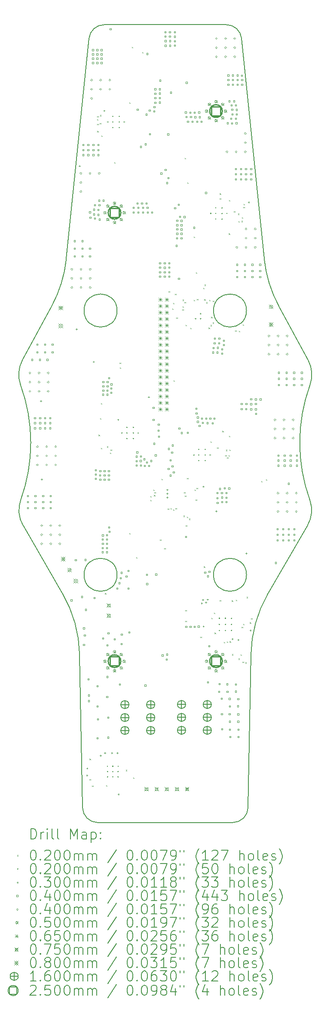
<source format=gbr>
%TF.GenerationSoftware,KiCad,Pcbnew,7.0.2-0*%
%TF.CreationDate,2023-10-14T11:28:50-07:00*%
%TF.ProjectId,high-power,68696768-2d70-46f7-9765-722e6b696361,rev?*%
%TF.SameCoordinates,Original*%
%TF.FileFunction,Drillmap*%
%TF.FilePolarity,Positive*%
%FSLAX45Y45*%
G04 Gerber Fmt 4.5, Leading zero omitted, Abs format (unit mm)*
G04 Created by KiCad (PCBNEW 7.0.2-0) date 2023-10-14 11:28:50*
%MOMM*%
%LPD*%
G01*
G04 APERTURE LIST*
%ADD10C,0.200000*%
%ADD11C,0.020000*%
%ADD12C,0.030000*%
%ADD13C,0.040000*%
%ADD14C,0.050000*%
%ADD15C,0.065000*%
%ADD16C,0.075000*%
%ADD17C,0.080000*%
%ADD18C,0.160000*%
%ADD19C,0.250000*%
G04 APERTURE END LIST*
D10*
X7691309Y-9240059D02*
G75*
G03*
X7655085Y-8747826I-563568J205976D01*
G01*
X7642652Y-12002861D02*
G75*
G03*
X7688073Y-11496927I-518706J301573D01*
G01*
X3636565Y-2147941D02*
G75*
G03*
X3338142Y-2417221I12J-300014D01*
G01*
X3636565Y-2147941D02*
X6045159Y-2147941D01*
X3890862Y-7772941D02*
G75*
G03*
X3890862Y-7772941I-325000J0D01*
G01*
X2026638Y-8747826D02*
X2602333Y-7687335D01*
X3210273Y-17553636D02*
G75*
G03*
X3510220Y-17847941I299937J5686D01*
G01*
X7655085Y-8747826D02*
X7079390Y-7687335D01*
X6343582Y-2417221D02*
G75*
G03*
X6045159Y-2147941I-298422J-30720D01*
G01*
X3153173Y-14546364D02*
G75*
G03*
X2814892Y-13337273I-2499529J-47454D01*
G01*
X7691310Y-9240060D02*
G75*
G03*
X7688073Y-11496927I3099445J-1132882D01*
G01*
X6866831Y-13337273D02*
X7642652Y-12002861D01*
X2814892Y-13337273D02*
X2039071Y-12002861D01*
X6789665Y-6750605D02*
X6343582Y-2417221D01*
X6866832Y-13337273D02*
G75*
G03*
X6528550Y-14546364I2161263J-1256550D01*
G01*
X6440862Y-7772941D02*
G75*
G03*
X6440862Y-7772941I-325000J0D01*
G01*
X1993652Y-11496927D02*
G75*
G03*
X2039071Y-12002861I564118J-204363D01*
G01*
X2026638Y-8747826D02*
G75*
G03*
X1990414Y-9240059I527310J-286255D01*
G01*
X2892058Y-6750605D02*
X3338142Y-2417221D01*
X2602333Y-7687335D02*
G75*
G03*
X2892058Y-6750605I-2197136J1192731D01*
G01*
X6171504Y-17847941D02*
G75*
G03*
X6471450Y-17553636I-5J300005D01*
G01*
X6471450Y-17553636D02*
X6528550Y-14546364D01*
X1993651Y-11496927D02*
G75*
G03*
X1990414Y-9240059I-3102687J1123987D01*
G01*
X3510220Y-17847941D02*
X6171504Y-17847941D01*
X6789667Y-6750605D02*
G75*
G03*
X7079390Y-7687335I2486853J255995D01*
G01*
X3890862Y-12972941D02*
G75*
G03*
X3890862Y-12972941I-325000J0D01*
G01*
X3210274Y-17553636D02*
X3153174Y-14546364D01*
X6440862Y-12972941D02*
G75*
G03*
X6440862Y-12972941I-325000J0D01*
G01*
D11*
X3348050Y-16590000D02*
X3368050Y-16610000D01*
X3368050Y-16590000D02*
X3348050Y-16610000D01*
X3348050Y-16992000D02*
X3368050Y-17012000D01*
X3368050Y-16992000D02*
X3348050Y-17012000D01*
X3398000Y-17120000D02*
X3418000Y-17140000D01*
X3418000Y-17120000D02*
X3398000Y-17140000D01*
X3497970Y-4007458D02*
X3517970Y-4027458D01*
X3517970Y-4007458D02*
X3497970Y-4027458D01*
X3501000Y-4239450D02*
X3521000Y-4259450D01*
X3521000Y-4239450D02*
X3501000Y-4259450D01*
X3501355Y-4098083D02*
X3521355Y-4118083D01*
X3521355Y-4098083D02*
X3501355Y-4118083D01*
X3502260Y-3944643D02*
X3522260Y-3964643D01*
X3522260Y-3944643D02*
X3502260Y-3964643D01*
X3526450Y-10216593D02*
X3546450Y-10236593D01*
X3546450Y-10216593D02*
X3526450Y-10236593D01*
X3553050Y-4079450D02*
X3573050Y-4099450D01*
X3573050Y-4079450D02*
X3553050Y-4099450D01*
X3554123Y-3926485D02*
X3574123Y-3946485D01*
X3574123Y-3926485D02*
X3554123Y-3946485D01*
X3557450Y-9889000D02*
X3577450Y-9909000D01*
X3577450Y-9889000D02*
X3557450Y-9909000D01*
X3571400Y-9591200D02*
X3591400Y-9611200D01*
X3591400Y-9591200D02*
X3571400Y-9611200D01*
X3571902Y-10472543D02*
X3591902Y-10492543D01*
X3591902Y-10472543D02*
X3571902Y-10492543D01*
X3579346Y-4325364D02*
X3599346Y-4345364D01*
X3599346Y-4325364D02*
X3579346Y-4345364D01*
X3652000Y-13331000D02*
X3672000Y-13351000D01*
X3672000Y-13331000D02*
X3652000Y-13351000D01*
X3672000Y-17113000D02*
X3692000Y-17133000D01*
X3692000Y-17113000D02*
X3672000Y-17133000D01*
X3692804Y-10445199D02*
X3712804Y-10465199D01*
X3712804Y-10445199D02*
X3692804Y-10465199D01*
X3750296Y-10565704D02*
X3770296Y-10585704D01*
X3770296Y-10565704D02*
X3750296Y-10585704D01*
X3762269Y-10510660D02*
X3782269Y-10530660D01*
X3782269Y-10510660D02*
X3762269Y-10530660D01*
X3834000Y-4854000D02*
X3854000Y-4874000D01*
X3854000Y-4854000D02*
X3834000Y-4874000D01*
X3941500Y-8800000D02*
X3961500Y-8820000D01*
X3961500Y-8800000D02*
X3941500Y-8820000D01*
X3943000Y-8892550D02*
X3963000Y-8912550D01*
X3963000Y-8892550D02*
X3943000Y-8912550D01*
X4063000Y-16812000D02*
X4083000Y-16832000D01*
X4083000Y-16812000D02*
X4063000Y-16832000D01*
X4130200Y-3673000D02*
X4150200Y-3693000D01*
X4150200Y-3673000D02*
X4130200Y-3693000D01*
X4131000Y-12149000D02*
X4151000Y-12169000D01*
X4151000Y-12149000D02*
X4131000Y-12169000D01*
X4181000Y-2580800D02*
X4201000Y-2600800D01*
X4201000Y-2580800D02*
X4181000Y-2600800D01*
X4209000Y-16960000D02*
X4229000Y-16980000D01*
X4229000Y-16960000D02*
X4209000Y-16980000D01*
X4265000Y-12625000D02*
X4285000Y-12645000D01*
X4285000Y-12625000D02*
X4265000Y-12645000D01*
X4384200Y-2682400D02*
X4404200Y-2702400D01*
X4404200Y-2682400D02*
X4384200Y-2702400D01*
X4544000Y-11423000D02*
X4564000Y-11443000D01*
X4564000Y-11423000D02*
X4544000Y-11443000D01*
X4547000Y-11497000D02*
X4567000Y-11517000D01*
X4567000Y-11497000D02*
X4547000Y-11517000D01*
X4603450Y-11296890D02*
X4623450Y-11316890D01*
X4623450Y-11296890D02*
X4603450Y-11316890D01*
X4617000Y-11402000D02*
X4637000Y-11422000D01*
X4637000Y-11402000D02*
X4617000Y-11422000D01*
X4628000Y-11348500D02*
X4648000Y-11368500D01*
X4648000Y-11348500D02*
X4628000Y-11368500D01*
X4738000Y-12279000D02*
X4758000Y-12299000D01*
X4758000Y-12279000D02*
X4738000Y-12299000D01*
X4768000Y-11083000D02*
X4788000Y-11103000D01*
X4788000Y-11083000D02*
X4768000Y-11103000D01*
X4823000Y-12448000D02*
X4843000Y-12468000D01*
X4843000Y-12448000D02*
X4823000Y-12468000D01*
X4889164Y-11665538D02*
X4909164Y-11685538D01*
X4909164Y-11665538D02*
X4889164Y-11685538D01*
X4905000Y-7395000D02*
X4925000Y-7415000D01*
X4925000Y-7395000D02*
X4905000Y-7415000D01*
X4944000Y-11662000D02*
X4964000Y-11682000D01*
X4964000Y-11662000D02*
X4944000Y-11682000D01*
X4980000Y-7730000D02*
X5000000Y-7750000D01*
X5000000Y-7730000D02*
X4980000Y-7750000D01*
X4993000Y-7622000D02*
X5013000Y-7642000D01*
X5013000Y-7622000D02*
X4993000Y-7642000D01*
X4994244Y-11684251D02*
X5014244Y-11704251D01*
X5014244Y-11684251D02*
X4994244Y-11704251D01*
X5001003Y-9146107D02*
X5021003Y-9166107D01*
X5021003Y-9146107D02*
X5001003Y-9166107D01*
X5032500Y-7442500D02*
X5052500Y-7462500D01*
X5052500Y-7442500D02*
X5032500Y-7462500D01*
X5043000Y-11659000D02*
X5063000Y-11679000D01*
X5063000Y-11659000D02*
X5043000Y-11679000D01*
X5060000Y-7908000D02*
X5080000Y-7928000D01*
X5080000Y-7908000D02*
X5060000Y-7928000D01*
X5177701Y-7749805D02*
X5197701Y-7769805D01*
X5197701Y-7749805D02*
X5177701Y-7769805D01*
X5181000Y-7557550D02*
X5201000Y-7577550D01*
X5201000Y-7557550D02*
X5181000Y-7577550D01*
X5182447Y-7687512D02*
X5202447Y-7707512D01*
X5202447Y-7687512D02*
X5182447Y-7707512D01*
X5198337Y-11806663D02*
X5218337Y-11826663D01*
X5218337Y-11806663D02*
X5198337Y-11826663D01*
X5212503Y-11344450D02*
X5232503Y-11364450D01*
X5232503Y-11344450D02*
X5212503Y-11364450D01*
X5219000Y-7605000D02*
X5239000Y-7625000D01*
X5239000Y-7605000D02*
X5219000Y-7625000D01*
X5222400Y-4765200D02*
X5242400Y-4785200D01*
X5242400Y-4765200D02*
X5222400Y-4785200D01*
X5229131Y-11413869D02*
X5249131Y-11433869D01*
X5249131Y-11413869D02*
X5229131Y-11433869D01*
X5237000Y-13664000D02*
X5257000Y-13684000D01*
X5257000Y-13664000D02*
X5237000Y-13684000D01*
X5237000Y-13880000D02*
X5257000Y-13900000D01*
X5257000Y-13880000D02*
X5237000Y-13900000D01*
X5242000Y-8055000D02*
X5262000Y-8075000D01*
X5262000Y-8055000D02*
X5242000Y-8075000D01*
X5246000Y-12000450D02*
X5266000Y-12020450D01*
X5266000Y-12000450D02*
X5246000Y-12020450D01*
X5267368Y-11826730D02*
X5287368Y-11846730D01*
X5287368Y-11826730D02*
X5267368Y-11846730D01*
X5270000Y-11069000D02*
X5290000Y-11089000D01*
X5290000Y-11069000D02*
X5270000Y-11089000D01*
X5273200Y-5247800D02*
X5293200Y-5267800D01*
X5293200Y-5247800D02*
X5273200Y-5267800D01*
X5306223Y-11865586D02*
X5326223Y-11885586D01*
X5326223Y-11865586D02*
X5306223Y-11885586D01*
X5332820Y-8110050D02*
X5352820Y-8130050D01*
X5352820Y-8110050D02*
X5332820Y-8130050D01*
X5400200Y-6314600D02*
X5420200Y-6334600D01*
X5420200Y-6314600D02*
X5400200Y-6334600D01*
X5403319Y-7560681D02*
X5423319Y-7580681D01*
X5423319Y-7560681D02*
X5403319Y-7580681D01*
X5416000Y-11297000D02*
X5436000Y-11317000D01*
X5436000Y-11297000D02*
X5416000Y-11317000D01*
X5438550Y-11491000D02*
X5458550Y-11511000D01*
X5458550Y-11491000D02*
X5438550Y-11511000D01*
X5442000Y-7020000D02*
X5462000Y-7040000D01*
X5462000Y-7020000D02*
X5442000Y-7040000D01*
X5456267Y-11259609D02*
X5476267Y-11279609D01*
X5476267Y-11259609D02*
X5456267Y-11279609D01*
X5465168Y-7546168D02*
X5485168Y-7566168D01*
X5485168Y-7546168D02*
X5465168Y-7566168D01*
X5534000Y-14193000D02*
X5554000Y-14213000D01*
X5554000Y-14193000D02*
X5534000Y-14213000D01*
X5589000Y-7322000D02*
X5609000Y-7342000D01*
X5609000Y-7322000D02*
X5589000Y-7342000D01*
X5601000Y-12807000D02*
X5621000Y-12827000D01*
X5621000Y-12807000D02*
X5601000Y-12827000D01*
X5607550Y-7550000D02*
X5627550Y-7570000D01*
X5627550Y-7550000D02*
X5607550Y-7570000D01*
X5612000Y-7261000D02*
X5632000Y-7281000D01*
X5632000Y-7261000D02*
X5612000Y-7281000D01*
X5647550Y-7606831D02*
X5667550Y-7626831D01*
X5667550Y-7606831D02*
X5647550Y-7626831D01*
X5692369Y-8109123D02*
X5712369Y-8129123D01*
X5712369Y-8109123D02*
X5692369Y-8129123D01*
X5708103Y-7561494D02*
X5728103Y-7581494D01*
X5728103Y-7561494D02*
X5708103Y-7581494D01*
X5732369Y-8056413D02*
X5752369Y-8076413D01*
X5752369Y-8056413D02*
X5732369Y-8076413D01*
X5734000Y-10348550D02*
X5754000Y-10368550D01*
X5754000Y-10348550D02*
X5734000Y-10368550D01*
X5746000Y-7897000D02*
X5766000Y-7917000D01*
X5766000Y-7897000D02*
X5746000Y-7917000D01*
X5746401Y-13819294D02*
X5766401Y-13839294D01*
X5766401Y-13819294D02*
X5746401Y-13839294D01*
X5772196Y-8006504D02*
X5792196Y-8026504D01*
X5792196Y-8006504D02*
X5772196Y-8026504D01*
X5779000Y-7576000D02*
X5799000Y-7596000D01*
X5799000Y-7576000D02*
X5779000Y-7596000D01*
X5800052Y-13715948D02*
X5820052Y-13735948D01*
X5820052Y-13715948D02*
X5800052Y-13735948D01*
X5812000Y-14111000D02*
X5832000Y-14131000D01*
X5832000Y-14111000D02*
X5812000Y-14131000D01*
X5862277Y-10465327D02*
X5882277Y-10485327D01*
X5882277Y-10465327D02*
X5862277Y-10485327D01*
X5914450Y-5466550D02*
X5934450Y-5486550D01*
X5934450Y-5466550D02*
X5914450Y-5486550D01*
X5914450Y-5561603D02*
X5934450Y-5581603D01*
X5934450Y-5561603D02*
X5914450Y-5581603D01*
X5915000Y-13471000D02*
X5935000Y-13491000D01*
X5935000Y-13471000D02*
X5915000Y-13491000D01*
X5964000Y-10139100D02*
X5984000Y-10159100D01*
X5984000Y-10139100D02*
X5964000Y-10159100D01*
X5995950Y-14291215D02*
X6015950Y-14311215D01*
X6015950Y-14291215D02*
X5995950Y-14311215D01*
X6024047Y-10615837D02*
X6044047Y-10635837D01*
X6044047Y-10615837D02*
X6024047Y-10635837D01*
X6039000Y-10513000D02*
X6059000Y-10533000D01*
X6059000Y-10513000D02*
X6039000Y-10533000D01*
X6054000Y-14286000D02*
X6074000Y-14306000D01*
X6074000Y-14286000D02*
X6054000Y-14306000D01*
X6057008Y-10663087D02*
X6077008Y-10683087D01*
X6077008Y-10663087D02*
X6057008Y-10683087D01*
X6088289Y-10617909D02*
X6108289Y-10637909D01*
X6108289Y-10617909D02*
X6088289Y-10637909D01*
X6090839Y-6253265D02*
X6110839Y-6273265D01*
X6110839Y-6253265D02*
X6090839Y-6273265D01*
X6096489Y-10236010D02*
X6116489Y-10256010D01*
X6116489Y-10236010D02*
X6096489Y-10256010D01*
X6096964Y-5595931D02*
X6116964Y-5615931D01*
X6116964Y-5595931D02*
X6096964Y-5615931D01*
X6102000Y-10506646D02*
X6122000Y-10526646D01*
X6122000Y-10506646D02*
X6102000Y-10526646D01*
X6108477Y-14278805D02*
X6128477Y-14298805D01*
X6128477Y-14278805D02*
X6108477Y-14298805D01*
X6151000Y-13476000D02*
X6171000Y-13496000D01*
X6171000Y-13476000D02*
X6151000Y-13496000D01*
X6157050Y-14533000D02*
X6177050Y-14553000D01*
X6177050Y-14533000D02*
X6157050Y-14553000D01*
X6194346Y-5817370D02*
X6214346Y-5837370D01*
X6214346Y-5817370D02*
X6194346Y-5837370D01*
X6218742Y-8162742D02*
X6238742Y-8182742D01*
X6238742Y-8162742D02*
X6218742Y-8182742D01*
X6230000Y-13462000D02*
X6250000Y-13482000D01*
X6250000Y-13462000D02*
X6230000Y-13482000D01*
X6273524Y-5864550D02*
X6293524Y-5884550D01*
X6293524Y-5864550D02*
X6273524Y-5884550D01*
X6281950Y-14618000D02*
X6301950Y-14638000D01*
X6301950Y-14618000D02*
X6281950Y-14638000D01*
X6284450Y-6014000D02*
X6304450Y-6034000D01*
X6304450Y-6014000D02*
X6284450Y-6034000D01*
X6289200Y-8168800D02*
X6309200Y-8188800D01*
X6309200Y-8168800D02*
X6289200Y-8188800D01*
X6325000Y-14537000D02*
X6345000Y-14557000D01*
X6345000Y-14537000D02*
X6325000Y-14557000D01*
X6343093Y-6007728D02*
X6363093Y-6027728D01*
X6363093Y-6007728D02*
X6343093Y-6027728D01*
X6346580Y-13998555D02*
X6366580Y-14018555D01*
X6366580Y-13998555D02*
X6346580Y-14018555D01*
X6350595Y-5935509D02*
X6370595Y-5955509D01*
X6370595Y-5935509D02*
X6350595Y-5955509D01*
X6364000Y-14683000D02*
X6384000Y-14703000D01*
X6384000Y-14683000D02*
X6364000Y-14703000D01*
X6365400Y-8041800D02*
X6385400Y-8061800D01*
X6385400Y-8041800D02*
X6365400Y-8061800D01*
X6378000Y-13939570D02*
X6398000Y-13959570D01*
X6398000Y-13939570D02*
X6378000Y-13959570D01*
X6380500Y-5730500D02*
X6400500Y-5750500D01*
X6400500Y-5730500D02*
X6380500Y-5750500D01*
X6382164Y-5675575D02*
X6402164Y-5695575D01*
X6402164Y-5675575D02*
X6382164Y-5695575D01*
X6418930Y-14695245D02*
X6438930Y-14715245D01*
X6438930Y-14695245D02*
X6418930Y-14715245D01*
X6445000Y-13407000D02*
X6465000Y-13427000D01*
X6465000Y-13407000D02*
X6445000Y-13427000D01*
X6508000Y-13907000D02*
X6528000Y-13927000D01*
X6528000Y-13907000D02*
X6508000Y-13927000D01*
X6531000Y-13827000D02*
X6551000Y-13847000D01*
X6551000Y-13827000D02*
X6531000Y-13847000D01*
X6728550Y-11127000D02*
X6748550Y-11147000D01*
X6748550Y-11127000D02*
X6728550Y-11147000D01*
X6823450Y-11092000D02*
X6843450Y-11112000D01*
X6843450Y-11092000D02*
X6823450Y-11112000D01*
X3712000Y-16740000D02*
G75*
G03*
X3712000Y-16740000I-10000J0D01*
G01*
X3712000Y-16845000D02*
G75*
G03*
X3712000Y-16845000I-10000J0D01*
G01*
X3712000Y-16950000D02*
G75*
G03*
X3712000Y-16950000I-10000J0D01*
G01*
X3720500Y-4062000D02*
G75*
G03*
X3720500Y-4062000I-10000J0D01*
G01*
X3817000Y-16740000D02*
G75*
G03*
X3817000Y-16740000I-10000J0D01*
G01*
X3817000Y-16845000D02*
G75*
G03*
X3817000Y-16845000I-10000J0D01*
G01*
X3817000Y-16950000D02*
G75*
G03*
X3817000Y-16950000I-10000J0D01*
G01*
X3818000Y-3952000D02*
G75*
G03*
X3818000Y-3952000I-10000J0D01*
G01*
X3818000Y-4062000D02*
G75*
G03*
X3818000Y-4062000I-10000J0D01*
G01*
X3818000Y-4172000D02*
G75*
G03*
X3818000Y-4172000I-10000J0D01*
G01*
X3922000Y-16740000D02*
G75*
G03*
X3922000Y-16740000I-10000J0D01*
G01*
X3922000Y-16845000D02*
G75*
G03*
X3922000Y-16845000I-10000J0D01*
G01*
X3922000Y-16950000D02*
G75*
G03*
X3922000Y-16950000I-10000J0D01*
G01*
X3943000Y-3952000D02*
G75*
G03*
X3943000Y-3952000I-10000J0D01*
G01*
X3943000Y-4062000D02*
G75*
G03*
X3943000Y-4062000I-10000J0D01*
G01*
X3943000Y-4172000D02*
G75*
G03*
X3943000Y-4172000I-10000J0D01*
G01*
X3997500Y-10182000D02*
G75*
G03*
X3997500Y-10182000I-10000J0D01*
G01*
X4040500Y-4062000D02*
G75*
G03*
X4040500Y-4062000I-10000J0D01*
G01*
X4095000Y-10072000D02*
G75*
G03*
X4095000Y-10072000I-10000J0D01*
G01*
X4095000Y-10182000D02*
G75*
G03*
X4095000Y-10182000I-10000J0D01*
G01*
X4095000Y-10292000D02*
G75*
G03*
X4095000Y-10292000I-10000J0D01*
G01*
X4220000Y-10072000D02*
G75*
G03*
X4220000Y-10072000I-10000J0D01*
G01*
X4220000Y-10182000D02*
G75*
G03*
X4220000Y-10182000I-10000J0D01*
G01*
X4220000Y-10292000D02*
G75*
G03*
X4220000Y-10292000I-10000J0D01*
G01*
X4317500Y-10182000D02*
G75*
G03*
X4317500Y-10182000I-10000J0D01*
G01*
X5414500Y-10616000D02*
G75*
G03*
X5414500Y-10616000I-10000J0D01*
G01*
X5512000Y-10506000D02*
G75*
G03*
X5512000Y-10506000I-10000J0D01*
G01*
X5512000Y-10616000D02*
G75*
G03*
X5512000Y-10616000I-10000J0D01*
G01*
X5512000Y-10726000D02*
G75*
G03*
X5512000Y-10726000I-10000J0D01*
G01*
X5637000Y-10506000D02*
G75*
G03*
X5637000Y-10506000I-10000J0D01*
G01*
X5637000Y-10616000D02*
G75*
G03*
X5637000Y-10616000I-10000J0D01*
G01*
X5637000Y-10726000D02*
G75*
G03*
X5637000Y-10726000I-10000J0D01*
G01*
X5734500Y-10616000D02*
G75*
G03*
X5734500Y-10616000I-10000J0D01*
G01*
X5747000Y-5862000D02*
G75*
G03*
X5747000Y-5862000I-10000J0D01*
G01*
X5844500Y-5752000D02*
G75*
G03*
X5844500Y-5752000I-10000J0D01*
G01*
X5844500Y-5862000D02*
G75*
G03*
X5844500Y-5862000I-10000J0D01*
G01*
X5844500Y-5972000D02*
G75*
G03*
X5844500Y-5972000I-10000J0D01*
G01*
X5916000Y-13829000D02*
G75*
G03*
X5916000Y-13829000I-10000J0D01*
G01*
X5916000Y-13949000D02*
G75*
G03*
X5916000Y-13949000I-10000J0D01*
G01*
X5916000Y-14069000D02*
G75*
G03*
X5916000Y-14069000I-10000J0D01*
G01*
X5969500Y-5752000D02*
G75*
G03*
X5969500Y-5752000I-10000J0D01*
G01*
X5969500Y-5862000D02*
G75*
G03*
X5969500Y-5862000I-10000J0D01*
G01*
X5969500Y-5972000D02*
G75*
G03*
X5969500Y-5972000I-10000J0D01*
G01*
X6036000Y-13829000D02*
G75*
G03*
X6036000Y-13829000I-10000J0D01*
G01*
X6036000Y-13949000D02*
G75*
G03*
X6036000Y-13949000I-10000J0D01*
G01*
X6036000Y-14069000D02*
G75*
G03*
X6036000Y-14069000I-10000J0D01*
G01*
X6067000Y-5862000D02*
G75*
G03*
X6067000Y-5862000I-10000J0D01*
G01*
X6156000Y-13829000D02*
G75*
G03*
X6156000Y-13829000I-10000J0D01*
G01*
X6156000Y-13949000D02*
G75*
G03*
X6156000Y-13949000I-10000J0D01*
G01*
X6156000Y-14069000D02*
G75*
G03*
X6156000Y-14069000I-10000J0D01*
G01*
D12*
X2389000Y-9536000D02*
X2389000Y-9566000D01*
X2374000Y-9551000D02*
X2404000Y-9551000D01*
X2407000Y-11077000D02*
X2407000Y-11107000D01*
X2392000Y-11092000D02*
X2422000Y-11092000D01*
X3093000Y-8125000D02*
X3093000Y-8155000D01*
X3078000Y-8140000D02*
X3108000Y-8140000D01*
X3149600Y-4912600D02*
X3149600Y-4942600D01*
X3134600Y-4927600D02*
X3164600Y-4927600D01*
X3298082Y-16902082D02*
X3298082Y-16932082D01*
X3283082Y-16917082D02*
X3313082Y-16917082D01*
X3300000Y-16765000D02*
X3300000Y-16795000D01*
X3285000Y-16780000D02*
X3315000Y-16780000D01*
X3427000Y-8765000D02*
X3427000Y-8795000D01*
X3412000Y-8780000D02*
X3442000Y-8780000D01*
X3566000Y-16514000D02*
X3566000Y-16544000D01*
X3551000Y-16529000D02*
X3581000Y-16529000D01*
X3637000Y-3827000D02*
X3637000Y-3857000D01*
X3622000Y-3842000D02*
X3652000Y-3842000D01*
X3652000Y-16465000D02*
X3652000Y-16495000D01*
X3637000Y-16480000D02*
X3667000Y-16480000D01*
X3789000Y-16464000D02*
X3789000Y-16494000D01*
X3774000Y-16479000D02*
X3804000Y-16479000D01*
X3894000Y-16465000D02*
X3894000Y-16495000D01*
X3879000Y-16480000D02*
X3909000Y-16480000D01*
X3910000Y-9905000D02*
X3910000Y-9935000D01*
X3895000Y-9920000D02*
X3925000Y-9920000D01*
X3919000Y-17278000D02*
X3919000Y-17308000D01*
X3904000Y-17293000D02*
X3934000Y-17293000D01*
X4513000Y-9459000D02*
X4513000Y-9489000D01*
X4498000Y-9474000D02*
X4528000Y-9474000D01*
X4878000Y-11285000D02*
X4878000Y-11315000D01*
X4863000Y-11300000D02*
X4893000Y-11300000D01*
X4878000Y-11360000D02*
X4878000Y-11390000D01*
X4863000Y-11375000D02*
X4893000Y-11375000D01*
X4878000Y-11435000D02*
X4878000Y-11465000D01*
X4863000Y-11450000D02*
X4893000Y-11450000D01*
X5434000Y-7915000D02*
X5434000Y-7945000D01*
X5419000Y-7930000D02*
X5449000Y-7930000D01*
X5534000Y-7815000D02*
X5534000Y-7845000D01*
X5519000Y-7830000D02*
X5549000Y-7830000D01*
X5534000Y-7915000D02*
X5534000Y-7945000D01*
X5519000Y-7930000D02*
X5549000Y-7930000D01*
X5559000Y-13517000D02*
X5559000Y-13547000D01*
X5544000Y-13532000D02*
X5574000Y-13532000D01*
X5583000Y-13451000D02*
X5583000Y-13481000D01*
X5568000Y-13466000D02*
X5598000Y-13466000D01*
X5590000Y-11219000D02*
X5590000Y-11249000D01*
X5575000Y-11234000D02*
X5605000Y-11234000D01*
X5593000Y-13972000D02*
X5593000Y-14002000D01*
X5578000Y-13987000D02*
X5608000Y-13987000D01*
X5638000Y-13501000D02*
X5638000Y-13531000D01*
X5623000Y-13516000D02*
X5653000Y-13516000D01*
X5672000Y-13445000D02*
X5672000Y-13475000D01*
X5657000Y-13460000D02*
X5687000Y-13460000D01*
X5843525Y-11705475D02*
X5843525Y-11735475D01*
X5828525Y-11720475D02*
X5858525Y-11720475D01*
X6161105Y-14221532D02*
X6161105Y-14251532D01*
X6146105Y-14236532D02*
X6176105Y-14236532D01*
X6279000Y-14235000D02*
X6279000Y-14265000D01*
X6264000Y-14250000D02*
X6294000Y-14250000D01*
X6435000Y-12533000D02*
X6435000Y-12563000D01*
X6420000Y-12548000D02*
X6450000Y-12548000D01*
X6484000Y-5628000D02*
X6484000Y-5658000D01*
X6469000Y-5643000D02*
X6499000Y-5643000D01*
X6516950Y-14052000D02*
X6516950Y-14082000D01*
X6501950Y-14067000D02*
X6531950Y-14067000D01*
D13*
X2144142Y-11433142D02*
X2144142Y-11404858D01*
X2115858Y-11404858D01*
X2115858Y-11433142D01*
X2144142Y-11433142D01*
X2144142Y-11553142D02*
X2144142Y-11524858D01*
X2115858Y-11524858D01*
X2115858Y-11553142D01*
X2144142Y-11553142D01*
X2144142Y-11673142D02*
X2144142Y-11644858D01*
X2115858Y-11644858D01*
X2115858Y-11673142D01*
X2144142Y-11673142D01*
X2231142Y-8755142D02*
X2231142Y-8726858D01*
X2202858Y-8726858D01*
X2202858Y-8755142D01*
X2231142Y-8755142D01*
X2285142Y-9900142D02*
X2285142Y-9871858D01*
X2256858Y-9871858D01*
X2256858Y-9900142D01*
X2285142Y-9900142D01*
X2285142Y-10000142D02*
X2285142Y-9971858D01*
X2256858Y-9971858D01*
X2256858Y-10000142D01*
X2285142Y-10000142D01*
X2285142Y-10100142D02*
X2285142Y-10071858D01*
X2256858Y-10071858D01*
X2256858Y-10100142D01*
X2285142Y-10100142D01*
X2294142Y-11433142D02*
X2294142Y-11404858D01*
X2265858Y-11404858D01*
X2265858Y-11433142D01*
X2294142Y-11433142D01*
X2294142Y-11553142D02*
X2294142Y-11524858D01*
X2265858Y-11524858D01*
X2265858Y-11553142D01*
X2294142Y-11553142D01*
X2294142Y-11673142D02*
X2294142Y-11644858D01*
X2265858Y-11644858D01*
X2265858Y-11673142D01*
X2294142Y-11673142D01*
X2331142Y-8455142D02*
X2331142Y-8426858D01*
X2302858Y-8426858D01*
X2302858Y-8455142D01*
X2331142Y-8455142D01*
X2331142Y-8605142D02*
X2331142Y-8576858D01*
X2302858Y-8576858D01*
X2302858Y-8605142D01*
X2331142Y-8605142D01*
X2381142Y-8755142D02*
X2381142Y-8726858D01*
X2352858Y-8726858D01*
X2352858Y-8755142D01*
X2381142Y-8755142D01*
X2385142Y-9900142D02*
X2385142Y-9871858D01*
X2356858Y-9871858D01*
X2356858Y-9900142D01*
X2385142Y-9900142D01*
X2385142Y-10000142D02*
X2385142Y-9971858D01*
X2356858Y-9971858D01*
X2356858Y-10000142D01*
X2385142Y-10000142D01*
X2385142Y-10100142D02*
X2385142Y-10071858D01*
X2356858Y-10071858D01*
X2356858Y-10100142D01*
X2385142Y-10100142D01*
X2444142Y-11433142D02*
X2444142Y-11404858D01*
X2415858Y-11404858D01*
X2415858Y-11433142D01*
X2444142Y-11433142D01*
X2444142Y-11553142D02*
X2444142Y-11524858D01*
X2415858Y-11524858D01*
X2415858Y-11553142D01*
X2444142Y-11553142D01*
X2444142Y-11673142D02*
X2444142Y-11644858D01*
X2415858Y-11644858D01*
X2415858Y-11673142D01*
X2444142Y-11673142D01*
X2481142Y-8455142D02*
X2481142Y-8426858D01*
X2452858Y-8426858D01*
X2452858Y-8455142D01*
X2481142Y-8455142D01*
X2481142Y-8605142D02*
X2481142Y-8576858D01*
X2452858Y-8576858D01*
X2452858Y-8605142D01*
X2481142Y-8605142D01*
X2485142Y-9900142D02*
X2485142Y-9871858D01*
X2456858Y-9871858D01*
X2456858Y-9900142D01*
X2485142Y-9900142D01*
X2485142Y-10000142D02*
X2485142Y-9971858D01*
X2456858Y-9971858D01*
X2456858Y-10000142D01*
X2485142Y-10000142D01*
X2485142Y-10100142D02*
X2485142Y-10071858D01*
X2456858Y-10071858D01*
X2456858Y-10100142D01*
X2485142Y-10100142D01*
X2531142Y-8755142D02*
X2531142Y-8726858D01*
X2502858Y-8726858D01*
X2502858Y-8755142D01*
X2531142Y-8755142D01*
X2585142Y-9900142D02*
X2585142Y-9871858D01*
X2556858Y-9871858D01*
X2556858Y-9900142D01*
X2585142Y-9900142D01*
X2585142Y-10000142D02*
X2585142Y-9971858D01*
X2556858Y-9971858D01*
X2556858Y-10000142D01*
X2585142Y-10000142D01*
X2585142Y-10100142D02*
X2585142Y-10071858D01*
X2556858Y-10071858D01*
X2556858Y-10100142D01*
X2585142Y-10100142D01*
X2594142Y-11433142D02*
X2594142Y-11404858D01*
X2565858Y-11404858D01*
X2565858Y-11433142D01*
X2594142Y-11433142D01*
X2594142Y-11553142D02*
X2594142Y-11524858D01*
X2565858Y-11524858D01*
X2565858Y-11553142D01*
X2594142Y-11553142D01*
X2594142Y-11673142D02*
X2594142Y-11644858D01*
X2565858Y-11644858D01*
X2565858Y-11673142D01*
X2594142Y-11673142D01*
X2631142Y-8455142D02*
X2631142Y-8426858D01*
X2602858Y-8426858D01*
X2602858Y-8455142D01*
X2631142Y-8455142D01*
X2631142Y-8605142D02*
X2631142Y-8576858D01*
X2602858Y-8576858D01*
X2602858Y-8605142D01*
X2631142Y-8605142D01*
X3004142Y-13486142D02*
X3004142Y-13457858D01*
X2975858Y-13457858D01*
X2975858Y-13486142D01*
X3004142Y-13486142D01*
X3068142Y-6416142D02*
X3068142Y-6387858D01*
X3039858Y-6387858D01*
X3039858Y-6416142D01*
X3068142Y-6416142D01*
X3068142Y-6566142D02*
X3068142Y-6537858D01*
X3039858Y-6537858D01*
X3039858Y-6566142D01*
X3068142Y-6566142D01*
X3068142Y-6716142D02*
X3068142Y-6687858D01*
X3039858Y-6687858D01*
X3039858Y-6716142D01*
X3068142Y-6716142D01*
X3090142Y-12693142D02*
X3090142Y-12664858D01*
X3061858Y-12664858D01*
X3061858Y-12693142D01*
X3090142Y-12693142D01*
X3212142Y-13420142D02*
X3212142Y-13391858D01*
X3183858Y-13391858D01*
X3183858Y-13420142D01*
X3212142Y-13420142D01*
X3218142Y-6416142D02*
X3218142Y-6387858D01*
X3189858Y-6387858D01*
X3189858Y-6416142D01*
X3218142Y-6416142D01*
X3218142Y-6566142D02*
X3218142Y-6537858D01*
X3189858Y-6537858D01*
X3189858Y-6566142D01*
X3218142Y-6566142D01*
X3218142Y-6716142D02*
X3218142Y-6687858D01*
X3189858Y-6687858D01*
X3189858Y-6716142D01*
X3218142Y-6716142D01*
X3235142Y-4524142D02*
X3235142Y-4495858D01*
X3206858Y-4495858D01*
X3206858Y-4524142D01*
X3235142Y-4524142D01*
X3235142Y-4624142D02*
X3235142Y-4595858D01*
X3206858Y-4595858D01*
X3206858Y-4624142D01*
X3235142Y-4624142D01*
X3235142Y-4724142D02*
X3235142Y-4695858D01*
X3206858Y-4695858D01*
X3206858Y-4724142D01*
X3235142Y-4724142D01*
X3251142Y-14036142D02*
X3251142Y-14007858D01*
X3222858Y-14007858D01*
X3222858Y-14036142D01*
X3251142Y-14036142D01*
X3251142Y-14366142D02*
X3251142Y-14337858D01*
X3222858Y-14337858D01*
X3222858Y-14366142D01*
X3251142Y-14366142D01*
X3266142Y-14177142D02*
X3266142Y-14148858D01*
X3237858Y-14148858D01*
X3237858Y-14177142D01*
X3266142Y-14177142D01*
X3277142Y-12691142D02*
X3277142Y-12662858D01*
X3248858Y-12662858D01*
X3248858Y-12691142D01*
X3277142Y-12691142D01*
X3288142Y-13672142D02*
X3288142Y-13643858D01*
X3259858Y-13643858D01*
X3259858Y-13672142D01*
X3288142Y-13672142D01*
X3335142Y-4524142D02*
X3335142Y-4495858D01*
X3306858Y-4495858D01*
X3306858Y-4524142D01*
X3335142Y-4524142D01*
X3335142Y-4624142D02*
X3335142Y-4595858D01*
X3306858Y-4595858D01*
X3306858Y-4624142D01*
X3335142Y-4624142D01*
X3335142Y-4724142D02*
X3335142Y-4695858D01*
X3306858Y-4695858D01*
X3306858Y-4724142D01*
X3335142Y-4724142D01*
X3336142Y-15038142D02*
X3336142Y-15009858D01*
X3307858Y-15009858D01*
X3307858Y-15038142D01*
X3336142Y-15038142D01*
X3347142Y-15357142D02*
X3347142Y-15328858D01*
X3318858Y-15328858D01*
X3318858Y-15357142D01*
X3347142Y-15357142D01*
X3347142Y-15467642D02*
X3347142Y-15439358D01*
X3318858Y-15439358D01*
X3318858Y-15467642D01*
X3347142Y-15467642D01*
X3368142Y-6566142D02*
X3368142Y-6537858D01*
X3339858Y-6537858D01*
X3339858Y-6566142D01*
X3368142Y-6566142D01*
X3368142Y-6716142D02*
X3368142Y-6687858D01*
X3339858Y-6687858D01*
X3339858Y-6716142D01*
X3368142Y-6716142D01*
X3369142Y-5849142D02*
X3369142Y-5820858D01*
X3340858Y-5820858D01*
X3340858Y-5849142D01*
X3369142Y-5849142D01*
X3378142Y-5954142D02*
X3378142Y-5925858D01*
X3349858Y-5925858D01*
X3349858Y-5954142D01*
X3378142Y-5954142D01*
X3427142Y-2657142D02*
X3427142Y-2628858D01*
X3398858Y-2628858D01*
X3398858Y-2657142D01*
X3427142Y-2657142D01*
X3427142Y-2742142D02*
X3427142Y-2713858D01*
X3398858Y-2713858D01*
X3398858Y-2742142D01*
X3427142Y-2742142D01*
X3427142Y-2827142D02*
X3427142Y-2798858D01*
X3398858Y-2798858D01*
X3398858Y-2827142D01*
X3427142Y-2827142D01*
X3427142Y-2912142D02*
X3427142Y-2883858D01*
X3398858Y-2883858D01*
X3398858Y-2912142D01*
X3427142Y-2912142D01*
X3435142Y-4524142D02*
X3435142Y-4495858D01*
X3406858Y-4495858D01*
X3406858Y-4524142D01*
X3435142Y-4524142D01*
X3435142Y-4624142D02*
X3435142Y-4595858D01*
X3406858Y-4595858D01*
X3406858Y-4624142D01*
X3435142Y-4624142D01*
X3435142Y-4724142D02*
X3435142Y-4695858D01*
X3406858Y-4695858D01*
X3406858Y-4724142D01*
X3435142Y-4724142D01*
X3447142Y-5892142D02*
X3447142Y-5863858D01*
X3418858Y-5863858D01*
X3418858Y-5892142D01*
X3447142Y-5892142D01*
X3448142Y-5800142D02*
X3448142Y-5771858D01*
X3419858Y-5771858D01*
X3419858Y-5800142D01*
X3448142Y-5800142D01*
X3456142Y-13442142D02*
X3456142Y-13413858D01*
X3427858Y-13413858D01*
X3427858Y-13442142D01*
X3456142Y-13442142D01*
X3466142Y-5712142D02*
X3466142Y-5683858D01*
X3437858Y-5683858D01*
X3437858Y-5712142D01*
X3466142Y-5712142D01*
X3466142Y-5975142D02*
X3466142Y-5946858D01*
X3437858Y-5946858D01*
X3437858Y-5975142D01*
X3466142Y-5975142D01*
X3483142Y-11010142D02*
X3483142Y-10981858D01*
X3454858Y-10981858D01*
X3454858Y-11010142D01*
X3483142Y-11010142D01*
X3483461Y-11094205D02*
X3483461Y-11065920D01*
X3455176Y-11065920D01*
X3455176Y-11094205D01*
X3483461Y-11094205D01*
X3484142Y-10923142D02*
X3484142Y-10894858D01*
X3455858Y-10894858D01*
X3455858Y-10923142D01*
X3484142Y-10923142D01*
X3512142Y-2657142D02*
X3512142Y-2628858D01*
X3483858Y-2628858D01*
X3483858Y-2657142D01*
X3512142Y-2657142D01*
X3512142Y-2742142D02*
X3512142Y-2713858D01*
X3483858Y-2713858D01*
X3483858Y-2742142D01*
X3512142Y-2742142D01*
X3512142Y-2827142D02*
X3512142Y-2798858D01*
X3483858Y-2798858D01*
X3483858Y-2827142D01*
X3512142Y-2827142D01*
X3512142Y-2912142D02*
X3512142Y-2883858D01*
X3483858Y-2883858D01*
X3483858Y-2912142D01*
X3512142Y-2912142D01*
X3517142Y-15175142D02*
X3517142Y-15146858D01*
X3488858Y-15146858D01*
X3488858Y-15175142D01*
X3517142Y-15175142D01*
X3517142Y-15573142D02*
X3517142Y-15544858D01*
X3488858Y-15544858D01*
X3488858Y-15573142D01*
X3517142Y-15573142D01*
X3518142Y-16202142D02*
X3518142Y-16173858D01*
X3489858Y-16173858D01*
X3489858Y-16202142D01*
X3518142Y-16202142D01*
X3523142Y-15827142D02*
X3523142Y-15798858D01*
X3494858Y-15798858D01*
X3494858Y-15827142D01*
X3523142Y-15827142D01*
X3533142Y-5902142D02*
X3533142Y-5873858D01*
X3504858Y-5873858D01*
X3504858Y-5902142D01*
X3533142Y-5902142D01*
X3534142Y-5803142D02*
X3534142Y-5774858D01*
X3505858Y-5774858D01*
X3505858Y-5803142D01*
X3534142Y-5803142D01*
X3535142Y-4524142D02*
X3535142Y-4495858D01*
X3506858Y-4495858D01*
X3506858Y-4524142D01*
X3535142Y-4524142D01*
X3535142Y-4624142D02*
X3535142Y-4595858D01*
X3506858Y-4595858D01*
X3506858Y-4624142D01*
X3535142Y-4624142D01*
X3535142Y-4724142D02*
X3535142Y-4695858D01*
X3506858Y-4695858D01*
X3506858Y-4724142D01*
X3535142Y-4724142D01*
X3548142Y-5621092D02*
X3548142Y-5592808D01*
X3519858Y-5592808D01*
X3519858Y-5621092D01*
X3548142Y-5621092D01*
X3555142Y-5711142D02*
X3555142Y-5682858D01*
X3526858Y-5682858D01*
X3526858Y-5711142D01*
X3555142Y-5711142D01*
X3559142Y-5995142D02*
X3559142Y-5966858D01*
X3530858Y-5966858D01*
X3530858Y-5995142D01*
X3559142Y-5995142D01*
X3568142Y-11027142D02*
X3568142Y-10998858D01*
X3539858Y-10998858D01*
X3539858Y-11027142D01*
X3568142Y-11027142D01*
X3571142Y-10941142D02*
X3571142Y-10912858D01*
X3542858Y-10912858D01*
X3542858Y-10941142D01*
X3571142Y-10941142D01*
X3571142Y-11114142D02*
X3571142Y-11085858D01*
X3542858Y-11085858D01*
X3542858Y-11114142D01*
X3571142Y-11114142D01*
X3597142Y-2657142D02*
X3597142Y-2628858D01*
X3568858Y-2628858D01*
X3568858Y-2657142D01*
X3597142Y-2657142D01*
X3597142Y-2742142D02*
X3597142Y-2713858D01*
X3568858Y-2713858D01*
X3568858Y-2742142D01*
X3597142Y-2742142D01*
X3597142Y-2827142D02*
X3597142Y-2798858D01*
X3568858Y-2798858D01*
X3568858Y-2827142D01*
X3597142Y-2827142D01*
X3597142Y-2912142D02*
X3597142Y-2883858D01*
X3568858Y-2883858D01*
X3568858Y-2912142D01*
X3597142Y-2912142D01*
X3618142Y-12456142D02*
X3618142Y-12427858D01*
X3589858Y-12427858D01*
X3589858Y-12456142D01*
X3618142Y-12456142D01*
X3619142Y-12540142D02*
X3619142Y-12511858D01*
X3590858Y-12511858D01*
X3590858Y-12540142D01*
X3619142Y-12540142D01*
X3620142Y-12290142D02*
X3620142Y-12261858D01*
X3591858Y-12261858D01*
X3591858Y-12290142D01*
X3620142Y-12290142D01*
X3621142Y-12209142D02*
X3621142Y-12180858D01*
X3592858Y-12180858D01*
X3592858Y-12209142D01*
X3621142Y-12209142D01*
X3621142Y-12373142D02*
X3621142Y-12344858D01*
X3592858Y-12344858D01*
X3592858Y-12373142D01*
X3621142Y-12373142D01*
X3628178Y-14238178D02*
X3628178Y-14209893D01*
X3599893Y-14209893D01*
X3599893Y-14238178D01*
X3628178Y-14238178D01*
X3629142Y-9440142D02*
X3629142Y-9411858D01*
X3600858Y-9411858D01*
X3600858Y-9440142D01*
X3629142Y-9440142D01*
X3630142Y-9274142D02*
X3630142Y-9245858D01*
X3601858Y-9245858D01*
X3601858Y-9274142D01*
X3630142Y-9274142D01*
X3630142Y-9357142D02*
X3630142Y-9328858D01*
X3601858Y-9328858D01*
X3601858Y-9357142D01*
X3630142Y-9357142D01*
X3631142Y-9191142D02*
X3631142Y-9162858D01*
X3602858Y-9162858D01*
X3602858Y-9191142D01*
X3631142Y-9191142D01*
X3636142Y-5621092D02*
X3636142Y-5592808D01*
X3607858Y-5592808D01*
X3607858Y-5621092D01*
X3636142Y-5621092D01*
X3655142Y-10941142D02*
X3655142Y-10912858D01*
X3626858Y-10912858D01*
X3626858Y-10941142D01*
X3655142Y-10941142D01*
X3656142Y-11028142D02*
X3656142Y-10999858D01*
X3627858Y-10999858D01*
X3627858Y-11028142D01*
X3656142Y-11028142D01*
X3657142Y-11113142D02*
X3657142Y-11084858D01*
X3628858Y-11084858D01*
X3628858Y-11113142D01*
X3657142Y-11113142D01*
X3704142Y-12372142D02*
X3704142Y-12343858D01*
X3675858Y-12343858D01*
X3675858Y-12372142D01*
X3704142Y-12372142D01*
X3705142Y-12206142D02*
X3705142Y-12177858D01*
X3676858Y-12177858D01*
X3676858Y-12206142D01*
X3705142Y-12206142D01*
X3705142Y-12289142D02*
X3705142Y-12260858D01*
X3676858Y-12260858D01*
X3676858Y-12289142D01*
X3705142Y-12289142D01*
X3705142Y-12457142D02*
X3705142Y-12428858D01*
X3676858Y-12428858D01*
X3676858Y-12457142D01*
X3705142Y-12457142D01*
X3705142Y-12540142D02*
X3705142Y-12511858D01*
X3676858Y-12511858D01*
X3676858Y-12540142D01*
X3705142Y-12540142D01*
X3706142Y-15389142D02*
X3706142Y-15360858D01*
X3677858Y-15360858D01*
X3677858Y-15389142D01*
X3706142Y-15389142D01*
X3710142Y-14369142D02*
X3710142Y-14340858D01*
X3681858Y-14340858D01*
X3681858Y-14369142D01*
X3710142Y-14369142D01*
X3713142Y-9357142D02*
X3713142Y-9328858D01*
X3684858Y-9328858D01*
X3684858Y-9357142D01*
X3713142Y-9357142D01*
X3713142Y-9440142D02*
X3713142Y-9411858D01*
X3684858Y-9411858D01*
X3684858Y-9440142D01*
X3713142Y-9440142D01*
X3713142Y-14993142D02*
X3713142Y-14964858D01*
X3684858Y-14964858D01*
X3684858Y-14993142D01*
X3713142Y-14993142D01*
X3714142Y-9191142D02*
X3714142Y-9162858D01*
X3685858Y-9162858D01*
X3685858Y-9191142D01*
X3714142Y-9191142D01*
X3714142Y-9274142D02*
X3714142Y-9245858D01*
X3685858Y-9245858D01*
X3685858Y-9274142D01*
X3714142Y-9274142D01*
X3726142Y-16189142D02*
X3726142Y-16160858D01*
X3697858Y-16160858D01*
X3697858Y-16189142D01*
X3726142Y-16189142D01*
X3728142Y-15793142D02*
X3728142Y-15764858D01*
X3699858Y-15764858D01*
X3699858Y-15793142D01*
X3728142Y-15793142D01*
X3731142Y-14135142D02*
X3731142Y-14106858D01*
X3702858Y-14106858D01*
X3702858Y-14135142D01*
X3731142Y-14135142D01*
X3741142Y-10940142D02*
X3741142Y-10911858D01*
X3712858Y-10911858D01*
X3712858Y-10940142D01*
X3741142Y-10940142D01*
X3741142Y-11027142D02*
X3741142Y-10998858D01*
X3712858Y-10998858D01*
X3712858Y-11027142D01*
X3741142Y-11027142D01*
X3742142Y-11112142D02*
X3742142Y-11083858D01*
X3713858Y-11083858D01*
X3713858Y-11112142D01*
X3742142Y-11112142D01*
X3744142Y-12054142D02*
X3744142Y-12025858D01*
X3715858Y-12025858D01*
X3715858Y-12054142D01*
X3744142Y-12054142D01*
X3746142Y-9115142D02*
X3746142Y-9086858D01*
X3717858Y-9086858D01*
X3717858Y-9115142D01*
X3746142Y-9115142D01*
X3754142Y-12138142D02*
X3754142Y-12109858D01*
X3725858Y-12109858D01*
X3725858Y-12138142D01*
X3754142Y-12138142D01*
X3775142Y-2250142D02*
X3775142Y-2221858D01*
X3746858Y-2221858D01*
X3746858Y-2250142D01*
X3775142Y-2250142D01*
X3787142Y-9402142D02*
X3787142Y-9373858D01*
X3758858Y-9373858D01*
X3758858Y-9402142D01*
X3787142Y-9402142D01*
X3790142Y-9318142D02*
X3790142Y-9289858D01*
X3761858Y-9289858D01*
X3761858Y-9318142D01*
X3790142Y-9318142D01*
X3791142Y-9236142D02*
X3791142Y-9207858D01*
X3762858Y-9207858D01*
X3762858Y-9236142D01*
X3791142Y-9236142D01*
X3855142Y-14254142D02*
X3855142Y-14225858D01*
X3826858Y-14225858D01*
X3826858Y-14254142D01*
X3855142Y-14254142D01*
X3905142Y-13254142D02*
X3905142Y-13225858D01*
X3876858Y-13225858D01*
X3876858Y-13254142D01*
X3905142Y-13254142D01*
X3950142Y-13148142D02*
X3950142Y-13119858D01*
X3921858Y-13119858D01*
X3921858Y-13148142D01*
X3950142Y-13148142D01*
X3955142Y-15140142D02*
X3955142Y-15111858D01*
X3926858Y-15111858D01*
X3926858Y-15140142D01*
X3955142Y-15140142D01*
X3976142Y-13049142D02*
X3976142Y-13020858D01*
X3947858Y-13020858D01*
X3947858Y-13049142D01*
X3976142Y-13049142D01*
X3989142Y-14349142D02*
X3989142Y-14320858D01*
X3960858Y-14320858D01*
X3960858Y-14349142D01*
X3989142Y-14349142D01*
X3993142Y-12944142D02*
X3993142Y-12915858D01*
X3964858Y-12915858D01*
X3964858Y-12944142D01*
X3993142Y-12944142D01*
X3994142Y-14162142D02*
X3994142Y-14133858D01*
X3965858Y-14133858D01*
X3965858Y-14162142D01*
X3994142Y-14162142D01*
X4089142Y-13015142D02*
X4089142Y-12986858D01*
X4060858Y-12986858D01*
X4060858Y-13015142D01*
X4089142Y-13015142D01*
X4126142Y-12909142D02*
X4126142Y-12880858D01*
X4097858Y-12880858D01*
X4097858Y-12909142D01*
X4126142Y-12909142D01*
X4128142Y-13256142D02*
X4128142Y-13227858D01*
X4099858Y-13227858D01*
X4099858Y-13256142D01*
X4128142Y-13256142D01*
X4142142Y-14120142D02*
X4142142Y-14091858D01*
X4113858Y-14091858D01*
X4113858Y-14120142D01*
X4142142Y-14120142D01*
X4225142Y-5854142D02*
X4225142Y-5825858D01*
X4196858Y-5825858D01*
X4196858Y-5854142D01*
X4225142Y-5854142D01*
X4226142Y-5761142D02*
X4226142Y-5732858D01*
X4197858Y-5732858D01*
X4197858Y-5761142D01*
X4226142Y-5761142D01*
X4286142Y-10658142D02*
X4286142Y-10629858D01*
X4257858Y-10629858D01*
X4257858Y-10658142D01*
X4286142Y-10658142D01*
X4286142Y-10749142D02*
X4286142Y-10720858D01*
X4257858Y-10720858D01*
X4257858Y-10749142D01*
X4286142Y-10749142D01*
X4286142Y-10833142D02*
X4286142Y-10804858D01*
X4257858Y-10804858D01*
X4257858Y-10833142D01*
X4286142Y-10833142D01*
X4299142Y-10575142D02*
X4299142Y-10546858D01*
X4270858Y-10546858D01*
X4270858Y-10575142D01*
X4299142Y-10575142D01*
X4304142Y-5675142D02*
X4304142Y-5646858D01*
X4275858Y-5646858D01*
X4275858Y-5675142D01*
X4304142Y-5675142D01*
X4307729Y-3828582D02*
X4307729Y-3800297D01*
X4279445Y-3800297D01*
X4279445Y-3828582D01*
X4307729Y-3828582D01*
X4323142Y-5761142D02*
X4323142Y-5732858D01*
X4294858Y-5732858D01*
X4294858Y-5761142D01*
X4323142Y-5761142D01*
X4323142Y-5853142D02*
X4323142Y-5824858D01*
X4294858Y-5824858D01*
X4294858Y-5853142D01*
X4323142Y-5853142D01*
X4367142Y-10744142D02*
X4367142Y-10715858D01*
X4338858Y-10715858D01*
X4338858Y-10744142D01*
X4367142Y-10744142D01*
X4369142Y-4562142D02*
X4369142Y-4533858D01*
X4340858Y-4533858D01*
X4340858Y-4562142D01*
X4369142Y-4562142D01*
X4370142Y-10832142D02*
X4370142Y-10803858D01*
X4341858Y-10803858D01*
X4341858Y-10832142D01*
X4370142Y-10832142D01*
X4371142Y-10654142D02*
X4371142Y-10625858D01*
X4342858Y-10625858D01*
X4342858Y-10654142D01*
X4371142Y-10654142D01*
X4392142Y-5675142D02*
X4392142Y-5646858D01*
X4363858Y-5646858D01*
X4363858Y-5675142D01*
X4392142Y-5675142D01*
X4412142Y-5761142D02*
X4412142Y-5732858D01*
X4383858Y-5732858D01*
X4383858Y-5761142D01*
X4412142Y-5761142D01*
X4414142Y-5853142D02*
X4414142Y-5824858D01*
X4385858Y-5824858D01*
X4385858Y-5853142D01*
X4414142Y-5853142D01*
X4438354Y-10710068D02*
X4438354Y-10681783D01*
X4410070Y-10681783D01*
X4410070Y-10710068D01*
X4438354Y-10710068D01*
X4450142Y-10843142D02*
X4450142Y-10814858D01*
X4421858Y-10814858D01*
X4421858Y-10843142D01*
X4450142Y-10843142D01*
X4460142Y-15162142D02*
X4460142Y-15133858D01*
X4431858Y-15133858D01*
X4431858Y-15162142D01*
X4460142Y-15162142D01*
X4464142Y-4513142D02*
X4464142Y-4484858D01*
X4435858Y-4484858D01*
X4435858Y-4513142D01*
X4464142Y-4513142D01*
X4479242Y-3929242D02*
X4479242Y-3900957D01*
X4450957Y-3900957D01*
X4450957Y-3929242D01*
X4479242Y-3929242D01*
X4482142Y-5675142D02*
X4482142Y-5646858D01*
X4453858Y-5646858D01*
X4453858Y-5675142D01*
X4482142Y-5675142D01*
X4490142Y-12983142D02*
X4490142Y-12954858D01*
X4461858Y-12954858D01*
X4461858Y-12983142D01*
X4490142Y-12983142D01*
X4492142Y-10772142D02*
X4492142Y-10743858D01*
X4463858Y-10743858D01*
X4463858Y-10772142D01*
X4492142Y-10772142D01*
X4493142Y-13164142D02*
X4493142Y-13135858D01*
X4464858Y-13135858D01*
X4464858Y-13164142D01*
X4493142Y-13164142D01*
X4497142Y-2735142D02*
X4497142Y-2706858D01*
X4468858Y-2706858D01*
X4468858Y-2735142D01*
X4497142Y-2735142D01*
X4504142Y-5761142D02*
X4504142Y-5732858D01*
X4475858Y-5732858D01*
X4475858Y-5761142D01*
X4504142Y-5761142D01*
X4505142Y-5855142D02*
X4505142Y-5826858D01*
X4476858Y-5826858D01*
X4476858Y-5855142D01*
X4505142Y-5855142D01*
X4535142Y-10842142D02*
X4535142Y-10813858D01*
X4506858Y-10813858D01*
X4506858Y-10842142D01*
X4535142Y-10842142D01*
X4544121Y-3846032D02*
X4544121Y-3817748D01*
X4515837Y-3817748D01*
X4515837Y-3846032D01*
X4544121Y-3846032D01*
X4549142Y-4312593D02*
X4549142Y-4284308D01*
X4520858Y-4284308D01*
X4520858Y-4312593D01*
X4549142Y-4312593D01*
X4573216Y-10744769D02*
X4573216Y-10716484D01*
X4544931Y-10716484D01*
X4544931Y-10744769D01*
X4573216Y-10744769D01*
X4593142Y-5856142D02*
X4593142Y-5827858D01*
X4564858Y-5827858D01*
X4564858Y-5856142D01*
X4593142Y-5856142D01*
X4620142Y-9934142D02*
X4620142Y-9905858D01*
X4591858Y-9905858D01*
X4591858Y-9934142D01*
X4620142Y-9934142D01*
X4622815Y-9696469D02*
X4622815Y-9668185D01*
X4594531Y-9668185D01*
X4594531Y-9696469D01*
X4622815Y-9696469D01*
X4635142Y-10404092D02*
X4635142Y-10375808D01*
X4606858Y-10375808D01*
X4606858Y-10404092D01*
X4635142Y-10404092D01*
X4636142Y-3864142D02*
X4636142Y-3835858D01*
X4607858Y-3835858D01*
X4607858Y-3864142D01*
X4636142Y-3864142D01*
X4637142Y-3778142D02*
X4637142Y-3749858D01*
X4608858Y-3749858D01*
X4608858Y-3778142D01*
X4637142Y-3778142D01*
X4654142Y-3516142D02*
X4654142Y-3487858D01*
X4625858Y-3487858D01*
X4625858Y-3516142D01*
X4654142Y-3516142D01*
X4655142Y-3428142D02*
X4655142Y-3399858D01*
X4626858Y-3399858D01*
X4626858Y-3428142D01*
X4655142Y-3428142D01*
X4655142Y-3604142D02*
X4655142Y-3575858D01*
X4626858Y-3575858D01*
X4626858Y-3604142D01*
X4655142Y-3604142D01*
X4655142Y-3694142D02*
X4655142Y-3665858D01*
X4626858Y-3665858D01*
X4626858Y-3694142D01*
X4655142Y-3694142D01*
X4664602Y-10634819D02*
X4664602Y-10606534D01*
X4636318Y-10606534D01*
X4636318Y-10634819D01*
X4664602Y-10634819D01*
X4672142Y-12980142D02*
X4672142Y-12951858D01*
X4643858Y-12951858D01*
X4643858Y-12980142D01*
X4672142Y-12980142D01*
X4718142Y-10146142D02*
X4718142Y-10117858D01*
X4689858Y-10117858D01*
X4689858Y-10146142D01*
X4718142Y-10146142D01*
X4723602Y-10028602D02*
X4723602Y-10000317D01*
X4695317Y-10000317D01*
X4695317Y-10028602D01*
X4723602Y-10028602D01*
X4727142Y-10264142D02*
X4727142Y-10235858D01*
X4698858Y-10235858D01*
X4698858Y-10264142D01*
X4727142Y-10264142D01*
X4742142Y-3428142D02*
X4742142Y-3399858D01*
X4713858Y-3399858D01*
X4713858Y-3428142D01*
X4742142Y-3428142D01*
X4743142Y-3514142D02*
X4743142Y-3485858D01*
X4714858Y-3485858D01*
X4714858Y-3514142D01*
X4743142Y-3514142D01*
X4743142Y-3602142D02*
X4743142Y-3573858D01*
X4714858Y-3573858D01*
X4714858Y-3602142D01*
X4743142Y-3602142D01*
X4744142Y-3692142D02*
X4744142Y-3663858D01*
X4715858Y-3663858D01*
X4715858Y-3692142D01*
X4744142Y-3692142D01*
X4749142Y-6852142D02*
X4749142Y-6823858D01*
X4720858Y-6823858D01*
X4720858Y-6852142D01*
X4749142Y-6852142D01*
X4749142Y-6940142D02*
X4749142Y-6911858D01*
X4720858Y-6911858D01*
X4720858Y-6940142D01*
X4749142Y-6940142D01*
X4749142Y-7029142D02*
X4749142Y-7000858D01*
X4720858Y-7000858D01*
X4720858Y-7029142D01*
X4749142Y-7029142D01*
X4749142Y-7117142D02*
X4749142Y-7088858D01*
X4720858Y-7088858D01*
X4720858Y-7117142D01*
X4749142Y-7117142D01*
X4750142Y-3260142D02*
X4750142Y-3231858D01*
X4721858Y-3231858D01*
X4721858Y-3260142D01*
X4750142Y-3260142D01*
X4773752Y-5088807D02*
X4773752Y-5060522D01*
X4745467Y-5060522D01*
X4745467Y-5088807D01*
X4773752Y-5088807D01*
X4800142Y-14571142D02*
X4800142Y-14542858D01*
X4771858Y-14542858D01*
X4771858Y-14571142D01*
X4800142Y-14571142D01*
X4842142Y-6853142D02*
X4842142Y-6824858D01*
X4813858Y-6824858D01*
X4813858Y-6853142D01*
X4842142Y-6853142D01*
X4842142Y-6941142D02*
X4842142Y-6912858D01*
X4813858Y-6912858D01*
X4813858Y-6941142D01*
X4842142Y-6941142D01*
X4842142Y-7030142D02*
X4842142Y-7001858D01*
X4813858Y-7001858D01*
X4813858Y-7030142D01*
X4842142Y-7030142D01*
X4842142Y-7118142D02*
X4842142Y-7089858D01*
X4813858Y-7089858D01*
X4813858Y-7118142D01*
X4842142Y-7118142D01*
X4855142Y-2306142D02*
X4855142Y-2277858D01*
X4826858Y-2277858D01*
X4826858Y-2306142D01*
X4855142Y-2306142D01*
X4856142Y-2393142D02*
X4856142Y-2364858D01*
X4827858Y-2364858D01*
X4827858Y-2393142D01*
X4856142Y-2393142D01*
X4857142Y-2481142D02*
X4857142Y-2452858D01*
X4828858Y-2452858D01*
X4828858Y-2481142D01*
X4857142Y-2481142D01*
X4857142Y-2572142D02*
X4857142Y-2543858D01*
X4828858Y-2543858D01*
X4828858Y-2572142D01*
X4857142Y-2572142D01*
X4859192Y-5014621D02*
X4859192Y-4986336D01*
X4830908Y-4986336D01*
X4830908Y-5014621D01*
X4859192Y-5014621D01*
X4882142Y-14651142D02*
X4882142Y-14622858D01*
X4853858Y-14622858D01*
X4853858Y-14651142D01*
X4882142Y-14651142D01*
X4889024Y-5274066D02*
X4889024Y-5245781D01*
X4860739Y-5245781D01*
X4860739Y-5274066D01*
X4889024Y-5274066D01*
X4889142Y-14554142D02*
X4889142Y-14525858D01*
X4860858Y-14525858D01*
X4860858Y-14554142D01*
X4889142Y-14554142D01*
X4910092Y-4318142D02*
X4910092Y-4289858D01*
X4881808Y-4289858D01*
X4881808Y-4318142D01*
X4910092Y-4318142D01*
X4915025Y-5177564D02*
X4915025Y-5149280D01*
X4886741Y-5149280D01*
X4886741Y-5177564D01*
X4915025Y-5177564D01*
X4918780Y-10900902D02*
X4918780Y-10872617D01*
X4890496Y-10872617D01*
X4890496Y-10900902D01*
X4918780Y-10900902D01*
X4921791Y-10508142D02*
X4921791Y-10479858D01*
X4893507Y-10479858D01*
X4893507Y-10508142D01*
X4921791Y-10508142D01*
X4932142Y-6852142D02*
X4932142Y-6823858D01*
X4903858Y-6823858D01*
X4903858Y-6852142D01*
X4932142Y-6852142D01*
X4932142Y-6940142D02*
X4932142Y-6911858D01*
X4903858Y-6911858D01*
X4903858Y-6940142D01*
X4932142Y-6940142D01*
X4932142Y-7029142D02*
X4932142Y-7000858D01*
X4903858Y-7000858D01*
X4903858Y-7029142D01*
X4932142Y-7029142D01*
X4932142Y-7117142D02*
X4932142Y-7088858D01*
X4903858Y-7088858D01*
X4903858Y-7117142D01*
X4932142Y-7117142D01*
X4943142Y-2306142D02*
X4943142Y-2277858D01*
X4914858Y-2277858D01*
X4914858Y-2306142D01*
X4943142Y-2306142D01*
X4944142Y-2393142D02*
X4944142Y-2364858D01*
X4915858Y-2364858D01*
X4915858Y-2393142D01*
X4944142Y-2393142D01*
X4945142Y-2481142D02*
X4945142Y-2452858D01*
X4916858Y-2452858D01*
X4916858Y-2481142D01*
X4945142Y-2481142D01*
X4945142Y-2572142D02*
X4945142Y-2543858D01*
X4916858Y-2543858D01*
X4916858Y-2572142D01*
X4945142Y-2572142D01*
X4953142Y-11031692D02*
X4953142Y-11003408D01*
X4924858Y-11003408D01*
X4924858Y-11031692D01*
X4953142Y-11031692D01*
X4955142Y-10731142D02*
X4955142Y-10702858D01*
X4926858Y-10702858D01*
X4926858Y-10731142D01*
X4955142Y-10731142D01*
X4963092Y-3495142D02*
X4963092Y-3466858D01*
X4934808Y-3466858D01*
X4934808Y-3495142D01*
X4963092Y-3495142D01*
X4984142Y-10578142D02*
X4984142Y-10549858D01*
X4955858Y-10549858D01*
X4955858Y-10578142D01*
X4984142Y-10578142D01*
X4992990Y-10847906D02*
X4992990Y-10819621D01*
X4964705Y-10819621D01*
X4964705Y-10847906D01*
X4992990Y-10847906D01*
X4998277Y-10438192D02*
X4998277Y-10409908D01*
X4969993Y-10409908D01*
X4969993Y-10438192D01*
X4998277Y-10438192D01*
X5018949Y-10970369D02*
X5018949Y-10942084D01*
X4990664Y-10942084D01*
X4990664Y-10970369D01*
X5018949Y-10970369D01*
X5040142Y-2482142D02*
X5040142Y-2453858D01*
X5011858Y-2453858D01*
X5011858Y-2482142D01*
X5040142Y-2482142D01*
X5040142Y-2571142D02*
X5040142Y-2542858D01*
X5011858Y-2542858D01*
X5011858Y-2571142D01*
X5040142Y-2571142D01*
X5041142Y-2304142D02*
X5041142Y-2275858D01*
X5012858Y-2275858D01*
X5012858Y-2304142D01*
X5041142Y-2304142D01*
X5041142Y-2397142D02*
X5041142Y-2368858D01*
X5012858Y-2368858D01*
X5012858Y-2397142D01*
X5041142Y-2397142D01*
X5043930Y-5768969D02*
X5043930Y-5740684D01*
X5015645Y-5740684D01*
X5015645Y-5768969D01*
X5043930Y-5768969D01*
X5073142Y-6509142D02*
X5073142Y-6480858D01*
X5044858Y-6480858D01*
X5044858Y-6509142D01*
X5073142Y-6509142D01*
X5085142Y-6360142D02*
X5085142Y-6331858D01*
X5056858Y-6331858D01*
X5056858Y-6360142D01*
X5085142Y-6360142D01*
X5087142Y-6187142D02*
X5087142Y-6158858D01*
X5058858Y-6158858D01*
X5058858Y-6187142D01*
X5087142Y-6187142D01*
X5088142Y-6017142D02*
X5088142Y-5988858D01*
X5059858Y-5988858D01*
X5059858Y-6017142D01*
X5088142Y-6017142D01*
X5088142Y-6103142D02*
X5088142Y-6074858D01*
X5059858Y-6074858D01*
X5059858Y-6103142D01*
X5088142Y-6103142D01*
X5088142Y-6273142D02*
X5088142Y-6244858D01*
X5059858Y-6244858D01*
X5059858Y-6273142D01*
X5088142Y-6273142D01*
X5119142Y-5703142D02*
X5119142Y-5674858D01*
X5090858Y-5674858D01*
X5090858Y-5703142D01*
X5119142Y-5703142D01*
X5122142Y-7158142D02*
X5122142Y-7129858D01*
X5093858Y-7129858D01*
X5093858Y-7158142D01*
X5122142Y-7158142D01*
X5128092Y-10105142D02*
X5128092Y-10076858D01*
X5099808Y-10076858D01*
X5099808Y-10105142D01*
X5128092Y-10105142D01*
X5144142Y-5939142D02*
X5144142Y-5910858D01*
X5115858Y-5910858D01*
X5115858Y-5939142D01*
X5144142Y-5939142D01*
X5172142Y-6188142D02*
X5172142Y-6159858D01*
X5143858Y-6159858D01*
X5143858Y-6188142D01*
X5172142Y-6188142D01*
X5172142Y-6273142D02*
X5172142Y-6244858D01*
X5143858Y-6244858D01*
X5143858Y-6273142D01*
X5172142Y-6273142D01*
X5172142Y-6361142D02*
X5172142Y-6332858D01*
X5143858Y-6332858D01*
X5143858Y-6361142D01*
X5172142Y-6361142D01*
X5173142Y-6018142D02*
X5173142Y-5989858D01*
X5144858Y-5989858D01*
X5144858Y-6018142D01*
X5173142Y-6018142D01*
X5173142Y-6103142D02*
X5173142Y-6074858D01*
X5144858Y-6074858D01*
X5144858Y-6103142D01*
X5173142Y-6103142D01*
X5175289Y-10193196D02*
X5175289Y-10164911D01*
X5147004Y-10164911D01*
X5147004Y-10193196D01*
X5175289Y-10193196D01*
X5232142Y-5944142D02*
X5232142Y-5915858D01*
X5203858Y-5915858D01*
X5203858Y-5944142D01*
X5232142Y-5944142D01*
X5255142Y-3886142D02*
X5255142Y-3857858D01*
X5226858Y-3857858D01*
X5226858Y-3886142D01*
X5255142Y-3886142D01*
X5263142Y-12239142D02*
X5263142Y-12210858D01*
X5234858Y-12210858D01*
X5234858Y-12239142D01*
X5263142Y-12239142D01*
X5266142Y-14008142D02*
X5266142Y-13979858D01*
X5237858Y-13979858D01*
X5237858Y-14008142D01*
X5266142Y-14008142D01*
X5271142Y-3976142D02*
X5271142Y-3947858D01*
X5242858Y-3947858D01*
X5242858Y-3976142D01*
X5271142Y-3976142D01*
X5274142Y-3301142D02*
X5274142Y-3272858D01*
X5245858Y-3272858D01*
X5245858Y-3301142D01*
X5274142Y-3301142D01*
X5292651Y-10190776D02*
X5292651Y-10162492D01*
X5264367Y-10162492D01*
X5264367Y-10190776D01*
X5292651Y-10190776D01*
X5299142Y-4066142D02*
X5299142Y-4037858D01*
X5270858Y-4037858D01*
X5270858Y-4066142D01*
X5299142Y-4066142D01*
X5344142Y-3890142D02*
X5344142Y-3861858D01*
X5315858Y-3861858D01*
X5315858Y-3890142D01*
X5344142Y-3890142D01*
X5348142Y-14006142D02*
X5348142Y-13977858D01*
X5319858Y-13977858D01*
X5319858Y-14006142D01*
X5348142Y-14006142D01*
X5357142Y-3977142D02*
X5357142Y-3948858D01*
X5328858Y-3948858D01*
X5328858Y-3977142D01*
X5357142Y-3977142D01*
X5386142Y-4067142D02*
X5386142Y-4038858D01*
X5357858Y-4038858D01*
X5357858Y-4067142D01*
X5386142Y-4067142D01*
X5421142Y-6154142D02*
X5421142Y-6125858D01*
X5392858Y-6125858D01*
X5392858Y-6154142D01*
X5421142Y-6154142D01*
X5429142Y-14005142D02*
X5429142Y-13976858D01*
X5400858Y-13976858D01*
X5400858Y-14005142D01*
X5429142Y-14005142D01*
X5431142Y-3890142D02*
X5431142Y-3861858D01*
X5402858Y-3861858D01*
X5402858Y-3890142D01*
X5431142Y-3890142D01*
X5443142Y-3978142D02*
X5443142Y-3949858D01*
X5414858Y-3949858D01*
X5414858Y-3978142D01*
X5443142Y-3978142D01*
X5466142Y-9717142D02*
X5466142Y-9688858D01*
X5437858Y-9688858D01*
X5437858Y-9717142D01*
X5466142Y-9717142D01*
X5469142Y-9806142D02*
X5469142Y-9777858D01*
X5440858Y-9777858D01*
X5440858Y-9806142D01*
X5469142Y-9806142D01*
X5478142Y-4068142D02*
X5478142Y-4039858D01*
X5449858Y-4039858D01*
X5449858Y-4068142D01*
X5478142Y-4068142D01*
X5493684Y-9888142D02*
X5493684Y-9859858D01*
X5465399Y-9859858D01*
X5465399Y-9888142D01*
X5493684Y-9888142D01*
X5494142Y-9972142D02*
X5494142Y-9943858D01*
X5465858Y-9943858D01*
X5465858Y-9972142D01*
X5494142Y-9972142D01*
X5511142Y-14003142D02*
X5511142Y-13974858D01*
X5482858Y-13974858D01*
X5482858Y-14003142D01*
X5511142Y-14003142D01*
X5518142Y-3886142D02*
X5518142Y-3857858D01*
X5489858Y-3857858D01*
X5489858Y-3886142D01*
X5518142Y-3886142D01*
X5526142Y-10054142D02*
X5526142Y-10025858D01*
X5497858Y-10025858D01*
X5497858Y-10054142D01*
X5526142Y-10054142D01*
X5532142Y-3980142D02*
X5532142Y-3951858D01*
X5503858Y-3951858D01*
X5503858Y-3980142D01*
X5532142Y-3980142D01*
X5566142Y-4068142D02*
X5566142Y-4039858D01*
X5537858Y-4039858D01*
X5537858Y-4068142D01*
X5566142Y-4068142D01*
X5573142Y-9907142D02*
X5573142Y-9878858D01*
X5544858Y-9878858D01*
X5544858Y-9907142D01*
X5573142Y-9907142D01*
X5589142Y-9997142D02*
X5589142Y-9968858D01*
X5560858Y-9968858D01*
X5560858Y-9997142D01*
X5589142Y-9997142D01*
X5636142Y-12941142D02*
X5636142Y-12912858D01*
X5607858Y-12912858D01*
X5607858Y-12941142D01*
X5636142Y-12941142D01*
X5653142Y-5468142D02*
X5653142Y-5439858D01*
X5624858Y-5439858D01*
X5624858Y-5468142D01*
X5653142Y-5468142D01*
X5656142Y-9909142D02*
X5656142Y-9880858D01*
X5627858Y-9880858D01*
X5627858Y-9909142D01*
X5656142Y-9909142D01*
X5684142Y-9998142D02*
X5684142Y-9969858D01*
X5655858Y-9969858D01*
X5655858Y-9998142D01*
X5684142Y-9998142D01*
X5692142Y-13012142D02*
X5692142Y-12983858D01*
X5663858Y-12983858D01*
X5663858Y-13012142D01*
X5692142Y-13012142D01*
X5695142Y-15099142D02*
X5695142Y-15070858D01*
X5666858Y-15070858D01*
X5666858Y-15099142D01*
X5695142Y-15099142D01*
X5716142Y-14386142D02*
X5716142Y-14357858D01*
X5687858Y-14357858D01*
X5687858Y-14386142D01*
X5716142Y-14386142D01*
X5721142Y-12922142D02*
X5721142Y-12893858D01*
X5692858Y-12893858D01*
X5692858Y-12922142D01*
X5721142Y-12922142D01*
X5738142Y-9910142D02*
X5738142Y-9881858D01*
X5709858Y-9881858D01*
X5709858Y-9910142D01*
X5738142Y-9910142D01*
X5784142Y-10001142D02*
X5784142Y-9972858D01*
X5755858Y-9972858D01*
X5755858Y-10001142D01*
X5784142Y-10001142D01*
X5793142Y-8611142D02*
X5793142Y-8582858D01*
X5764858Y-8582858D01*
X5764858Y-8611142D01*
X5793142Y-8611142D01*
X5802142Y-8519142D02*
X5802142Y-8490858D01*
X5773858Y-8490858D01*
X5773858Y-8519142D01*
X5802142Y-8519142D01*
X5820142Y-9912142D02*
X5820142Y-9883858D01*
X5791858Y-9883858D01*
X5791858Y-9912142D01*
X5820142Y-9912142D01*
X5823142Y-8428142D02*
X5823142Y-8399858D01*
X5794858Y-8399858D01*
X5794858Y-8428142D01*
X5823142Y-8428142D01*
X5830142Y-8337142D02*
X5830142Y-8308858D01*
X5801858Y-8308858D01*
X5801858Y-8337142D01*
X5830142Y-8337142D01*
X5878142Y-11477142D02*
X5878142Y-11448858D01*
X5849858Y-11448858D01*
X5849858Y-11477142D01*
X5878142Y-11477142D01*
X5880142Y-8610142D02*
X5880142Y-8581858D01*
X5851858Y-8581858D01*
X5851858Y-8610142D01*
X5880142Y-8610142D01*
X5881142Y-11377142D02*
X5881142Y-11348858D01*
X5852858Y-11348858D01*
X5852858Y-11377142D01*
X5881142Y-11377142D01*
X5884142Y-11572142D02*
X5884142Y-11543858D01*
X5855858Y-11543858D01*
X5855858Y-11572142D01*
X5884142Y-11572142D01*
X5887142Y-8518142D02*
X5887142Y-8489858D01*
X5858858Y-8489858D01*
X5858858Y-8518142D01*
X5887142Y-8518142D01*
X5913142Y-15285142D02*
X5913142Y-15256858D01*
X5884858Y-15256858D01*
X5884858Y-15285142D01*
X5913142Y-15285142D01*
X5915142Y-8430142D02*
X5915142Y-8401858D01*
X5886858Y-8401858D01*
X5886858Y-8430142D01*
X5915142Y-8430142D01*
X5916565Y-8337022D02*
X5916565Y-8308738D01*
X5888280Y-8308738D01*
X5888280Y-8337022D01*
X5916565Y-8337022D01*
X5920142Y-15133142D02*
X5920142Y-15104858D01*
X5891858Y-15104858D01*
X5891858Y-15133142D01*
X5920142Y-15133142D01*
X5927142Y-11293142D02*
X5927142Y-11264858D01*
X5898858Y-11264858D01*
X5898858Y-11293142D01*
X5927142Y-11293142D01*
X5966142Y-15421142D02*
X5966142Y-15392858D01*
X5937858Y-15392858D01*
X5937858Y-15421142D01*
X5966142Y-15421142D01*
X5968142Y-11375142D02*
X5968142Y-11346858D01*
X5939858Y-11346858D01*
X5939858Y-11375142D01*
X5968142Y-11375142D01*
X5968142Y-15724142D02*
X5968142Y-15695858D01*
X5939858Y-15695858D01*
X5939858Y-15724142D01*
X5968142Y-15724142D01*
X5969142Y-8548142D02*
X5969142Y-8519858D01*
X5940858Y-8519858D01*
X5940858Y-8548142D01*
X5969142Y-8548142D01*
X5970142Y-8632142D02*
X5970142Y-8603858D01*
X5941858Y-8603858D01*
X5941858Y-8632142D01*
X5970142Y-8632142D01*
X5970142Y-11463142D02*
X5970142Y-11434858D01*
X5941858Y-11434858D01*
X5941858Y-11463142D01*
X5970142Y-11463142D01*
X5970142Y-11551142D02*
X5970142Y-11522858D01*
X5941858Y-11522858D01*
X5941858Y-11551142D01*
X5970142Y-11551142D01*
X5972142Y-16025142D02*
X5972142Y-15996858D01*
X5943858Y-15996858D01*
X5943858Y-16025142D01*
X5972142Y-16025142D01*
X6005192Y-8375142D02*
X6005192Y-8346858D01*
X5976908Y-8346858D01*
X5976908Y-8375142D01*
X6005192Y-8375142D01*
X6005192Y-8464142D02*
X6005192Y-8435858D01*
X5976908Y-8435858D01*
X5976908Y-8464142D01*
X6005192Y-8464142D01*
X6020142Y-11284142D02*
X6020142Y-11255858D01*
X5991858Y-11255858D01*
X5991858Y-11284142D01*
X6020142Y-11284142D01*
X6055142Y-11377142D02*
X6055142Y-11348858D01*
X6026858Y-11348858D01*
X6026858Y-11377142D01*
X6055142Y-11377142D01*
X6057142Y-11466142D02*
X6057142Y-11437858D01*
X6028858Y-11437858D01*
X6028858Y-11466142D01*
X6057142Y-11466142D01*
X6057142Y-11552142D02*
X6057142Y-11523858D01*
X6028858Y-11523858D01*
X6028858Y-11552142D01*
X6057142Y-11552142D01*
X6073142Y-15137142D02*
X6073142Y-15108858D01*
X6044858Y-15108858D01*
X6044858Y-15137142D01*
X6073142Y-15137142D01*
X6078142Y-15284142D02*
X6078142Y-15255858D01*
X6049858Y-15255858D01*
X6049858Y-15284142D01*
X6078142Y-15284142D01*
X6083142Y-4097142D02*
X6083142Y-4068858D01*
X6054858Y-4068858D01*
X6054858Y-4097142D01*
X6083142Y-4097142D01*
X6094142Y-3159142D02*
X6094142Y-3130858D01*
X6065858Y-3130858D01*
X6065858Y-3159142D01*
X6094142Y-3159142D01*
X6094142Y-3249142D02*
X6094142Y-3220858D01*
X6065858Y-3220858D01*
X6065858Y-3249142D01*
X6094142Y-3249142D01*
X6094142Y-3339142D02*
X6094142Y-3310858D01*
X6065858Y-3310858D01*
X6065858Y-3339142D01*
X6094142Y-3339142D01*
X6111142Y-11285142D02*
X6111142Y-11256858D01*
X6082858Y-11256858D01*
X6082858Y-11285142D01*
X6111142Y-11285142D01*
X6117142Y-3667142D02*
X6117142Y-3638858D01*
X6088858Y-3638858D01*
X6088858Y-3667142D01*
X6117142Y-3667142D01*
X6119142Y-15425142D02*
X6119142Y-15396858D01*
X6090858Y-15396858D01*
X6090858Y-15425142D01*
X6119142Y-15425142D01*
X6121142Y-15728142D02*
X6121142Y-15699858D01*
X6092858Y-15699858D01*
X6092858Y-15728142D01*
X6121142Y-15728142D01*
X6124142Y-15572142D02*
X6124142Y-15543858D01*
X6095858Y-15543858D01*
X6095858Y-15572142D01*
X6124142Y-15572142D01*
X6125142Y-16029142D02*
X6125142Y-16000858D01*
X6096858Y-16000858D01*
X6096858Y-16029142D01*
X6125142Y-16029142D01*
X6126142Y-15875142D02*
X6126142Y-15846858D01*
X6097858Y-15846858D01*
X6097858Y-15875142D01*
X6126142Y-15875142D01*
X6130142Y-16176142D02*
X6130142Y-16147858D01*
X6101858Y-16147858D01*
X6101858Y-16176142D01*
X6130142Y-16176142D01*
X6148142Y-4010142D02*
X6148142Y-3981858D01*
X6119858Y-3981858D01*
X6119858Y-4010142D01*
X6148142Y-4010142D01*
X6157142Y-3747142D02*
X6157142Y-3718858D01*
X6128858Y-3718858D01*
X6128858Y-3747142D01*
X6157142Y-3747142D01*
X6169142Y-4099142D02*
X6169142Y-4070858D01*
X6140858Y-4070858D01*
X6140858Y-4099142D01*
X6169142Y-4099142D01*
X6172142Y-3833142D02*
X6172142Y-3804858D01*
X6143858Y-3804858D01*
X6143858Y-3833142D01*
X6172142Y-3833142D01*
X6174142Y-3922142D02*
X6174142Y-3893858D01*
X6145858Y-3893858D01*
X6145858Y-3922142D01*
X6174142Y-3922142D01*
X6184142Y-3159142D02*
X6184142Y-3130858D01*
X6155858Y-3130858D01*
X6155858Y-3159142D01*
X6184142Y-3159142D01*
X6184142Y-3249142D02*
X6184142Y-3220858D01*
X6155858Y-3220858D01*
X6155858Y-3249142D01*
X6184142Y-3249142D01*
X6184142Y-3339142D02*
X6184142Y-3310858D01*
X6155858Y-3310858D01*
X6155858Y-3339142D01*
X6184142Y-3339142D01*
X6207142Y-3667142D02*
X6207142Y-3638858D01*
X6178858Y-3638858D01*
X6178858Y-3667142D01*
X6207142Y-3667142D01*
X6240142Y-15283142D02*
X6240142Y-15254858D01*
X6211858Y-15254858D01*
X6211858Y-15283142D01*
X6240142Y-15283142D01*
X6241142Y-4010142D02*
X6241142Y-3981858D01*
X6212858Y-3981858D01*
X6212858Y-4010142D01*
X6241142Y-4010142D01*
X6242142Y-3748142D02*
X6242142Y-3719858D01*
X6213858Y-3719858D01*
X6213858Y-3748142D01*
X6242142Y-3748142D01*
X6242142Y-15141142D02*
X6242142Y-15112858D01*
X6213858Y-15112858D01*
X6213858Y-15141142D01*
X6242142Y-15141142D01*
X6243142Y-5000142D02*
X6243142Y-4971858D01*
X6214858Y-4971858D01*
X6214858Y-5000142D01*
X6243142Y-5000142D01*
X6243142Y-5100142D02*
X6243142Y-5071858D01*
X6214858Y-5071858D01*
X6214858Y-5100142D01*
X6243142Y-5100142D01*
X6243142Y-5200142D02*
X6243142Y-5171858D01*
X6214858Y-5171858D01*
X6214858Y-5200142D01*
X6243142Y-5200142D01*
X6255142Y-4098142D02*
X6255142Y-4069858D01*
X6226858Y-4069858D01*
X6226858Y-4098142D01*
X6255142Y-4098142D01*
X6258142Y-3834142D02*
X6258142Y-3805858D01*
X6229858Y-3805858D01*
X6229858Y-3834142D01*
X6258142Y-3834142D01*
X6259142Y-3922142D02*
X6259142Y-3893858D01*
X6230858Y-3893858D01*
X6230858Y-3922142D01*
X6259142Y-3922142D01*
X6270142Y-6883142D02*
X6270142Y-6854858D01*
X6241858Y-6854858D01*
X6241858Y-6883142D01*
X6270142Y-6883142D01*
X6270142Y-7003142D02*
X6270142Y-6974858D01*
X6241858Y-6974858D01*
X6241858Y-7003142D01*
X6270142Y-7003142D01*
X6270142Y-7123142D02*
X6270142Y-7094858D01*
X6241858Y-7094858D01*
X6241858Y-7123142D01*
X6270142Y-7123142D01*
X6274142Y-3159142D02*
X6274142Y-3130858D01*
X6245858Y-3130858D01*
X6245858Y-3159142D01*
X6274142Y-3159142D01*
X6274142Y-3249142D02*
X6274142Y-3220858D01*
X6245858Y-3220858D01*
X6245858Y-3249142D01*
X6274142Y-3249142D01*
X6274142Y-3339142D02*
X6274142Y-3310858D01*
X6245858Y-3310858D01*
X6245858Y-3339142D01*
X6274142Y-3339142D01*
X6286142Y-15571142D02*
X6286142Y-15542858D01*
X6257858Y-15542858D01*
X6257858Y-15571142D01*
X6286142Y-15571142D01*
X6288142Y-15429142D02*
X6288142Y-15400858D01*
X6259858Y-15400858D01*
X6259858Y-15429142D01*
X6288142Y-15429142D01*
X6288142Y-15874142D02*
X6288142Y-15845858D01*
X6259858Y-15845858D01*
X6259858Y-15874142D01*
X6288142Y-15874142D01*
X6290142Y-15732142D02*
X6290142Y-15703858D01*
X6261858Y-15703858D01*
X6261858Y-15732142D01*
X6290142Y-15732142D01*
X6292142Y-16175142D02*
X6292142Y-16146858D01*
X6263858Y-16146858D01*
X6263858Y-16175142D01*
X6292142Y-16175142D01*
X6294142Y-16033142D02*
X6294142Y-16004858D01*
X6265858Y-16004858D01*
X6265858Y-16033142D01*
X6294142Y-16033142D01*
X6343142Y-5000142D02*
X6343142Y-4971858D01*
X6314858Y-4971858D01*
X6314858Y-5000142D01*
X6343142Y-5000142D01*
X6343142Y-5100142D02*
X6343142Y-5071858D01*
X6314858Y-5071858D01*
X6314858Y-5100142D01*
X6343142Y-5100142D01*
X6343142Y-5200142D02*
X6343142Y-5171858D01*
X6314858Y-5171858D01*
X6314858Y-5200142D01*
X6343142Y-5200142D01*
X6357142Y-9725142D02*
X6357142Y-9696858D01*
X6328858Y-9696858D01*
X6328858Y-9725142D01*
X6357142Y-9725142D01*
X6358142Y-9622142D02*
X6358142Y-9593858D01*
X6329858Y-9593858D01*
X6329858Y-9622142D01*
X6358142Y-9622142D01*
X6359142Y-3161142D02*
X6359142Y-3132858D01*
X6330858Y-3132858D01*
X6330858Y-3161142D01*
X6359142Y-3161142D01*
X6364142Y-3249142D02*
X6364142Y-3220858D01*
X6335858Y-3220858D01*
X6335858Y-3249142D01*
X6364142Y-3249142D01*
X6364142Y-3339142D02*
X6364142Y-3310858D01*
X6335858Y-3310858D01*
X6335858Y-3339142D01*
X6364142Y-3339142D01*
X6420142Y-6883142D02*
X6420142Y-6854858D01*
X6391858Y-6854858D01*
X6391858Y-6883142D01*
X6420142Y-6883142D01*
X6420142Y-7003142D02*
X6420142Y-6974858D01*
X6391858Y-6974858D01*
X6391858Y-7003142D01*
X6420142Y-7003142D01*
X6420142Y-7123142D02*
X6420142Y-7094858D01*
X6391858Y-7094858D01*
X6391858Y-7123142D01*
X6420142Y-7123142D01*
X6443142Y-5000142D02*
X6443142Y-4971858D01*
X6414858Y-4971858D01*
X6414858Y-5000142D01*
X6443142Y-5000142D01*
X6443142Y-5100142D02*
X6443142Y-5071858D01*
X6414858Y-5071858D01*
X6414858Y-5100142D01*
X6443142Y-5100142D01*
X6443142Y-5200142D02*
X6443142Y-5171858D01*
X6414858Y-5171858D01*
X6414858Y-5200142D01*
X6443142Y-5200142D01*
X6448142Y-9726142D02*
X6448142Y-9697858D01*
X6419858Y-9697858D01*
X6419858Y-9726142D01*
X6448142Y-9726142D01*
X6449142Y-9623142D02*
X6449142Y-9594858D01*
X6420858Y-9594858D01*
X6420858Y-9623142D01*
X6449142Y-9623142D01*
X6543142Y-5000142D02*
X6543142Y-4971858D01*
X6514858Y-4971858D01*
X6514858Y-5000142D01*
X6543142Y-5000142D01*
X6543142Y-5100142D02*
X6543142Y-5071858D01*
X6514858Y-5071858D01*
X6514858Y-5100142D01*
X6543142Y-5100142D01*
X6543142Y-5200142D02*
X6543142Y-5171858D01*
X6514858Y-5171858D01*
X6514858Y-5200142D01*
X6543142Y-5200142D01*
X6543142Y-9729142D02*
X6543142Y-9700858D01*
X6514858Y-9700858D01*
X6514858Y-9729142D01*
X6543142Y-9729142D01*
X6544142Y-9531142D02*
X6544142Y-9502858D01*
X6515858Y-9502858D01*
X6515858Y-9531142D01*
X6544142Y-9531142D01*
X6544142Y-9625142D02*
X6544142Y-9596858D01*
X6515858Y-9596858D01*
X6515858Y-9625142D01*
X6544142Y-9625142D01*
X6570142Y-6883142D02*
X6570142Y-6854858D01*
X6541858Y-6854858D01*
X6541858Y-6883142D01*
X6570142Y-6883142D01*
X6570142Y-7003142D02*
X6570142Y-6974858D01*
X6541858Y-6974858D01*
X6541858Y-7003142D01*
X6570142Y-7003142D01*
X6570142Y-7123142D02*
X6570142Y-7094858D01*
X6541858Y-7094858D01*
X6541858Y-7123142D01*
X6570142Y-7123142D01*
X6637142Y-9532142D02*
X6637142Y-9503858D01*
X6608858Y-9503858D01*
X6608858Y-9532142D01*
X6637142Y-9532142D01*
X6637142Y-9624142D02*
X6637142Y-9595858D01*
X6608858Y-9595858D01*
X6608858Y-9624142D01*
X6637142Y-9624142D01*
X6637142Y-9727142D02*
X6637142Y-9698858D01*
X6608858Y-9698858D01*
X6608858Y-9727142D01*
X6637142Y-9727142D01*
X6639142Y-9816142D02*
X6639142Y-9787858D01*
X6610858Y-9787858D01*
X6610858Y-9816142D01*
X6639142Y-9816142D01*
X6720142Y-6883142D02*
X6720142Y-6854858D01*
X6691858Y-6854858D01*
X6691858Y-6883142D01*
X6720142Y-6883142D01*
X6720142Y-7003142D02*
X6720142Y-6974858D01*
X6691858Y-6974858D01*
X6691858Y-7003142D01*
X6720142Y-7003142D01*
X6720142Y-7123142D02*
X6720142Y-7094858D01*
X6691858Y-7094858D01*
X6691858Y-7123142D01*
X6720142Y-7123142D01*
X6730142Y-9532142D02*
X6730142Y-9503858D01*
X6701858Y-9503858D01*
X6701858Y-9532142D01*
X6730142Y-9532142D01*
X7029142Y-12749142D02*
X7029142Y-12720858D01*
X7000858Y-12720858D01*
X7000858Y-12749142D01*
X7029142Y-12749142D01*
X7065142Y-12087142D02*
X7065142Y-12058858D01*
X7036858Y-12058858D01*
X7036858Y-12087142D01*
X7065142Y-12087142D01*
X7065142Y-12197142D02*
X7065142Y-12168858D01*
X7036858Y-12168858D01*
X7036858Y-12197142D01*
X7065142Y-12197142D01*
X7065142Y-12307142D02*
X7065142Y-12278858D01*
X7036858Y-12278858D01*
X7036858Y-12307142D01*
X7065142Y-12307142D01*
X7083142Y-10636142D02*
X7083142Y-10607858D01*
X7054858Y-10607858D01*
X7054858Y-10636142D01*
X7083142Y-10636142D01*
X7083142Y-10736142D02*
X7083142Y-10707858D01*
X7054858Y-10707858D01*
X7054858Y-10736142D01*
X7083142Y-10736142D01*
X7083142Y-10836142D02*
X7083142Y-10807858D01*
X7054858Y-10807858D01*
X7054858Y-10836142D01*
X7083142Y-10836142D01*
X7091142Y-9007142D02*
X7091142Y-8978858D01*
X7062858Y-8978858D01*
X7062858Y-9007142D01*
X7091142Y-9007142D01*
X7091142Y-9127142D02*
X7091142Y-9098858D01*
X7062858Y-9098858D01*
X7062858Y-9127142D01*
X7091142Y-9127142D01*
X7091142Y-9247142D02*
X7091142Y-9218858D01*
X7062858Y-9218858D01*
X7062858Y-9247142D01*
X7091142Y-9247142D01*
X7175142Y-12087142D02*
X7175142Y-12058858D01*
X7146858Y-12058858D01*
X7146858Y-12087142D01*
X7175142Y-12087142D01*
X7175142Y-12197142D02*
X7175142Y-12168858D01*
X7146858Y-12168858D01*
X7146858Y-12197142D01*
X7175142Y-12197142D01*
X7175142Y-12307142D02*
X7175142Y-12278858D01*
X7146858Y-12278858D01*
X7146858Y-12307142D01*
X7175142Y-12307142D01*
X7203142Y-10636142D02*
X7203142Y-10607858D01*
X7174858Y-10607858D01*
X7174858Y-10636142D01*
X7203142Y-10636142D01*
X7203142Y-10736142D02*
X7203142Y-10707858D01*
X7174858Y-10707858D01*
X7174858Y-10736142D01*
X7203142Y-10736142D01*
X7203142Y-10836142D02*
X7203142Y-10807858D01*
X7174858Y-10807858D01*
X7174858Y-10836142D01*
X7203142Y-10836142D01*
X7241142Y-9007142D02*
X7241142Y-8978858D01*
X7212858Y-8978858D01*
X7212858Y-9007142D01*
X7241142Y-9007142D01*
X7241142Y-9127142D02*
X7241142Y-9098858D01*
X7212858Y-9098858D01*
X7212858Y-9127142D01*
X7241142Y-9127142D01*
X7241142Y-9247142D02*
X7241142Y-9218858D01*
X7212858Y-9218858D01*
X7212858Y-9247142D01*
X7241142Y-9247142D01*
X7285142Y-12087142D02*
X7285142Y-12058858D01*
X7256858Y-12058858D01*
X7256858Y-12087142D01*
X7285142Y-12087142D01*
X7285142Y-12197142D02*
X7285142Y-12168858D01*
X7256858Y-12168858D01*
X7256858Y-12197142D01*
X7285142Y-12197142D01*
X7285142Y-12307142D02*
X7285142Y-12278858D01*
X7256858Y-12278858D01*
X7256858Y-12307142D01*
X7285142Y-12307142D01*
X7286142Y-11192142D02*
X7286142Y-11163858D01*
X7257858Y-11163858D01*
X7257858Y-11192142D01*
X7286142Y-11192142D01*
X7323142Y-10636142D02*
X7323142Y-10607858D01*
X7294858Y-10607858D01*
X7294858Y-10636142D01*
X7323142Y-10636142D01*
X7323142Y-10736142D02*
X7323142Y-10707858D01*
X7294858Y-10707858D01*
X7294858Y-10736142D01*
X7323142Y-10736142D01*
X7323142Y-10836142D02*
X7323142Y-10807858D01*
X7294858Y-10807858D01*
X7294858Y-10836142D01*
X7323142Y-10836142D01*
X7391142Y-9007142D02*
X7391142Y-8978858D01*
X7362858Y-8978858D01*
X7362858Y-9007142D01*
X7391142Y-9007142D01*
X7391142Y-9127142D02*
X7391142Y-9098858D01*
X7362858Y-9098858D01*
X7362858Y-9127142D01*
X7391142Y-9127142D01*
X7391142Y-9247142D02*
X7391142Y-9218858D01*
X7362858Y-9218858D01*
X7362858Y-9247142D01*
X7391142Y-9247142D01*
X7395142Y-12087142D02*
X7395142Y-12058858D01*
X7366858Y-12058858D01*
X7366858Y-12087142D01*
X7395142Y-12087142D01*
X7395142Y-12197142D02*
X7395142Y-12168858D01*
X7366858Y-12168858D01*
X7366858Y-12197142D01*
X7395142Y-12197142D01*
X7395142Y-12307142D02*
X7395142Y-12278858D01*
X7366858Y-12278858D01*
X7366858Y-12307142D01*
X7395142Y-12307142D01*
X7443142Y-10636142D02*
X7443142Y-10607858D01*
X7414858Y-10607858D01*
X7414858Y-10636142D01*
X7443142Y-10636142D01*
X7443142Y-10736142D02*
X7443142Y-10707858D01*
X7414858Y-10707858D01*
X7414858Y-10736142D01*
X7443142Y-10736142D01*
X7443142Y-10836142D02*
X7443142Y-10807858D01*
X7414858Y-10807858D01*
X7414858Y-10836142D01*
X7443142Y-10836142D01*
X7541142Y-9007142D02*
X7541142Y-8978858D01*
X7512858Y-8978858D01*
X7512858Y-9007142D01*
X7541142Y-9007142D01*
X7541142Y-9127142D02*
X7541142Y-9098858D01*
X7512858Y-9098858D01*
X7512858Y-9127142D01*
X7541142Y-9127142D01*
X7541142Y-9247142D02*
X7541142Y-9218858D01*
X7512858Y-9218858D01*
X7512858Y-9247142D01*
X7541142Y-9247142D01*
X2169000Y-9017000D02*
X2189000Y-8997000D01*
X2169000Y-8977000D01*
X2149000Y-8997000D01*
X2169000Y-9017000D01*
X2169000Y-9197000D02*
X2189000Y-9177000D01*
X2169000Y-9157000D01*
X2149000Y-9177000D01*
X2169000Y-9197000D01*
X2169000Y-9377000D02*
X2189000Y-9357000D01*
X2169000Y-9337000D01*
X2149000Y-9357000D01*
X2169000Y-9377000D01*
X2318000Y-10467000D02*
X2338000Y-10447000D01*
X2318000Y-10427000D01*
X2298000Y-10447000D01*
X2318000Y-10467000D01*
X2318000Y-10647000D02*
X2338000Y-10627000D01*
X2318000Y-10607000D01*
X2298000Y-10627000D01*
X2318000Y-10647000D01*
X2318000Y-10827000D02*
X2338000Y-10807000D01*
X2318000Y-10787000D01*
X2298000Y-10807000D01*
X2318000Y-10827000D01*
X2349000Y-9017000D02*
X2369000Y-8997000D01*
X2349000Y-8977000D01*
X2329000Y-8997000D01*
X2349000Y-9017000D01*
X2349000Y-9197000D02*
X2369000Y-9177000D01*
X2349000Y-9157000D01*
X2329000Y-9177000D01*
X2349000Y-9197000D01*
X2349000Y-9377000D02*
X2369000Y-9357000D01*
X2349000Y-9337000D01*
X2329000Y-9357000D01*
X2349000Y-9377000D01*
X2400200Y-12019000D02*
X2420200Y-11999000D01*
X2400200Y-11979000D01*
X2380200Y-11999000D01*
X2400200Y-12019000D01*
X2400200Y-12199000D02*
X2420200Y-12179000D01*
X2400200Y-12159000D01*
X2380200Y-12179000D01*
X2400200Y-12199000D01*
X2400200Y-12379000D02*
X2420200Y-12359000D01*
X2400200Y-12339000D01*
X2380200Y-12359000D01*
X2400200Y-12379000D01*
X2498000Y-10467000D02*
X2518000Y-10447000D01*
X2498000Y-10427000D01*
X2478000Y-10447000D01*
X2498000Y-10467000D01*
X2498000Y-10647000D02*
X2518000Y-10627000D01*
X2498000Y-10607000D01*
X2478000Y-10627000D01*
X2498000Y-10647000D01*
X2498000Y-10827000D02*
X2518000Y-10807000D01*
X2498000Y-10787000D01*
X2478000Y-10807000D01*
X2498000Y-10827000D01*
X2529000Y-9017000D02*
X2549000Y-8997000D01*
X2529000Y-8977000D01*
X2509000Y-8997000D01*
X2529000Y-9017000D01*
X2529000Y-9197000D02*
X2549000Y-9177000D01*
X2529000Y-9157000D01*
X2509000Y-9177000D01*
X2529000Y-9197000D01*
X2529000Y-9377000D02*
X2549000Y-9357000D01*
X2529000Y-9337000D01*
X2509000Y-9357000D01*
X2529000Y-9377000D01*
X2580200Y-12019000D02*
X2600200Y-11999000D01*
X2580200Y-11979000D01*
X2560200Y-11999000D01*
X2580200Y-12019000D01*
X2580200Y-12199000D02*
X2600200Y-12179000D01*
X2580200Y-12159000D01*
X2560200Y-12179000D01*
X2580200Y-12199000D01*
X2580200Y-12379000D02*
X2600200Y-12359000D01*
X2580200Y-12339000D01*
X2560200Y-12359000D01*
X2580200Y-12379000D01*
X2678000Y-10467000D02*
X2698000Y-10447000D01*
X2678000Y-10427000D01*
X2658000Y-10447000D01*
X2678000Y-10467000D01*
X2678000Y-10647000D02*
X2698000Y-10627000D01*
X2678000Y-10607000D01*
X2658000Y-10627000D01*
X2678000Y-10647000D01*
X2678000Y-10827000D02*
X2698000Y-10807000D01*
X2678000Y-10787000D01*
X2658000Y-10807000D01*
X2678000Y-10827000D01*
X2760200Y-12019000D02*
X2780200Y-11999000D01*
X2760200Y-11979000D01*
X2740200Y-11999000D01*
X2760200Y-12019000D01*
X2760200Y-12199000D02*
X2780200Y-12179000D01*
X2760200Y-12159000D01*
X2740200Y-12179000D01*
X2760200Y-12199000D01*
X2760200Y-12379000D02*
X2780200Y-12359000D01*
X2760200Y-12339000D01*
X2740200Y-12359000D01*
X2760200Y-12379000D01*
X2997000Y-6975000D02*
X3017000Y-6955000D01*
X2997000Y-6935000D01*
X2977000Y-6955000D01*
X2997000Y-6975000D01*
X2997000Y-7155000D02*
X3017000Y-7135000D01*
X2997000Y-7115000D01*
X2977000Y-7135000D01*
X2997000Y-7155000D01*
X2997000Y-7335000D02*
X3017000Y-7315000D01*
X2997000Y-7295000D01*
X2977000Y-7315000D01*
X2997000Y-7335000D01*
X3174000Y-5088000D02*
X3194000Y-5068000D01*
X3174000Y-5048000D01*
X3154000Y-5068000D01*
X3174000Y-5088000D01*
X3174000Y-5268000D02*
X3194000Y-5248000D01*
X3174000Y-5228000D01*
X3154000Y-5248000D01*
X3174000Y-5268000D01*
X3174000Y-5448000D02*
X3194000Y-5428000D01*
X3174000Y-5408000D01*
X3154000Y-5428000D01*
X3174000Y-5448000D01*
X3177000Y-6975000D02*
X3197000Y-6955000D01*
X3177000Y-6935000D01*
X3157000Y-6955000D01*
X3177000Y-6975000D01*
X3177000Y-7155000D02*
X3197000Y-7135000D01*
X3177000Y-7115000D01*
X3157000Y-7135000D01*
X3177000Y-7155000D01*
X3177000Y-7335000D02*
X3197000Y-7315000D01*
X3177000Y-7295000D01*
X3157000Y-7315000D01*
X3177000Y-7335000D01*
X3354000Y-5088000D02*
X3374000Y-5068000D01*
X3354000Y-5048000D01*
X3334000Y-5068000D01*
X3354000Y-5088000D01*
X3357000Y-6975000D02*
X3377000Y-6955000D01*
X3357000Y-6935000D01*
X3337000Y-6955000D01*
X3357000Y-6975000D01*
X3357000Y-7155000D02*
X3377000Y-7135000D01*
X3357000Y-7115000D01*
X3337000Y-7135000D01*
X3357000Y-7155000D01*
X3357000Y-7335000D02*
X3377000Y-7315000D01*
X3357000Y-7295000D01*
X3337000Y-7315000D01*
X3357000Y-7335000D01*
X3384000Y-3254000D02*
X3404000Y-3234000D01*
X3384000Y-3214000D01*
X3364000Y-3234000D01*
X3384000Y-3254000D01*
X3384000Y-3434000D02*
X3404000Y-3414000D01*
X3384000Y-3394000D01*
X3364000Y-3414000D01*
X3384000Y-3434000D01*
X3384000Y-3614000D02*
X3404000Y-3594000D01*
X3384000Y-3574000D01*
X3364000Y-3594000D01*
X3384000Y-3614000D01*
X3534000Y-5088000D02*
X3554000Y-5068000D01*
X3534000Y-5048000D01*
X3514000Y-5068000D01*
X3534000Y-5088000D01*
X3564000Y-3254000D02*
X3584000Y-3234000D01*
X3564000Y-3214000D01*
X3544000Y-3234000D01*
X3564000Y-3254000D01*
X3564000Y-3434000D02*
X3584000Y-3414000D01*
X3564000Y-3394000D01*
X3544000Y-3414000D01*
X3564000Y-3434000D01*
X3744000Y-3254000D02*
X3764000Y-3234000D01*
X3744000Y-3214000D01*
X3724000Y-3234000D01*
X3744000Y-3254000D01*
X3744000Y-3434000D02*
X3764000Y-3414000D01*
X3744000Y-3394000D01*
X3724000Y-3414000D01*
X3744000Y-3434000D01*
X5844000Y-2435000D02*
X5864000Y-2415000D01*
X5844000Y-2395000D01*
X5824000Y-2415000D01*
X5844000Y-2435000D01*
X5844000Y-2615000D02*
X5864000Y-2595000D01*
X5844000Y-2575000D01*
X5824000Y-2595000D01*
X5844000Y-2615000D01*
X5844000Y-2795000D02*
X5864000Y-2775000D01*
X5844000Y-2755000D01*
X5824000Y-2775000D01*
X5844000Y-2795000D01*
X6024000Y-2435000D02*
X6044000Y-2415000D01*
X6024000Y-2395000D01*
X6004000Y-2415000D01*
X6024000Y-2435000D01*
X6024000Y-2615000D02*
X6044000Y-2595000D01*
X6024000Y-2575000D01*
X6004000Y-2595000D01*
X6024000Y-2615000D01*
X6024000Y-2795000D02*
X6044000Y-2775000D01*
X6024000Y-2755000D01*
X6004000Y-2775000D01*
X6024000Y-2795000D01*
X6052000Y-4665000D02*
X6072000Y-4645000D01*
X6052000Y-4625000D01*
X6032000Y-4645000D01*
X6052000Y-4665000D01*
X6204000Y-2435000D02*
X6224000Y-2415000D01*
X6204000Y-2395000D01*
X6184000Y-2415000D01*
X6204000Y-2435000D01*
X6204000Y-2615000D02*
X6224000Y-2595000D01*
X6204000Y-2575000D01*
X6184000Y-2595000D01*
X6204000Y-2615000D01*
X6204000Y-2795000D02*
X6224000Y-2775000D01*
X6204000Y-2755000D01*
X6184000Y-2775000D01*
X6204000Y-2795000D01*
X6232000Y-4665000D02*
X6252000Y-4645000D01*
X6232000Y-4625000D01*
X6212000Y-4645000D01*
X6232000Y-4665000D01*
X6248000Y-6545000D02*
X6268000Y-6525000D01*
X6248000Y-6505000D01*
X6228000Y-6525000D01*
X6248000Y-6545000D01*
X6412000Y-4305000D02*
X6432000Y-4285000D01*
X6412000Y-4265000D01*
X6392000Y-4285000D01*
X6412000Y-4305000D01*
X6412000Y-4485000D02*
X6432000Y-4465000D01*
X6412000Y-4445000D01*
X6392000Y-4465000D01*
X6412000Y-4485000D01*
X6412000Y-4665000D02*
X6432000Y-4645000D01*
X6412000Y-4625000D01*
X6392000Y-4645000D01*
X6412000Y-4665000D01*
X6428000Y-6185000D02*
X6448000Y-6165000D01*
X6428000Y-6145000D01*
X6408000Y-6165000D01*
X6428000Y-6185000D01*
X6428000Y-6365000D02*
X6448000Y-6345000D01*
X6428000Y-6325000D01*
X6408000Y-6345000D01*
X6428000Y-6365000D01*
X6428000Y-6545000D02*
X6448000Y-6525000D01*
X6428000Y-6505000D01*
X6408000Y-6525000D01*
X6428000Y-6545000D01*
X6608000Y-6185000D02*
X6628000Y-6165000D01*
X6608000Y-6145000D01*
X6588000Y-6165000D01*
X6608000Y-6185000D01*
X6608000Y-6365000D02*
X6628000Y-6345000D01*
X6608000Y-6325000D01*
X6588000Y-6345000D01*
X6608000Y-6365000D01*
X6608000Y-6545000D02*
X6628000Y-6525000D01*
X6608000Y-6505000D01*
X6588000Y-6525000D01*
X6608000Y-6545000D01*
X6878450Y-8287500D02*
X6898450Y-8267500D01*
X6878450Y-8247500D01*
X6858450Y-8267500D01*
X6878450Y-8287500D01*
X6878450Y-8467500D02*
X6898450Y-8447500D01*
X6878450Y-8427500D01*
X6858450Y-8447500D01*
X6878450Y-8467500D01*
X6878450Y-8647500D02*
X6898450Y-8627500D01*
X6878450Y-8607500D01*
X6858450Y-8627500D01*
X6878450Y-8647500D01*
X6996450Y-9938500D02*
X7016450Y-9918500D01*
X6996450Y-9898500D01*
X6976450Y-9918500D01*
X6996450Y-9938500D01*
X6996450Y-10118500D02*
X7016450Y-10098500D01*
X6996450Y-10078500D01*
X6976450Y-10098500D01*
X6996450Y-10118500D01*
X6996450Y-10298500D02*
X7016450Y-10278500D01*
X6996450Y-10258500D01*
X6976450Y-10278500D01*
X6996450Y-10298500D01*
X7057450Y-11381500D02*
X7077450Y-11361500D01*
X7057450Y-11341500D01*
X7037450Y-11361500D01*
X7057450Y-11381500D01*
X7057450Y-11561500D02*
X7077450Y-11541500D01*
X7057450Y-11521500D01*
X7037450Y-11541500D01*
X7057450Y-11561500D01*
X7057450Y-11741500D02*
X7077450Y-11721500D01*
X7057450Y-11701500D01*
X7037450Y-11721500D01*
X7057450Y-11741500D01*
X7058450Y-8287500D02*
X7078450Y-8267500D01*
X7058450Y-8247500D01*
X7038450Y-8267500D01*
X7058450Y-8287500D01*
X7058450Y-8467500D02*
X7078450Y-8447500D01*
X7058450Y-8427500D01*
X7038450Y-8447500D01*
X7058450Y-8467500D01*
X7058450Y-8647500D02*
X7078450Y-8627500D01*
X7058450Y-8607500D01*
X7038450Y-8627500D01*
X7058450Y-8647500D01*
X7176450Y-9938500D02*
X7196450Y-9918500D01*
X7176450Y-9898500D01*
X7156450Y-9918500D01*
X7176450Y-9938500D01*
X7176450Y-10118500D02*
X7196450Y-10098500D01*
X7176450Y-10078500D01*
X7156450Y-10098500D01*
X7176450Y-10118500D01*
X7176450Y-10298500D02*
X7196450Y-10278500D01*
X7176450Y-10258500D01*
X7156450Y-10278500D01*
X7176450Y-10298500D01*
X7237450Y-11381500D02*
X7257450Y-11361500D01*
X7237450Y-11341500D01*
X7217450Y-11361500D01*
X7237450Y-11381500D01*
X7237450Y-11561500D02*
X7257450Y-11541500D01*
X7237450Y-11521500D01*
X7217450Y-11541500D01*
X7237450Y-11561500D01*
X7237450Y-11741500D02*
X7257450Y-11721500D01*
X7237450Y-11701500D01*
X7217450Y-11721500D01*
X7237450Y-11741500D01*
X7238450Y-8287500D02*
X7258450Y-8267500D01*
X7238450Y-8247500D01*
X7218450Y-8267500D01*
X7238450Y-8287500D01*
X7238450Y-8467500D02*
X7258450Y-8447500D01*
X7238450Y-8427500D01*
X7218450Y-8447500D01*
X7238450Y-8467500D01*
X7238450Y-8647500D02*
X7258450Y-8627500D01*
X7238450Y-8607500D01*
X7218450Y-8627500D01*
X7238450Y-8647500D01*
X7356450Y-9938500D02*
X7376450Y-9918500D01*
X7356450Y-9898500D01*
X7336450Y-9918500D01*
X7356450Y-9938500D01*
X7356450Y-10118500D02*
X7376450Y-10098500D01*
X7356450Y-10078500D01*
X7336450Y-10098500D01*
X7356450Y-10118500D01*
X7356450Y-10298500D02*
X7376450Y-10278500D01*
X7356450Y-10258500D01*
X7336450Y-10278500D01*
X7356450Y-10298500D01*
X7417450Y-11381500D02*
X7437450Y-11361500D01*
X7417450Y-11341500D01*
X7397450Y-11361500D01*
X7417450Y-11381500D01*
X7417450Y-11561500D02*
X7437450Y-11541500D01*
X7417450Y-11521500D01*
X7397450Y-11541500D01*
X7417450Y-11561500D01*
X7417450Y-11741500D02*
X7437450Y-11721500D01*
X7417450Y-11701500D01*
X7397450Y-11721500D01*
X7417450Y-11741500D01*
D14*
X3628362Y-5822941D02*
X3678362Y-5872941D01*
X3678362Y-5822941D02*
X3628362Y-5872941D01*
X3678362Y-5847941D02*
G75*
G03*
X3678362Y-5847941I-25000J0D01*
G01*
X3628362Y-14647941D02*
X3678362Y-14697941D01*
X3678362Y-14647941D02*
X3628362Y-14697941D01*
X3678362Y-14672941D02*
G75*
G03*
X3678362Y-14672941I-25000J0D01*
G01*
X3683279Y-5690358D02*
X3733279Y-5740358D01*
X3733279Y-5690358D02*
X3683279Y-5740358D01*
X3733279Y-5715358D02*
G75*
G03*
X3733279Y-5715358I-25000J0D01*
G01*
X3683279Y-5955523D02*
X3733279Y-6005523D01*
X3733279Y-5955523D02*
X3683279Y-6005523D01*
X3733279Y-5980523D02*
G75*
G03*
X3733279Y-5980523I-25000J0D01*
G01*
X3683279Y-14515358D02*
X3733279Y-14565358D01*
X3733279Y-14515358D02*
X3683279Y-14565358D01*
X3733279Y-14540358D02*
G75*
G03*
X3733279Y-14540358I-25000J0D01*
G01*
X3683279Y-14780523D02*
X3733279Y-14830523D01*
X3733279Y-14780523D02*
X3683279Y-14830523D01*
X3733279Y-14805523D02*
G75*
G03*
X3733279Y-14805523I-25000J0D01*
G01*
X3815862Y-5635441D02*
X3865862Y-5685441D01*
X3865862Y-5635441D02*
X3815862Y-5685441D01*
X3865862Y-5660441D02*
G75*
G03*
X3865862Y-5660441I-25000J0D01*
G01*
X3815862Y-6010441D02*
X3865862Y-6060441D01*
X3865862Y-6010441D02*
X3815862Y-6060441D01*
X3865862Y-6035441D02*
G75*
G03*
X3865862Y-6035441I-25000J0D01*
G01*
X3815862Y-14460441D02*
X3865862Y-14510441D01*
X3865862Y-14460441D02*
X3815862Y-14510441D01*
X3865862Y-14485441D02*
G75*
G03*
X3865862Y-14485441I-25000J0D01*
G01*
X3815862Y-14835441D02*
X3865862Y-14885441D01*
X3865862Y-14835441D02*
X3815862Y-14885441D01*
X3865862Y-14860441D02*
G75*
G03*
X3865862Y-14860441I-25000J0D01*
G01*
X3948444Y-5690358D02*
X3998444Y-5740358D01*
X3998444Y-5690358D02*
X3948444Y-5740358D01*
X3998444Y-5715358D02*
G75*
G03*
X3998444Y-5715358I-25000J0D01*
G01*
X3948444Y-5955523D02*
X3998444Y-6005523D01*
X3998444Y-5955523D02*
X3948444Y-6005523D01*
X3998444Y-5980523D02*
G75*
G03*
X3998444Y-5980523I-25000J0D01*
G01*
X3948444Y-14515358D02*
X3998444Y-14565358D01*
X3998444Y-14515358D02*
X3948444Y-14565358D01*
X3998444Y-14540358D02*
G75*
G03*
X3998444Y-14540358I-25000J0D01*
G01*
X3948444Y-14780523D02*
X3998444Y-14830523D01*
X3998444Y-14780523D02*
X3948444Y-14830523D01*
X3998444Y-14805523D02*
G75*
G03*
X3998444Y-14805523I-25000J0D01*
G01*
X4003362Y-5822941D02*
X4053362Y-5872941D01*
X4053362Y-5822941D02*
X4003362Y-5872941D01*
X4053362Y-5847941D02*
G75*
G03*
X4053362Y-5847941I-25000J0D01*
G01*
X4003362Y-14647941D02*
X4053362Y-14697941D01*
X4053362Y-14647941D02*
X4003362Y-14697941D01*
X4053362Y-14672941D02*
G75*
G03*
X4053362Y-14672941I-25000J0D01*
G01*
X5628362Y-3822941D02*
X5678362Y-3872941D01*
X5678362Y-3822941D02*
X5628362Y-3872941D01*
X5678362Y-3847941D02*
G75*
G03*
X5678362Y-3847941I-25000J0D01*
G01*
X5628362Y-14647941D02*
X5678362Y-14697941D01*
X5678362Y-14647941D02*
X5628362Y-14697941D01*
X5678362Y-14672941D02*
G75*
G03*
X5678362Y-14672941I-25000J0D01*
G01*
X5683279Y-3690358D02*
X5733279Y-3740358D01*
X5733279Y-3690358D02*
X5683279Y-3740358D01*
X5733279Y-3715358D02*
G75*
G03*
X5733279Y-3715358I-25000J0D01*
G01*
X5683279Y-3955523D02*
X5733279Y-4005523D01*
X5733279Y-3955523D02*
X5683279Y-4005523D01*
X5733279Y-3980523D02*
G75*
G03*
X5733279Y-3980523I-25000J0D01*
G01*
X5683279Y-14515358D02*
X5733279Y-14565358D01*
X5733279Y-14515358D02*
X5683279Y-14565358D01*
X5733279Y-14540358D02*
G75*
G03*
X5733279Y-14540358I-25000J0D01*
G01*
X5683279Y-14780523D02*
X5733279Y-14830523D01*
X5733279Y-14780523D02*
X5683279Y-14830523D01*
X5733279Y-14805523D02*
G75*
G03*
X5733279Y-14805523I-25000J0D01*
G01*
X5815862Y-3635441D02*
X5865862Y-3685441D01*
X5865862Y-3635441D02*
X5815862Y-3685441D01*
X5865862Y-3660441D02*
G75*
G03*
X5865862Y-3660441I-25000J0D01*
G01*
X5815862Y-4010441D02*
X5865862Y-4060441D01*
X5865862Y-4010441D02*
X5815862Y-4060441D01*
X5865862Y-4035441D02*
G75*
G03*
X5865862Y-4035441I-25000J0D01*
G01*
X5815862Y-14460441D02*
X5865862Y-14510441D01*
X5865862Y-14460441D02*
X5815862Y-14510441D01*
X5865862Y-14485441D02*
G75*
G03*
X5865862Y-14485441I-25000J0D01*
G01*
X5815862Y-14835441D02*
X5865862Y-14885441D01*
X5865862Y-14835441D02*
X5815862Y-14885441D01*
X5865862Y-14860441D02*
G75*
G03*
X5865862Y-14860441I-25000J0D01*
G01*
X5948444Y-3690358D02*
X5998444Y-3740358D01*
X5998444Y-3690358D02*
X5948444Y-3740358D01*
X5998444Y-3715358D02*
G75*
G03*
X5998444Y-3715358I-25000J0D01*
G01*
X5948444Y-3955523D02*
X5998444Y-4005523D01*
X5998444Y-3955523D02*
X5948444Y-4005523D01*
X5998444Y-3980523D02*
G75*
G03*
X5998444Y-3980523I-25000J0D01*
G01*
X5948444Y-14515358D02*
X5998444Y-14565358D01*
X5998444Y-14515358D02*
X5948444Y-14565358D01*
X5998444Y-14540358D02*
G75*
G03*
X5998444Y-14540358I-25000J0D01*
G01*
X5948444Y-14780523D02*
X5998444Y-14830523D01*
X5998444Y-14780523D02*
X5948444Y-14830523D01*
X5998444Y-14805523D02*
G75*
G03*
X5998444Y-14805523I-25000J0D01*
G01*
X6003362Y-3822941D02*
X6053362Y-3872941D01*
X6053362Y-3822941D02*
X6003362Y-3872941D01*
X6053362Y-3847941D02*
G75*
G03*
X6053362Y-3847941I-25000J0D01*
G01*
X6003362Y-14647941D02*
X6053362Y-14697941D01*
X6053362Y-14647941D02*
X6003362Y-14697941D01*
X6053362Y-14672941D02*
G75*
G03*
X6053362Y-14672941I-25000J0D01*
G01*
D15*
X4712500Y-7520500D02*
X4777500Y-7585500D01*
X4777500Y-7520500D02*
X4712500Y-7585500D01*
X4745000Y-7520500D02*
X4745000Y-7585500D01*
X4712500Y-7553000D02*
X4777500Y-7553000D01*
X4712500Y-7647500D02*
X4777500Y-7712500D01*
X4777500Y-7647500D02*
X4712500Y-7712500D01*
X4745000Y-7647500D02*
X4745000Y-7712500D01*
X4712500Y-7680000D02*
X4777500Y-7680000D01*
X4712500Y-7774500D02*
X4777500Y-7839500D01*
X4777500Y-7774500D02*
X4712500Y-7839500D01*
X4745000Y-7774500D02*
X4745000Y-7839500D01*
X4712500Y-7807000D02*
X4777500Y-7807000D01*
X4712500Y-7901500D02*
X4777500Y-7966500D01*
X4777500Y-7901500D02*
X4712500Y-7966500D01*
X4745000Y-7901500D02*
X4745000Y-7966500D01*
X4712500Y-7934000D02*
X4777500Y-7934000D01*
X4712500Y-8028500D02*
X4777500Y-8093500D01*
X4777500Y-8028500D02*
X4712500Y-8093500D01*
X4745000Y-8028500D02*
X4745000Y-8093500D01*
X4712500Y-8061000D02*
X4777500Y-8061000D01*
X4712500Y-8155500D02*
X4777500Y-8220500D01*
X4777500Y-8155500D02*
X4712500Y-8220500D01*
X4745000Y-8155500D02*
X4745000Y-8220500D01*
X4712500Y-8188000D02*
X4777500Y-8188000D01*
X4712500Y-8282500D02*
X4777500Y-8347500D01*
X4777500Y-8282500D02*
X4712500Y-8347500D01*
X4745000Y-8282500D02*
X4745000Y-8347500D01*
X4712500Y-8315000D02*
X4777500Y-8315000D01*
X4712500Y-8409500D02*
X4777500Y-8474500D01*
X4777500Y-8409500D02*
X4712500Y-8474500D01*
X4745000Y-8409500D02*
X4745000Y-8474500D01*
X4712500Y-8442000D02*
X4777500Y-8442000D01*
X4712500Y-8536500D02*
X4777500Y-8601500D01*
X4777500Y-8536500D02*
X4712500Y-8601500D01*
X4745000Y-8536500D02*
X4745000Y-8601500D01*
X4712500Y-8569000D02*
X4777500Y-8569000D01*
X4712500Y-8663500D02*
X4777500Y-8728500D01*
X4777500Y-8663500D02*
X4712500Y-8728500D01*
X4745000Y-8663500D02*
X4745000Y-8728500D01*
X4712500Y-8696000D02*
X4777500Y-8696000D01*
X4712500Y-8790500D02*
X4777500Y-8855500D01*
X4777500Y-8790500D02*
X4712500Y-8855500D01*
X4745000Y-8790500D02*
X4745000Y-8855500D01*
X4712500Y-8823000D02*
X4777500Y-8823000D01*
X4712500Y-8917500D02*
X4777500Y-8982500D01*
X4777500Y-8917500D02*
X4712500Y-8982500D01*
X4745000Y-8917500D02*
X4745000Y-8982500D01*
X4712500Y-8950000D02*
X4777500Y-8950000D01*
X4712500Y-9044500D02*
X4777500Y-9109500D01*
X4777500Y-9044500D02*
X4712500Y-9109500D01*
X4745000Y-9044500D02*
X4745000Y-9109500D01*
X4712500Y-9077000D02*
X4777500Y-9077000D01*
X4712500Y-9171500D02*
X4777500Y-9236500D01*
X4777500Y-9171500D02*
X4712500Y-9236500D01*
X4745000Y-9171500D02*
X4745000Y-9236500D01*
X4712500Y-9204000D02*
X4777500Y-9204000D01*
X4712500Y-9298500D02*
X4777500Y-9363500D01*
X4777500Y-9298500D02*
X4712500Y-9363500D01*
X4745000Y-9298500D02*
X4745000Y-9363500D01*
X4712500Y-9331000D02*
X4777500Y-9331000D01*
X4712500Y-9425500D02*
X4777500Y-9490500D01*
X4777500Y-9425500D02*
X4712500Y-9490500D01*
X4745000Y-9425500D02*
X4745000Y-9490500D01*
X4712500Y-9458000D02*
X4777500Y-9458000D01*
X4712500Y-9552500D02*
X4777500Y-9617500D01*
X4777500Y-9552500D02*
X4712500Y-9617500D01*
X4745000Y-9552500D02*
X4745000Y-9617500D01*
X4712500Y-9585000D02*
X4777500Y-9585000D01*
X4712500Y-9679500D02*
X4777500Y-9744500D01*
X4777500Y-9679500D02*
X4712500Y-9744500D01*
X4745000Y-9679500D02*
X4745000Y-9744500D01*
X4712500Y-9712000D02*
X4777500Y-9712000D01*
X4839500Y-7520500D02*
X4904500Y-7585500D01*
X4904500Y-7520500D02*
X4839500Y-7585500D01*
X4872000Y-7520500D02*
X4872000Y-7585500D01*
X4839500Y-7553000D02*
X4904500Y-7553000D01*
X4839500Y-7647500D02*
X4904500Y-7712500D01*
X4904500Y-7647500D02*
X4839500Y-7712500D01*
X4872000Y-7647500D02*
X4872000Y-7712500D01*
X4839500Y-7680000D02*
X4904500Y-7680000D01*
X4839500Y-7774500D02*
X4904500Y-7839500D01*
X4904500Y-7774500D02*
X4839500Y-7839500D01*
X4872000Y-7774500D02*
X4872000Y-7839500D01*
X4839500Y-7807000D02*
X4904500Y-7807000D01*
X4839500Y-7901500D02*
X4904500Y-7966500D01*
X4904500Y-7901500D02*
X4839500Y-7966500D01*
X4872000Y-7901500D02*
X4872000Y-7966500D01*
X4839500Y-7934000D02*
X4904500Y-7934000D01*
X4839500Y-8028500D02*
X4904500Y-8093500D01*
X4904500Y-8028500D02*
X4839500Y-8093500D01*
X4872000Y-8028500D02*
X4872000Y-8093500D01*
X4839500Y-8061000D02*
X4904500Y-8061000D01*
X4839500Y-8155500D02*
X4904500Y-8220500D01*
X4904500Y-8155500D02*
X4839500Y-8220500D01*
X4872000Y-8155500D02*
X4872000Y-8220500D01*
X4839500Y-8188000D02*
X4904500Y-8188000D01*
X4839500Y-8282500D02*
X4904500Y-8347500D01*
X4904500Y-8282500D02*
X4839500Y-8347500D01*
X4872000Y-8282500D02*
X4872000Y-8347500D01*
X4839500Y-8315000D02*
X4904500Y-8315000D01*
X4839500Y-8409500D02*
X4904500Y-8474500D01*
X4904500Y-8409500D02*
X4839500Y-8474500D01*
X4872000Y-8409500D02*
X4872000Y-8474500D01*
X4839500Y-8442000D02*
X4904500Y-8442000D01*
X4839500Y-8536500D02*
X4904500Y-8601500D01*
X4904500Y-8536500D02*
X4839500Y-8601500D01*
X4872000Y-8536500D02*
X4872000Y-8601500D01*
X4839500Y-8569000D02*
X4904500Y-8569000D01*
X4839500Y-8663500D02*
X4904500Y-8728500D01*
X4904500Y-8663500D02*
X4839500Y-8728500D01*
X4872000Y-8663500D02*
X4872000Y-8728500D01*
X4839500Y-8696000D02*
X4904500Y-8696000D01*
X4839500Y-8790500D02*
X4904500Y-8855500D01*
X4904500Y-8790500D02*
X4839500Y-8855500D01*
X4872000Y-8790500D02*
X4872000Y-8855500D01*
X4839500Y-8823000D02*
X4904500Y-8823000D01*
X4839500Y-8917500D02*
X4904500Y-8982500D01*
X4904500Y-8917500D02*
X4839500Y-8982500D01*
X4872000Y-8917500D02*
X4872000Y-8982500D01*
X4839500Y-8950000D02*
X4904500Y-8950000D01*
X4839500Y-9044500D02*
X4904500Y-9109500D01*
X4904500Y-9044500D02*
X4839500Y-9109500D01*
X4872000Y-9044500D02*
X4872000Y-9109500D01*
X4839500Y-9077000D02*
X4904500Y-9077000D01*
X4839500Y-9171500D02*
X4904500Y-9236500D01*
X4904500Y-9171500D02*
X4839500Y-9236500D01*
X4872000Y-9171500D02*
X4872000Y-9236500D01*
X4839500Y-9204000D02*
X4904500Y-9204000D01*
X4839500Y-9298500D02*
X4904500Y-9363500D01*
X4904500Y-9298500D02*
X4839500Y-9363500D01*
X4872000Y-9298500D02*
X4872000Y-9363500D01*
X4839500Y-9331000D02*
X4904500Y-9331000D01*
X4839500Y-9425500D02*
X4904500Y-9490500D01*
X4904500Y-9425500D02*
X4839500Y-9490500D01*
X4872000Y-9425500D02*
X4872000Y-9490500D01*
X4839500Y-9458000D02*
X4904500Y-9458000D01*
X4839500Y-9552500D02*
X4904500Y-9617500D01*
X4904500Y-9552500D02*
X4839500Y-9617500D01*
X4872000Y-9552500D02*
X4872000Y-9617500D01*
X4839500Y-9585000D02*
X4904500Y-9585000D01*
X4839500Y-9679500D02*
X4904500Y-9744500D01*
X4904500Y-9679500D02*
X4839500Y-9744500D01*
X4872000Y-9679500D02*
X4872000Y-9744500D01*
X4839500Y-9712000D02*
X4904500Y-9712000D01*
D16*
X3688500Y-13535500D02*
X3763500Y-13610500D01*
X3763500Y-13535500D02*
X3688500Y-13610500D01*
X3752517Y-13599517D02*
X3752517Y-13546483D01*
X3699483Y-13546483D01*
X3699483Y-13599517D01*
X3752517Y-13599517D01*
X3688500Y-13735500D02*
X3763500Y-13810500D01*
X3763500Y-13735500D02*
X3688500Y-13810500D01*
X3752517Y-13799517D02*
X3752517Y-13746483D01*
X3699483Y-13746483D01*
X3699483Y-13799517D01*
X3752517Y-13799517D01*
X4430500Y-17151500D02*
X4505500Y-17226500D01*
X4505500Y-17151500D02*
X4430500Y-17226500D01*
X4494517Y-17215517D02*
X4494517Y-17162483D01*
X4441483Y-17162483D01*
X4441483Y-17215517D01*
X4494517Y-17215517D01*
X4630500Y-17151500D02*
X4705500Y-17226500D01*
X4705500Y-17151500D02*
X4630500Y-17226500D01*
X4694517Y-17215517D02*
X4694517Y-17162483D01*
X4641483Y-17162483D01*
X4641483Y-17215517D01*
X4694517Y-17215517D01*
X4830500Y-17151500D02*
X4905500Y-17226500D01*
X4905500Y-17151500D02*
X4830500Y-17226500D01*
X4894517Y-17215517D02*
X4894517Y-17162483D01*
X4841483Y-17162483D01*
X4841483Y-17215517D01*
X4894517Y-17215517D01*
X5030500Y-17151500D02*
X5105500Y-17226500D01*
X5105500Y-17151500D02*
X5030500Y-17226500D01*
X5094517Y-17215517D02*
X5094517Y-17162483D01*
X5041483Y-17162483D01*
X5041483Y-17215517D01*
X5094517Y-17215517D01*
X5230500Y-17151500D02*
X5305500Y-17226500D01*
X5305500Y-17151500D02*
X5230500Y-17226500D01*
X5294517Y-17215517D02*
X5294517Y-17162483D01*
X5241483Y-17162483D01*
X5241483Y-17215517D01*
X5294517Y-17215517D01*
D17*
X2737000Y-7679735D02*
X2817000Y-7759735D01*
X2817000Y-7679735D02*
X2737000Y-7759735D01*
X2777000Y-7759735D02*
X2817000Y-7719735D01*
X2777000Y-7679735D01*
X2737000Y-7719735D01*
X2777000Y-7759735D01*
X2737000Y-8029735D02*
X2817000Y-8109735D01*
X2817000Y-8029735D02*
X2737000Y-8109735D01*
X2777000Y-8109735D02*
X2817000Y-8069735D01*
X2777000Y-8029735D01*
X2737000Y-8069735D01*
X2777000Y-8109735D01*
X2785612Y-12618994D02*
X2865612Y-12698994D01*
X2865612Y-12618994D02*
X2785612Y-12698994D01*
X2825612Y-12698994D02*
X2865612Y-12658994D01*
X2825612Y-12618994D01*
X2785612Y-12658994D01*
X2825612Y-12698994D01*
X2910612Y-12835500D02*
X2990612Y-12915500D01*
X2990612Y-12835500D02*
X2910612Y-12915500D01*
X2950612Y-12915500D02*
X2990612Y-12875500D01*
X2950612Y-12835500D01*
X2910612Y-12875500D01*
X2950612Y-12915500D01*
X3035612Y-13052006D02*
X3115612Y-13132006D01*
X3115612Y-13052006D02*
X3035612Y-13132006D01*
X3075612Y-13132006D02*
X3115612Y-13092006D01*
X3075612Y-13052006D01*
X3035612Y-13092006D01*
X3075612Y-13132006D01*
X6881000Y-7656735D02*
X6961000Y-7736735D01*
X6961000Y-7656735D02*
X6881000Y-7736735D01*
X6921000Y-7736735D02*
X6961000Y-7696735D01*
X6921000Y-7656735D01*
X6881000Y-7696735D01*
X6921000Y-7736735D01*
X6881000Y-8006735D02*
X6961000Y-8086735D01*
X6961000Y-8006735D02*
X6881000Y-8086735D01*
X6921000Y-8086735D02*
X6961000Y-8046735D01*
X6921000Y-8006735D01*
X6881000Y-8046735D01*
X6921000Y-8086735D01*
D18*
X4045000Y-15448000D02*
X4045000Y-15608000D01*
X3965000Y-15528000D02*
X4125000Y-15528000D01*
X4125000Y-15528000D02*
G75*
G03*
X4125000Y-15528000I-80000J0D01*
G01*
X4045000Y-15702000D02*
X4045000Y-15862000D01*
X3965000Y-15782000D02*
X4125000Y-15782000D01*
X4125000Y-15782000D02*
G75*
G03*
X4125000Y-15782000I-80000J0D01*
G01*
X4045000Y-15956000D02*
X4045000Y-16116000D01*
X3965000Y-16036000D02*
X4125000Y-16036000D01*
X4125000Y-16036000D02*
G75*
G03*
X4125000Y-16036000I-80000J0D01*
G01*
X4553000Y-15448000D02*
X4553000Y-15608000D01*
X4473000Y-15528000D02*
X4633000Y-15528000D01*
X4633000Y-15528000D02*
G75*
G03*
X4633000Y-15528000I-80000J0D01*
G01*
X4553000Y-15702000D02*
X4553000Y-15862000D01*
X4473000Y-15782000D02*
X4633000Y-15782000D01*
X4633000Y-15782000D02*
G75*
G03*
X4633000Y-15782000I-80000J0D01*
G01*
X4553000Y-15956000D02*
X4553000Y-16116000D01*
X4473000Y-16036000D02*
X4633000Y-16036000D01*
X4633000Y-16036000D02*
G75*
G03*
X4633000Y-16036000I-80000J0D01*
G01*
X5161000Y-15445000D02*
X5161000Y-15605000D01*
X5081000Y-15525000D02*
X5241000Y-15525000D01*
X5241000Y-15525000D02*
G75*
G03*
X5241000Y-15525000I-80000J0D01*
G01*
X5161000Y-15699000D02*
X5161000Y-15859000D01*
X5081000Y-15779000D02*
X5241000Y-15779000D01*
X5241000Y-15779000D02*
G75*
G03*
X5241000Y-15779000I-80000J0D01*
G01*
X5161000Y-15953000D02*
X5161000Y-16113000D01*
X5081000Y-16033000D02*
X5241000Y-16033000D01*
X5241000Y-16033000D02*
G75*
G03*
X5241000Y-16033000I-80000J0D01*
G01*
X5669000Y-15445000D02*
X5669000Y-15605000D01*
X5589000Y-15525000D02*
X5749000Y-15525000D01*
X5749000Y-15525000D02*
G75*
G03*
X5749000Y-15525000I-80000J0D01*
G01*
X5669000Y-15699000D02*
X5669000Y-15859000D01*
X5589000Y-15779000D02*
X5749000Y-15779000D01*
X5749000Y-15779000D02*
G75*
G03*
X5749000Y-15779000I-80000J0D01*
G01*
X5669000Y-15953000D02*
X5669000Y-16113000D01*
X5589000Y-16033000D02*
X5749000Y-16033000D01*
X5749000Y-16033000D02*
G75*
G03*
X5749000Y-16033000I-80000J0D01*
G01*
D19*
X3929251Y-5936330D02*
X3929251Y-5759551D01*
X3752473Y-5759551D01*
X3752473Y-5936330D01*
X3929251Y-5936330D01*
X3965862Y-5847941D02*
G75*
G03*
X3965862Y-5847941I-125000J0D01*
G01*
X3929251Y-14761330D02*
X3929251Y-14584551D01*
X3752473Y-14584551D01*
X3752473Y-14761330D01*
X3929251Y-14761330D01*
X3965862Y-14672941D02*
G75*
G03*
X3965862Y-14672941I-125000J0D01*
G01*
X5929251Y-3936330D02*
X5929251Y-3759551D01*
X5752473Y-3759551D01*
X5752473Y-3936330D01*
X5929251Y-3936330D01*
X5965862Y-3847941D02*
G75*
G03*
X5965862Y-3847941I-125000J0D01*
G01*
X5929251Y-14761330D02*
X5929251Y-14584551D01*
X5752473Y-14584551D01*
X5752473Y-14761330D01*
X5929251Y-14761330D01*
X5965862Y-14672941D02*
G75*
G03*
X5965862Y-14672941I-125000J0D01*
G01*
D10*
X2191569Y-18170464D02*
X2191569Y-17970464D01*
X2191569Y-17970464D02*
X2239188Y-17970464D01*
X2239188Y-17970464D02*
X2267760Y-17979988D01*
X2267760Y-17979988D02*
X2286807Y-17999036D01*
X2286807Y-17999036D02*
X2296331Y-18018083D01*
X2296331Y-18018083D02*
X2305855Y-18056179D01*
X2305855Y-18056179D02*
X2305855Y-18084750D01*
X2305855Y-18084750D02*
X2296331Y-18122845D01*
X2296331Y-18122845D02*
X2286807Y-18141893D01*
X2286807Y-18141893D02*
X2267760Y-18160941D01*
X2267760Y-18160941D02*
X2239188Y-18170464D01*
X2239188Y-18170464D02*
X2191569Y-18170464D01*
X2391569Y-18170464D02*
X2391569Y-18037131D01*
X2391569Y-18075226D02*
X2401093Y-18056179D01*
X2401093Y-18056179D02*
X2410617Y-18046655D01*
X2410617Y-18046655D02*
X2429664Y-18037131D01*
X2429664Y-18037131D02*
X2448712Y-18037131D01*
X2515379Y-18170464D02*
X2515379Y-18037131D01*
X2515379Y-17970464D02*
X2505855Y-17979988D01*
X2505855Y-17979988D02*
X2515379Y-17989512D01*
X2515379Y-17989512D02*
X2524903Y-17979988D01*
X2524903Y-17979988D02*
X2515379Y-17970464D01*
X2515379Y-17970464D02*
X2515379Y-17989512D01*
X2639188Y-18170464D02*
X2620141Y-18160941D01*
X2620141Y-18160941D02*
X2610617Y-18141893D01*
X2610617Y-18141893D02*
X2610617Y-17970464D01*
X2743950Y-18170464D02*
X2724903Y-18160941D01*
X2724903Y-18160941D02*
X2715379Y-18141893D01*
X2715379Y-18141893D02*
X2715379Y-17970464D01*
X2972522Y-18170464D02*
X2972522Y-17970464D01*
X2972522Y-17970464D02*
X3039188Y-18113322D01*
X3039188Y-18113322D02*
X3105855Y-17970464D01*
X3105855Y-17970464D02*
X3105855Y-18170464D01*
X3286807Y-18170464D02*
X3286807Y-18065703D01*
X3286807Y-18065703D02*
X3277283Y-18046655D01*
X3277283Y-18046655D02*
X3258236Y-18037131D01*
X3258236Y-18037131D02*
X3220141Y-18037131D01*
X3220141Y-18037131D02*
X3201093Y-18046655D01*
X3286807Y-18160941D02*
X3267760Y-18170464D01*
X3267760Y-18170464D02*
X3220141Y-18170464D01*
X3220141Y-18170464D02*
X3201093Y-18160941D01*
X3201093Y-18160941D02*
X3191569Y-18141893D01*
X3191569Y-18141893D02*
X3191569Y-18122845D01*
X3191569Y-18122845D02*
X3201093Y-18103798D01*
X3201093Y-18103798D02*
X3220141Y-18094274D01*
X3220141Y-18094274D02*
X3267760Y-18094274D01*
X3267760Y-18094274D02*
X3286807Y-18084750D01*
X3382045Y-18037131D02*
X3382045Y-18237131D01*
X3382045Y-18046655D02*
X3401093Y-18037131D01*
X3401093Y-18037131D02*
X3439188Y-18037131D01*
X3439188Y-18037131D02*
X3458236Y-18046655D01*
X3458236Y-18046655D02*
X3467760Y-18056179D01*
X3467760Y-18056179D02*
X3477283Y-18075226D01*
X3477283Y-18075226D02*
X3477283Y-18132369D01*
X3477283Y-18132369D02*
X3467760Y-18151417D01*
X3467760Y-18151417D02*
X3458236Y-18160941D01*
X3458236Y-18160941D02*
X3439188Y-18170464D01*
X3439188Y-18170464D02*
X3401093Y-18170464D01*
X3401093Y-18170464D02*
X3382045Y-18160941D01*
X3562998Y-18151417D02*
X3572522Y-18160941D01*
X3572522Y-18160941D02*
X3562998Y-18170464D01*
X3562998Y-18170464D02*
X3553474Y-18160941D01*
X3553474Y-18160941D02*
X3562998Y-18151417D01*
X3562998Y-18151417D02*
X3562998Y-18170464D01*
X3562998Y-18046655D02*
X3572522Y-18056179D01*
X3572522Y-18056179D02*
X3562998Y-18065703D01*
X3562998Y-18065703D02*
X3553474Y-18056179D01*
X3553474Y-18056179D02*
X3562998Y-18046655D01*
X3562998Y-18046655D02*
X3562998Y-18065703D01*
D11*
X1923950Y-18487941D02*
X1943950Y-18507941D01*
X1943950Y-18487941D02*
X1923950Y-18507941D01*
D10*
X2229664Y-18390464D02*
X2248712Y-18390464D01*
X2248712Y-18390464D02*
X2267760Y-18399988D01*
X2267760Y-18399988D02*
X2277284Y-18409512D01*
X2277284Y-18409512D02*
X2286807Y-18428560D01*
X2286807Y-18428560D02*
X2296331Y-18466655D01*
X2296331Y-18466655D02*
X2296331Y-18514274D01*
X2296331Y-18514274D02*
X2286807Y-18552369D01*
X2286807Y-18552369D02*
X2277284Y-18571417D01*
X2277284Y-18571417D02*
X2267760Y-18580941D01*
X2267760Y-18580941D02*
X2248712Y-18590464D01*
X2248712Y-18590464D02*
X2229664Y-18590464D01*
X2229664Y-18590464D02*
X2210617Y-18580941D01*
X2210617Y-18580941D02*
X2201093Y-18571417D01*
X2201093Y-18571417D02*
X2191569Y-18552369D01*
X2191569Y-18552369D02*
X2182045Y-18514274D01*
X2182045Y-18514274D02*
X2182045Y-18466655D01*
X2182045Y-18466655D02*
X2191569Y-18428560D01*
X2191569Y-18428560D02*
X2201093Y-18409512D01*
X2201093Y-18409512D02*
X2210617Y-18399988D01*
X2210617Y-18399988D02*
X2229664Y-18390464D01*
X2382045Y-18571417D02*
X2391569Y-18580941D01*
X2391569Y-18580941D02*
X2382045Y-18590464D01*
X2382045Y-18590464D02*
X2372522Y-18580941D01*
X2372522Y-18580941D02*
X2382045Y-18571417D01*
X2382045Y-18571417D02*
X2382045Y-18590464D01*
X2467760Y-18409512D02*
X2477284Y-18399988D01*
X2477284Y-18399988D02*
X2496331Y-18390464D01*
X2496331Y-18390464D02*
X2543950Y-18390464D01*
X2543950Y-18390464D02*
X2562998Y-18399988D01*
X2562998Y-18399988D02*
X2572522Y-18409512D01*
X2572522Y-18409512D02*
X2582045Y-18428560D01*
X2582045Y-18428560D02*
X2582045Y-18447607D01*
X2582045Y-18447607D02*
X2572522Y-18476179D01*
X2572522Y-18476179D02*
X2458236Y-18590464D01*
X2458236Y-18590464D02*
X2582045Y-18590464D01*
X2705855Y-18390464D02*
X2724903Y-18390464D01*
X2724903Y-18390464D02*
X2743950Y-18399988D01*
X2743950Y-18399988D02*
X2753474Y-18409512D01*
X2753474Y-18409512D02*
X2762998Y-18428560D01*
X2762998Y-18428560D02*
X2772522Y-18466655D01*
X2772522Y-18466655D02*
X2772522Y-18514274D01*
X2772522Y-18514274D02*
X2762998Y-18552369D01*
X2762998Y-18552369D02*
X2753474Y-18571417D01*
X2753474Y-18571417D02*
X2743950Y-18580941D01*
X2743950Y-18580941D02*
X2724903Y-18590464D01*
X2724903Y-18590464D02*
X2705855Y-18590464D01*
X2705855Y-18590464D02*
X2686807Y-18580941D01*
X2686807Y-18580941D02*
X2677284Y-18571417D01*
X2677284Y-18571417D02*
X2667760Y-18552369D01*
X2667760Y-18552369D02*
X2658236Y-18514274D01*
X2658236Y-18514274D02*
X2658236Y-18466655D01*
X2658236Y-18466655D02*
X2667760Y-18428560D01*
X2667760Y-18428560D02*
X2677284Y-18409512D01*
X2677284Y-18409512D02*
X2686807Y-18399988D01*
X2686807Y-18399988D02*
X2705855Y-18390464D01*
X2896331Y-18390464D02*
X2915379Y-18390464D01*
X2915379Y-18390464D02*
X2934426Y-18399988D01*
X2934426Y-18399988D02*
X2943950Y-18409512D01*
X2943950Y-18409512D02*
X2953474Y-18428560D01*
X2953474Y-18428560D02*
X2962998Y-18466655D01*
X2962998Y-18466655D02*
X2962998Y-18514274D01*
X2962998Y-18514274D02*
X2953474Y-18552369D01*
X2953474Y-18552369D02*
X2943950Y-18571417D01*
X2943950Y-18571417D02*
X2934426Y-18580941D01*
X2934426Y-18580941D02*
X2915379Y-18590464D01*
X2915379Y-18590464D02*
X2896331Y-18590464D01*
X2896331Y-18590464D02*
X2877283Y-18580941D01*
X2877283Y-18580941D02*
X2867760Y-18571417D01*
X2867760Y-18571417D02*
X2858236Y-18552369D01*
X2858236Y-18552369D02*
X2848712Y-18514274D01*
X2848712Y-18514274D02*
X2848712Y-18466655D01*
X2848712Y-18466655D02*
X2858236Y-18428560D01*
X2858236Y-18428560D02*
X2867760Y-18409512D01*
X2867760Y-18409512D02*
X2877283Y-18399988D01*
X2877283Y-18399988D02*
X2896331Y-18390464D01*
X3048712Y-18590464D02*
X3048712Y-18457131D01*
X3048712Y-18476179D02*
X3058236Y-18466655D01*
X3058236Y-18466655D02*
X3077283Y-18457131D01*
X3077283Y-18457131D02*
X3105855Y-18457131D01*
X3105855Y-18457131D02*
X3124903Y-18466655D01*
X3124903Y-18466655D02*
X3134426Y-18485703D01*
X3134426Y-18485703D02*
X3134426Y-18590464D01*
X3134426Y-18485703D02*
X3143950Y-18466655D01*
X3143950Y-18466655D02*
X3162998Y-18457131D01*
X3162998Y-18457131D02*
X3191569Y-18457131D01*
X3191569Y-18457131D02*
X3210617Y-18466655D01*
X3210617Y-18466655D02*
X3220141Y-18485703D01*
X3220141Y-18485703D02*
X3220141Y-18590464D01*
X3315379Y-18590464D02*
X3315379Y-18457131D01*
X3315379Y-18476179D02*
X3324903Y-18466655D01*
X3324903Y-18466655D02*
X3343950Y-18457131D01*
X3343950Y-18457131D02*
X3372522Y-18457131D01*
X3372522Y-18457131D02*
X3391569Y-18466655D01*
X3391569Y-18466655D02*
X3401093Y-18485703D01*
X3401093Y-18485703D02*
X3401093Y-18590464D01*
X3401093Y-18485703D02*
X3410617Y-18466655D01*
X3410617Y-18466655D02*
X3429664Y-18457131D01*
X3429664Y-18457131D02*
X3458236Y-18457131D01*
X3458236Y-18457131D02*
X3477284Y-18466655D01*
X3477284Y-18466655D02*
X3486807Y-18485703D01*
X3486807Y-18485703D02*
X3486807Y-18590464D01*
X3877284Y-18380941D02*
X3705855Y-18638083D01*
X4134426Y-18390464D02*
X4153474Y-18390464D01*
X4153474Y-18390464D02*
X4172522Y-18399988D01*
X4172522Y-18399988D02*
X4182046Y-18409512D01*
X4182046Y-18409512D02*
X4191569Y-18428560D01*
X4191569Y-18428560D02*
X4201093Y-18466655D01*
X4201093Y-18466655D02*
X4201093Y-18514274D01*
X4201093Y-18514274D02*
X4191569Y-18552369D01*
X4191569Y-18552369D02*
X4182046Y-18571417D01*
X4182046Y-18571417D02*
X4172522Y-18580941D01*
X4172522Y-18580941D02*
X4153474Y-18590464D01*
X4153474Y-18590464D02*
X4134426Y-18590464D01*
X4134426Y-18590464D02*
X4115379Y-18580941D01*
X4115379Y-18580941D02*
X4105855Y-18571417D01*
X4105855Y-18571417D02*
X4096331Y-18552369D01*
X4096331Y-18552369D02*
X4086807Y-18514274D01*
X4086807Y-18514274D02*
X4086807Y-18466655D01*
X4086807Y-18466655D02*
X4096331Y-18428560D01*
X4096331Y-18428560D02*
X4105855Y-18409512D01*
X4105855Y-18409512D02*
X4115379Y-18399988D01*
X4115379Y-18399988D02*
X4134426Y-18390464D01*
X4286808Y-18571417D02*
X4296331Y-18580941D01*
X4296331Y-18580941D02*
X4286808Y-18590464D01*
X4286808Y-18590464D02*
X4277284Y-18580941D01*
X4277284Y-18580941D02*
X4286808Y-18571417D01*
X4286808Y-18571417D02*
X4286808Y-18590464D01*
X4420141Y-18390464D02*
X4439189Y-18390464D01*
X4439189Y-18390464D02*
X4458236Y-18399988D01*
X4458236Y-18399988D02*
X4467760Y-18409512D01*
X4467760Y-18409512D02*
X4477284Y-18428560D01*
X4477284Y-18428560D02*
X4486808Y-18466655D01*
X4486808Y-18466655D02*
X4486808Y-18514274D01*
X4486808Y-18514274D02*
X4477284Y-18552369D01*
X4477284Y-18552369D02*
X4467760Y-18571417D01*
X4467760Y-18571417D02*
X4458236Y-18580941D01*
X4458236Y-18580941D02*
X4439189Y-18590464D01*
X4439189Y-18590464D02*
X4420141Y-18590464D01*
X4420141Y-18590464D02*
X4401093Y-18580941D01*
X4401093Y-18580941D02*
X4391569Y-18571417D01*
X4391569Y-18571417D02*
X4382046Y-18552369D01*
X4382046Y-18552369D02*
X4372522Y-18514274D01*
X4372522Y-18514274D02*
X4372522Y-18466655D01*
X4372522Y-18466655D02*
X4382046Y-18428560D01*
X4382046Y-18428560D02*
X4391569Y-18409512D01*
X4391569Y-18409512D02*
X4401093Y-18399988D01*
X4401093Y-18399988D02*
X4420141Y-18390464D01*
X4610617Y-18390464D02*
X4629665Y-18390464D01*
X4629665Y-18390464D02*
X4648712Y-18399988D01*
X4648712Y-18399988D02*
X4658236Y-18409512D01*
X4658236Y-18409512D02*
X4667760Y-18428560D01*
X4667760Y-18428560D02*
X4677284Y-18466655D01*
X4677284Y-18466655D02*
X4677284Y-18514274D01*
X4677284Y-18514274D02*
X4667760Y-18552369D01*
X4667760Y-18552369D02*
X4658236Y-18571417D01*
X4658236Y-18571417D02*
X4648712Y-18580941D01*
X4648712Y-18580941D02*
X4629665Y-18590464D01*
X4629665Y-18590464D02*
X4610617Y-18590464D01*
X4610617Y-18590464D02*
X4591569Y-18580941D01*
X4591569Y-18580941D02*
X4582046Y-18571417D01*
X4582046Y-18571417D02*
X4572522Y-18552369D01*
X4572522Y-18552369D02*
X4562998Y-18514274D01*
X4562998Y-18514274D02*
X4562998Y-18466655D01*
X4562998Y-18466655D02*
X4572522Y-18428560D01*
X4572522Y-18428560D02*
X4582046Y-18409512D01*
X4582046Y-18409512D02*
X4591569Y-18399988D01*
X4591569Y-18399988D02*
X4610617Y-18390464D01*
X4743950Y-18390464D02*
X4877284Y-18390464D01*
X4877284Y-18390464D02*
X4791569Y-18590464D01*
X4962998Y-18590464D02*
X5001093Y-18590464D01*
X5001093Y-18590464D02*
X5020141Y-18580941D01*
X5020141Y-18580941D02*
X5029665Y-18571417D01*
X5029665Y-18571417D02*
X5048712Y-18542845D01*
X5048712Y-18542845D02*
X5058236Y-18504750D01*
X5058236Y-18504750D02*
X5058236Y-18428560D01*
X5058236Y-18428560D02*
X5048712Y-18409512D01*
X5048712Y-18409512D02*
X5039189Y-18399988D01*
X5039189Y-18399988D02*
X5020141Y-18390464D01*
X5020141Y-18390464D02*
X4982046Y-18390464D01*
X4982046Y-18390464D02*
X4962998Y-18399988D01*
X4962998Y-18399988D02*
X4953474Y-18409512D01*
X4953474Y-18409512D02*
X4943950Y-18428560D01*
X4943950Y-18428560D02*
X4943950Y-18476179D01*
X4943950Y-18476179D02*
X4953474Y-18495226D01*
X4953474Y-18495226D02*
X4962998Y-18504750D01*
X4962998Y-18504750D02*
X4982046Y-18514274D01*
X4982046Y-18514274D02*
X5020141Y-18514274D01*
X5020141Y-18514274D02*
X5039189Y-18504750D01*
X5039189Y-18504750D02*
X5048712Y-18495226D01*
X5048712Y-18495226D02*
X5058236Y-18476179D01*
X5134427Y-18390464D02*
X5134427Y-18428560D01*
X5210617Y-18390464D02*
X5210617Y-18428560D01*
X5505855Y-18666655D02*
X5496331Y-18657131D01*
X5496331Y-18657131D02*
X5477284Y-18628560D01*
X5477284Y-18628560D02*
X5467760Y-18609512D01*
X5467760Y-18609512D02*
X5458236Y-18580941D01*
X5458236Y-18580941D02*
X5448712Y-18533322D01*
X5448712Y-18533322D02*
X5448712Y-18495226D01*
X5448712Y-18495226D02*
X5458236Y-18447607D01*
X5458236Y-18447607D02*
X5467760Y-18419036D01*
X5467760Y-18419036D02*
X5477284Y-18399988D01*
X5477284Y-18399988D02*
X5496331Y-18371417D01*
X5496331Y-18371417D02*
X5505855Y-18361893D01*
X5686808Y-18590464D02*
X5572522Y-18590464D01*
X5629665Y-18590464D02*
X5629665Y-18390464D01*
X5629665Y-18390464D02*
X5610617Y-18419036D01*
X5610617Y-18419036D02*
X5591570Y-18438083D01*
X5591570Y-18438083D02*
X5572522Y-18447607D01*
X5762998Y-18409512D02*
X5772522Y-18399988D01*
X5772522Y-18399988D02*
X5791569Y-18390464D01*
X5791569Y-18390464D02*
X5839189Y-18390464D01*
X5839189Y-18390464D02*
X5858236Y-18399988D01*
X5858236Y-18399988D02*
X5867760Y-18409512D01*
X5867760Y-18409512D02*
X5877284Y-18428560D01*
X5877284Y-18428560D02*
X5877284Y-18447607D01*
X5877284Y-18447607D02*
X5867760Y-18476179D01*
X5867760Y-18476179D02*
X5753474Y-18590464D01*
X5753474Y-18590464D02*
X5877284Y-18590464D01*
X5943950Y-18390464D02*
X6077284Y-18390464D01*
X6077284Y-18390464D02*
X5991569Y-18590464D01*
X6305855Y-18590464D02*
X6305855Y-18390464D01*
X6391570Y-18590464D02*
X6391570Y-18485703D01*
X6391570Y-18485703D02*
X6382046Y-18466655D01*
X6382046Y-18466655D02*
X6362998Y-18457131D01*
X6362998Y-18457131D02*
X6334427Y-18457131D01*
X6334427Y-18457131D02*
X6315379Y-18466655D01*
X6315379Y-18466655D02*
X6305855Y-18476179D01*
X6515379Y-18590464D02*
X6496331Y-18580941D01*
X6496331Y-18580941D02*
X6486808Y-18571417D01*
X6486808Y-18571417D02*
X6477284Y-18552369D01*
X6477284Y-18552369D02*
X6477284Y-18495226D01*
X6477284Y-18495226D02*
X6486808Y-18476179D01*
X6486808Y-18476179D02*
X6496331Y-18466655D01*
X6496331Y-18466655D02*
X6515379Y-18457131D01*
X6515379Y-18457131D02*
X6543951Y-18457131D01*
X6543951Y-18457131D02*
X6562998Y-18466655D01*
X6562998Y-18466655D02*
X6572522Y-18476179D01*
X6572522Y-18476179D02*
X6582046Y-18495226D01*
X6582046Y-18495226D02*
X6582046Y-18552369D01*
X6582046Y-18552369D02*
X6572522Y-18571417D01*
X6572522Y-18571417D02*
X6562998Y-18580941D01*
X6562998Y-18580941D02*
X6543951Y-18590464D01*
X6543951Y-18590464D02*
X6515379Y-18590464D01*
X6696331Y-18590464D02*
X6677284Y-18580941D01*
X6677284Y-18580941D02*
X6667760Y-18561893D01*
X6667760Y-18561893D02*
X6667760Y-18390464D01*
X6848712Y-18580941D02*
X6829665Y-18590464D01*
X6829665Y-18590464D02*
X6791570Y-18590464D01*
X6791570Y-18590464D02*
X6772522Y-18580941D01*
X6772522Y-18580941D02*
X6762998Y-18561893D01*
X6762998Y-18561893D02*
X6762998Y-18485703D01*
X6762998Y-18485703D02*
X6772522Y-18466655D01*
X6772522Y-18466655D02*
X6791570Y-18457131D01*
X6791570Y-18457131D02*
X6829665Y-18457131D01*
X6829665Y-18457131D02*
X6848712Y-18466655D01*
X6848712Y-18466655D02*
X6858236Y-18485703D01*
X6858236Y-18485703D02*
X6858236Y-18504750D01*
X6858236Y-18504750D02*
X6762998Y-18523798D01*
X6934427Y-18580941D02*
X6953474Y-18590464D01*
X6953474Y-18590464D02*
X6991570Y-18590464D01*
X6991570Y-18590464D02*
X7010617Y-18580941D01*
X7010617Y-18580941D02*
X7020141Y-18561893D01*
X7020141Y-18561893D02*
X7020141Y-18552369D01*
X7020141Y-18552369D02*
X7010617Y-18533322D01*
X7010617Y-18533322D02*
X6991570Y-18523798D01*
X6991570Y-18523798D02*
X6962998Y-18523798D01*
X6962998Y-18523798D02*
X6943951Y-18514274D01*
X6943951Y-18514274D02*
X6934427Y-18495226D01*
X6934427Y-18495226D02*
X6934427Y-18485703D01*
X6934427Y-18485703D02*
X6943951Y-18466655D01*
X6943951Y-18466655D02*
X6962998Y-18457131D01*
X6962998Y-18457131D02*
X6991570Y-18457131D01*
X6991570Y-18457131D02*
X7010617Y-18466655D01*
X7086808Y-18666655D02*
X7096332Y-18657131D01*
X7096332Y-18657131D02*
X7115379Y-18628560D01*
X7115379Y-18628560D02*
X7124903Y-18609512D01*
X7124903Y-18609512D02*
X7134427Y-18580941D01*
X7134427Y-18580941D02*
X7143951Y-18533322D01*
X7143951Y-18533322D02*
X7143951Y-18495226D01*
X7143951Y-18495226D02*
X7134427Y-18447607D01*
X7134427Y-18447607D02*
X7124903Y-18419036D01*
X7124903Y-18419036D02*
X7115379Y-18399988D01*
X7115379Y-18399988D02*
X7096332Y-18371417D01*
X7096332Y-18371417D02*
X7086808Y-18361893D01*
D11*
X1943950Y-18761941D02*
G75*
G03*
X1943950Y-18761941I-10000J0D01*
G01*
D10*
X2229664Y-18654464D02*
X2248712Y-18654464D01*
X2248712Y-18654464D02*
X2267760Y-18663988D01*
X2267760Y-18663988D02*
X2277284Y-18673512D01*
X2277284Y-18673512D02*
X2286807Y-18692560D01*
X2286807Y-18692560D02*
X2296331Y-18730655D01*
X2296331Y-18730655D02*
X2296331Y-18778274D01*
X2296331Y-18778274D02*
X2286807Y-18816369D01*
X2286807Y-18816369D02*
X2277284Y-18835417D01*
X2277284Y-18835417D02*
X2267760Y-18844941D01*
X2267760Y-18844941D02*
X2248712Y-18854464D01*
X2248712Y-18854464D02*
X2229664Y-18854464D01*
X2229664Y-18854464D02*
X2210617Y-18844941D01*
X2210617Y-18844941D02*
X2201093Y-18835417D01*
X2201093Y-18835417D02*
X2191569Y-18816369D01*
X2191569Y-18816369D02*
X2182045Y-18778274D01*
X2182045Y-18778274D02*
X2182045Y-18730655D01*
X2182045Y-18730655D02*
X2191569Y-18692560D01*
X2191569Y-18692560D02*
X2201093Y-18673512D01*
X2201093Y-18673512D02*
X2210617Y-18663988D01*
X2210617Y-18663988D02*
X2229664Y-18654464D01*
X2382045Y-18835417D02*
X2391569Y-18844941D01*
X2391569Y-18844941D02*
X2382045Y-18854464D01*
X2382045Y-18854464D02*
X2372522Y-18844941D01*
X2372522Y-18844941D02*
X2382045Y-18835417D01*
X2382045Y-18835417D02*
X2382045Y-18854464D01*
X2467760Y-18673512D02*
X2477284Y-18663988D01*
X2477284Y-18663988D02*
X2496331Y-18654464D01*
X2496331Y-18654464D02*
X2543950Y-18654464D01*
X2543950Y-18654464D02*
X2562998Y-18663988D01*
X2562998Y-18663988D02*
X2572522Y-18673512D01*
X2572522Y-18673512D02*
X2582045Y-18692560D01*
X2582045Y-18692560D02*
X2582045Y-18711607D01*
X2582045Y-18711607D02*
X2572522Y-18740179D01*
X2572522Y-18740179D02*
X2458236Y-18854464D01*
X2458236Y-18854464D02*
X2582045Y-18854464D01*
X2705855Y-18654464D02*
X2724903Y-18654464D01*
X2724903Y-18654464D02*
X2743950Y-18663988D01*
X2743950Y-18663988D02*
X2753474Y-18673512D01*
X2753474Y-18673512D02*
X2762998Y-18692560D01*
X2762998Y-18692560D02*
X2772522Y-18730655D01*
X2772522Y-18730655D02*
X2772522Y-18778274D01*
X2772522Y-18778274D02*
X2762998Y-18816369D01*
X2762998Y-18816369D02*
X2753474Y-18835417D01*
X2753474Y-18835417D02*
X2743950Y-18844941D01*
X2743950Y-18844941D02*
X2724903Y-18854464D01*
X2724903Y-18854464D02*
X2705855Y-18854464D01*
X2705855Y-18854464D02*
X2686807Y-18844941D01*
X2686807Y-18844941D02*
X2677284Y-18835417D01*
X2677284Y-18835417D02*
X2667760Y-18816369D01*
X2667760Y-18816369D02*
X2658236Y-18778274D01*
X2658236Y-18778274D02*
X2658236Y-18730655D01*
X2658236Y-18730655D02*
X2667760Y-18692560D01*
X2667760Y-18692560D02*
X2677284Y-18673512D01*
X2677284Y-18673512D02*
X2686807Y-18663988D01*
X2686807Y-18663988D02*
X2705855Y-18654464D01*
X2896331Y-18654464D02*
X2915379Y-18654464D01*
X2915379Y-18654464D02*
X2934426Y-18663988D01*
X2934426Y-18663988D02*
X2943950Y-18673512D01*
X2943950Y-18673512D02*
X2953474Y-18692560D01*
X2953474Y-18692560D02*
X2962998Y-18730655D01*
X2962998Y-18730655D02*
X2962998Y-18778274D01*
X2962998Y-18778274D02*
X2953474Y-18816369D01*
X2953474Y-18816369D02*
X2943950Y-18835417D01*
X2943950Y-18835417D02*
X2934426Y-18844941D01*
X2934426Y-18844941D02*
X2915379Y-18854464D01*
X2915379Y-18854464D02*
X2896331Y-18854464D01*
X2896331Y-18854464D02*
X2877283Y-18844941D01*
X2877283Y-18844941D02*
X2867760Y-18835417D01*
X2867760Y-18835417D02*
X2858236Y-18816369D01*
X2858236Y-18816369D02*
X2848712Y-18778274D01*
X2848712Y-18778274D02*
X2848712Y-18730655D01*
X2848712Y-18730655D02*
X2858236Y-18692560D01*
X2858236Y-18692560D02*
X2867760Y-18673512D01*
X2867760Y-18673512D02*
X2877283Y-18663988D01*
X2877283Y-18663988D02*
X2896331Y-18654464D01*
X3048712Y-18854464D02*
X3048712Y-18721131D01*
X3048712Y-18740179D02*
X3058236Y-18730655D01*
X3058236Y-18730655D02*
X3077283Y-18721131D01*
X3077283Y-18721131D02*
X3105855Y-18721131D01*
X3105855Y-18721131D02*
X3124903Y-18730655D01*
X3124903Y-18730655D02*
X3134426Y-18749703D01*
X3134426Y-18749703D02*
X3134426Y-18854464D01*
X3134426Y-18749703D02*
X3143950Y-18730655D01*
X3143950Y-18730655D02*
X3162998Y-18721131D01*
X3162998Y-18721131D02*
X3191569Y-18721131D01*
X3191569Y-18721131D02*
X3210617Y-18730655D01*
X3210617Y-18730655D02*
X3220141Y-18749703D01*
X3220141Y-18749703D02*
X3220141Y-18854464D01*
X3315379Y-18854464D02*
X3315379Y-18721131D01*
X3315379Y-18740179D02*
X3324903Y-18730655D01*
X3324903Y-18730655D02*
X3343950Y-18721131D01*
X3343950Y-18721131D02*
X3372522Y-18721131D01*
X3372522Y-18721131D02*
X3391569Y-18730655D01*
X3391569Y-18730655D02*
X3401093Y-18749703D01*
X3401093Y-18749703D02*
X3401093Y-18854464D01*
X3401093Y-18749703D02*
X3410617Y-18730655D01*
X3410617Y-18730655D02*
X3429664Y-18721131D01*
X3429664Y-18721131D02*
X3458236Y-18721131D01*
X3458236Y-18721131D02*
X3477284Y-18730655D01*
X3477284Y-18730655D02*
X3486807Y-18749703D01*
X3486807Y-18749703D02*
X3486807Y-18854464D01*
X3877284Y-18644941D02*
X3705855Y-18902083D01*
X4134426Y-18654464D02*
X4153474Y-18654464D01*
X4153474Y-18654464D02*
X4172522Y-18663988D01*
X4172522Y-18663988D02*
X4182046Y-18673512D01*
X4182046Y-18673512D02*
X4191569Y-18692560D01*
X4191569Y-18692560D02*
X4201093Y-18730655D01*
X4201093Y-18730655D02*
X4201093Y-18778274D01*
X4201093Y-18778274D02*
X4191569Y-18816369D01*
X4191569Y-18816369D02*
X4182046Y-18835417D01*
X4182046Y-18835417D02*
X4172522Y-18844941D01*
X4172522Y-18844941D02*
X4153474Y-18854464D01*
X4153474Y-18854464D02*
X4134426Y-18854464D01*
X4134426Y-18854464D02*
X4115379Y-18844941D01*
X4115379Y-18844941D02*
X4105855Y-18835417D01*
X4105855Y-18835417D02*
X4096331Y-18816369D01*
X4096331Y-18816369D02*
X4086807Y-18778274D01*
X4086807Y-18778274D02*
X4086807Y-18730655D01*
X4086807Y-18730655D02*
X4096331Y-18692560D01*
X4096331Y-18692560D02*
X4105855Y-18673512D01*
X4105855Y-18673512D02*
X4115379Y-18663988D01*
X4115379Y-18663988D02*
X4134426Y-18654464D01*
X4286808Y-18835417D02*
X4296331Y-18844941D01*
X4296331Y-18844941D02*
X4286808Y-18854464D01*
X4286808Y-18854464D02*
X4277284Y-18844941D01*
X4277284Y-18844941D02*
X4286808Y-18835417D01*
X4286808Y-18835417D02*
X4286808Y-18854464D01*
X4420141Y-18654464D02*
X4439189Y-18654464D01*
X4439189Y-18654464D02*
X4458236Y-18663988D01*
X4458236Y-18663988D02*
X4467760Y-18673512D01*
X4467760Y-18673512D02*
X4477284Y-18692560D01*
X4477284Y-18692560D02*
X4486808Y-18730655D01*
X4486808Y-18730655D02*
X4486808Y-18778274D01*
X4486808Y-18778274D02*
X4477284Y-18816369D01*
X4477284Y-18816369D02*
X4467760Y-18835417D01*
X4467760Y-18835417D02*
X4458236Y-18844941D01*
X4458236Y-18844941D02*
X4439189Y-18854464D01*
X4439189Y-18854464D02*
X4420141Y-18854464D01*
X4420141Y-18854464D02*
X4401093Y-18844941D01*
X4401093Y-18844941D02*
X4391569Y-18835417D01*
X4391569Y-18835417D02*
X4382046Y-18816369D01*
X4382046Y-18816369D02*
X4372522Y-18778274D01*
X4372522Y-18778274D02*
X4372522Y-18730655D01*
X4372522Y-18730655D02*
X4382046Y-18692560D01*
X4382046Y-18692560D02*
X4391569Y-18673512D01*
X4391569Y-18673512D02*
X4401093Y-18663988D01*
X4401093Y-18663988D02*
X4420141Y-18654464D01*
X4610617Y-18654464D02*
X4629665Y-18654464D01*
X4629665Y-18654464D02*
X4648712Y-18663988D01*
X4648712Y-18663988D02*
X4658236Y-18673512D01*
X4658236Y-18673512D02*
X4667760Y-18692560D01*
X4667760Y-18692560D02*
X4677284Y-18730655D01*
X4677284Y-18730655D02*
X4677284Y-18778274D01*
X4677284Y-18778274D02*
X4667760Y-18816369D01*
X4667760Y-18816369D02*
X4658236Y-18835417D01*
X4658236Y-18835417D02*
X4648712Y-18844941D01*
X4648712Y-18844941D02*
X4629665Y-18854464D01*
X4629665Y-18854464D02*
X4610617Y-18854464D01*
X4610617Y-18854464D02*
X4591569Y-18844941D01*
X4591569Y-18844941D02*
X4582046Y-18835417D01*
X4582046Y-18835417D02*
X4572522Y-18816369D01*
X4572522Y-18816369D02*
X4562998Y-18778274D01*
X4562998Y-18778274D02*
X4562998Y-18730655D01*
X4562998Y-18730655D02*
X4572522Y-18692560D01*
X4572522Y-18692560D02*
X4582046Y-18673512D01*
X4582046Y-18673512D02*
X4591569Y-18663988D01*
X4591569Y-18663988D02*
X4610617Y-18654464D01*
X4743950Y-18654464D02*
X4877284Y-18654464D01*
X4877284Y-18654464D02*
X4791569Y-18854464D01*
X4962998Y-18854464D02*
X5001093Y-18854464D01*
X5001093Y-18854464D02*
X5020141Y-18844941D01*
X5020141Y-18844941D02*
X5029665Y-18835417D01*
X5029665Y-18835417D02*
X5048712Y-18806845D01*
X5048712Y-18806845D02*
X5058236Y-18768750D01*
X5058236Y-18768750D02*
X5058236Y-18692560D01*
X5058236Y-18692560D02*
X5048712Y-18673512D01*
X5048712Y-18673512D02*
X5039189Y-18663988D01*
X5039189Y-18663988D02*
X5020141Y-18654464D01*
X5020141Y-18654464D02*
X4982046Y-18654464D01*
X4982046Y-18654464D02*
X4962998Y-18663988D01*
X4962998Y-18663988D02*
X4953474Y-18673512D01*
X4953474Y-18673512D02*
X4943950Y-18692560D01*
X4943950Y-18692560D02*
X4943950Y-18740179D01*
X4943950Y-18740179D02*
X4953474Y-18759226D01*
X4953474Y-18759226D02*
X4962998Y-18768750D01*
X4962998Y-18768750D02*
X4982046Y-18778274D01*
X4982046Y-18778274D02*
X5020141Y-18778274D01*
X5020141Y-18778274D02*
X5039189Y-18768750D01*
X5039189Y-18768750D02*
X5048712Y-18759226D01*
X5048712Y-18759226D02*
X5058236Y-18740179D01*
X5134427Y-18654464D02*
X5134427Y-18692560D01*
X5210617Y-18654464D02*
X5210617Y-18692560D01*
X5505855Y-18930655D02*
X5496331Y-18921131D01*
X5496331Y-18921131D02*
X5477284Y-18892560D01*
X5477284Y-18892560D02*
X5467760Y-18873512D01*
X5467760Y-18873512D02*
X5458236Y-18844941D01*
X5458236Y-18844941D02*
X5448712Y-18797322D01*
X5448712Y-18797322D02*
X5448712Y-18759226D01*
X5448712Y-18759226D02*
X5458236Y-18711607D01*
X5458236Y-18711607D02*
X5467760Y-18683036D01*
X5467760Y-18683036D02*
X5477284Y-18663988D01*
X5477284Y-18663988D02*
X5496331Y-18635417D01*
X5496331Y-18635417D02*
X5505855Y-18625893D01*
X5677284Y-18654464D02*
X5582046Y-18654464D01*
X5582046Y-18654464D02*
X5572522Y-18749703D01*
X5572522Y-18749703D02*
X5582046Y-18740179D01*
X5582046Y-18740179D02*
X5601093Y-18730655D01*
X5601093Y-18730655D02*
X5648712Y-18730655D01*
X5648712Y-18730655D02*
X5667760Y-18740179D01*
X5667760Y-18740179D02*
X5677284Y-18749703D01*
X5677284Y-18749703D02*
X5686808Y-18768750D01*
X5686808Y-18768750D02*
X5686808Y-18816369D01*
X5686808Y-18816369D02*
X5677284Y-18835417D01*
X5677284Y-18835417D02*
X5667760Y-18844941D01*
X5667760Y-18844941D02*
X5648712Y-18854464D01*
X5648712Y-18854464D02*
X5601093Y-18854464D01*
X5601093Y-18854464D02*
X5582046Y-18844941D01*
X5582046Y-18844941D02*
X5572522Y-18835417D01*
X5810617Y-18654464D02*
X5829665Y-18654464D01*
X5829665Y-18654464D02*
X5848712Y-18663988D01*
X5848712Y-18663988D02*
X5858236Y-18673512D01*
X5858236Y-18673512D02*
X5867760Y-18692560D01*
X5867760Y-18692560D02*
X5877284Y-18730655D01*
X5877284Y-18730655D02*
X5877284Y-18778274D01*
X5877284Y-18778274D02*
X5867760Y-18816369D01*
X5867760Y-18816369D02*
X5858236Y-18835417D01*
X5858236Y-18835417D02*
X5848712Y-18844941D01*
X5848712Y-18844941D02*
X5829665Y-18854464D01*
X5829665Y-18854464D02*
X5810617Y-18854464D01*
X5810617Y-18854464D02*
X5791569Y-18844941D01*
X5791569Y-18844941D02*
X5782046Y-18835417D01*
X5782046Y-18835417D02*
X5772522Y-18816369D01*
X5772522Y-18816369D02*
X5762998Y-18778274D01*
X5762998Y-18778274D02*
X5762998Y-18730655D01*
X5762998Y-18730655D02*
X5772522Y-18692560D01*
X5772522Y-18692560D02*
X5782046Y-18673512D01*
X5782046Y-18673512D02*
X5791569Y-18663988D01*
X5791569Y-18663988D02*
X5810617Y-18654464D01*
X6115379Y-18854464D02*
X6115379Y-18654464D01*
X6201093Y-18854464D02*
X6201093Y-18749703D01*
X6201093Y-18749703D02*
X6191570Y-18730655D01*
X6191570Y-18730655D02*
X6172522Y-18721131D01*
X6172522Y-18721131D02*
X6143950Y-18721131D01*
X6143950Y-18721131D02*
X6124903Y-18730655D01*
X6124903Y-18730655D02*
X6115379Y-18740179D01*
X6324903Y-18854464D02*
X6305855Y-18844941D01*
X6305855Y-18844941D02*
X6296331Y-18835417D01*
X6296331Y-18835417D02*
X6286808Y-18816369D01*
X6286808Y-18816369D02*
X6286808Y-18759226D01*
X6286808Y-18759226D02*
X6296331Y-18740179D01*
X6296331Y-18740179D02*
X6305855Y-18730655D01*
X6305855Y-18730655D02*
X6324903Y-18721131D01*
X6324903Y-18721131D02*
X6353474Y-18721131D01*
X6353474Y-18721131D02*
X6372522Y-18730655D01*
X6372522Y-18730655D02*
X6382046Y-18740179D01*
X6382046Y-18740179D02*
X6391570Y-18759226D01*
X6391570Y-18759226D02*
X6391570Y-18816369D01*
X6391570Y-18816369D02*
X6382046Y-18835417D01*
X6382046Y-18835417D02*
X6372522Y-18844941D01*
X6372522Y-18844941D02*
X6353474Y-18854464D01*
X6353474Y-18854464D02*
X6324903Y-18854464D01*
X6505855Y-18854464D02*
X6486808Y-18844941D01*
X6486808Y-18844941D02*
X6477284Y-18825893D01*
X6477284Y-18825893D02*
X6477284Y-18654464D01*
X6658236Y-18844941D02*
X6639189Y-18854464D01*
X6639189Y-18854464D02*
X6601093Y-18854464D01*
X6601093Y-18854464D02*
X6582046Y-18844941D01*
X6582046Y-18844941D02*
X6572522Y-18825893D01*
X6572522Y-18825893D02*
X6572522Y-18749703D01*
X6572522Y-18749703D02*
X6582046Y-18730655D01*
X6582046Y-18730655D02*
X6601093Y-18721131D01*
X6601093Y-18721131D02*
X6639189Y-18721131D01*
X6639189Y-18721131D02*
X6658236Y-18730655D01*
X6658236Y-18730655D02*
X6667760Y-18749703D01*
X6667760Y-18749703D02*
X6667760Y-18768750D01*
X6667760Y-18768750D02*
X6572522Y-18787798D01*
X6743951Y-18844941D02*
X6762998Y-18854464D01*
X6762998Y-18854464D02*
X6801093Y-18854464D01*
X6801093Y-18854464D02*
X6820141Y-18844941D01*
X6820141Y-18844941D02*
X6829665Y-18825893D01*
X6829665Y-18825893D02*
X6829665Y-18816369D01*
X6829665Y-18816369D02*
X6820141Y-18797322D01*
X6820141Y-18797322D02*
X6801093Y-18787798D01*
X6801093Y-18787798D02*
X6772522Y-18787798D01*
X6772522Y-18787798D02*
X6753474Y-18778274D01*
X6753474Y-18778274D02*
X6743951Y-18759226D01*
X6743951Y-18759226D02*
X6743951Y-18749703D01*
X6743951Y-18749703D02*
X6753474Y-18730655D01*
X6753474Y-18730655D02*
X6772522Y-18721131D01*
X6772522Y-18721131D02*
X6801093Y-18721131D01*
X6801093Y-18721131D02*
X6820141Y-18730655D01*
X6896332Y-18930655D02*
X6905855Y-18921131D01*
X6905855Y-18921131D02*
X6924903Y-18892560D01*
X6924903Y-18892560D02*
X6934427Y-18873512D01*
X6934427Y-18873512D02*
X6943951Y-18844941D01*
X6943951Y-18844941D02*
X6953474Y-18797322D01*
X6953474Y-18797322D02*
X6953474Y-18759226D01*
X6953474Y-18759226D02*
X6943951Y-18711607D01*
X6943951Y-18711607D02*
X6934427Y-18683036D01*
X6934427Y-18683036D02*
X6924903Y-18663988D01*
X6924903Y-18663988D02*
X6905855Y-18635417D01*
X6905855Y-18635417D02*
X6896332Y-18625893D01*
D12*
X1928950Y-19010941D02*
X1928950Y-19040941D01*
X1913950Y-19025941D02*
X1943950Y-19025941D01*
D10*
X2229664Y-18918464D02*
X2248712Y-18918464D01*
X2248712Y-18918464D02*
X2267760Y-18927988D01*
X2267760Y-18927988D02*
X2277284Y-18937512D01*
X2277284Y-18937512D02*
X2286807Y-18956560D01*
X2286807Y-18956560D02*
X2296331Y-18994655D01*
X2296331Y-18994655D02*
X2296331Y-19042274D01*
X2296331Y-19042274D02*
X2286807Y-19080369D01*
X2286807Y-19080369D02*
X2277284Y-19099417D01*
X2277284Y-19099417D02*
X2267760Y-19108941D01*
X2267760Y-19108941D02*
X2248712Y-19118464D01*
X2248712Y-19118464D02*
X2229664Y-19118464D01*
X2229664Y-19118464D02*
X2210617Y-19108941D01*
X2210617Y-19108941D02*
X2201093Y-19099417D01*
X2201093Y-19099417D02*
X2191569Y-19080369D01*
X2191569Y-19080369D02*
X2182045Y-19042274D01*
X2182045Y-19042274D02*
X2182045Y-18994655D01*
X2182045Y-18994655D02*
X2191569Y-18956560D01*
X2191569Y-18956560D02*
X2201093Y-18937512D01*
X2201093Y-18937512D02*
X2210617Y-18927988D01*
X2210617Y-18927988D02*
X2229664Y-18918464D01*
X2382045Y-19099417D02*
X2391569Y-19108941D01*
X2391569Y-19108941D02*
X2382045Y-19118464D01*
X2382045Y-19118464D02*
X2372522Y-19108941D01*
X2372522Y-19108941D02*
X2382045Y-19099417D01*
X2382045Y-19099417D02*
X2382045Y-19118464D01*
X2458236Y-18918464D02*
X2582045Y-18918464D01*
X2582045Y-18918464D02*
X2515379Y-18994655D01*
X2515379Y-18994655D02*
X2543950Y-18994655D01*
X2543950Y-18994655D02*
X2562998Y-19004179D01*
X2562998Y-19004179D02*
X2572522Y-19013703D01*
X2572522Y-19013703D02*
X2582045Y-19032750D01*
X2582045Y-19032750D02*
X2582045Y-19080369D01*
X2582045Y-19080369D02*
X2572522Y-19099417D01*
X2572522Y-19099417D02*
X2562998Y-19108941D01*
X2562998Y-19108941D02*
X2543950Y-19118464D01*
X2543950Y-19118464D02*
X2486807Y-19118464D01*
X2486807Y-19118464D02*
X2467760Y-19108941D01*
X2467760Y-19108941D02*
X2458236Y-19099417D01*
X2705855Y-18918464D02*
X2724903Y-18918464D01*
X2724903Y-18918464D02*
X2743950Y-18927988D01*
X2743950Y-18927988D02*
X2753474Y-18937512D01*
X2753474Y-18937512D02*
X2762998Y-18956560D01*
X2762998Y-18956560D02*
X2772522Y-18994655D01*
X2772522Y-18994655D02*
X2772522Y-19042274D01*
X2772522Y-19042274D02*
X2762998Y-19080369D01*
X2762998Y-19080369D02*
X2753474Y-19099417D01*
X2753474Y-19099417D02*
X2743950Y-19108941D01*
X2743950Y-19108941D02*
X2724903Y-19118464D01*
X2724903Y-19118464D02*
X2705855Y-19118464D01*
X2705855Y-19118464D02*
X2686807Y-19108941D01*
X2686807Y-19108941D02*
X2677284Y-19099417D01*
X2677284Y-19099417D02*
X2667760Y-19080369D01*
X2667760Y-19080369D02*
X2658236Y-19042274D01*
X2658236Y-19042274D02*
X2658236Y-18994655D01*
X2658236Y-18994655D02*
X2667760Y-18956560D01*
X2667760Y-18956560D02*
X2677284Y-18937512D01*
X2677284Y-18937512D02*
X2686807Y-18927988D01*
X2686807Y-18927988D02*
X2705855Y-18918464D01*
X2896331Y-18918464D02*
X2915379Y-18918464D01*
X2915379Y-18918464D02*
X2934426Y-18927988D01*
X2934426Y-18927988D02*
X2943950Y-18937512D01*
X2943950Y-18937512D02*
X2953474Y-18956560D01*
X2953474Y-18956560D02*
X2962998Y-18994655D01*
X2962998Y-18994655D02*
X2962998Y-19042274D01*
X2962998Y-19042274D02*
X2953474Y-19080369D01*
X2953474Y-19080369D02*
X2943950Y-19099417D01*
X2943950Y-19099417D02*
X2934426Y-19108941D01*
X2934426Y-19108941D02*
X2915379Y-19118464D01*
X2915379Y-19118464D02*
X2896331Y-19118464D01*
X2896331Y-19118464D02*
X2877283Y-19108941D01*
X2877283Y-19108941D02*
X2867760Y-19099417D01*
X2867760Y-19099417D02*
X2858236Y-19080369D01*
X2858236Y-19080369D02*
X2848712Y-19042274D01*
X2848712Y-19042274D02*
X2848712Y-18994655D01*
X2848712Y-18994655D02*
X2858236Y-18956560D01*
X2858236Y-18956560D02*
X2867760Y-18937512D01*
X2867760Y-18937512D02*
X2877283Y-18927988D01*
X2877283Y-18927988D02*
X2896331Y-18918464D01*
X3048712Y-19118464D02*
X3048712Y-18985131D01*
X3048712Y-19004179D02*
X3058236Y-18994655D01*
X3058236Y-18994655D02*
X3077283Y-18985131D01*
X3077283Y-18985131D02*
X3105855Y-18985131D01*
X3105855Y-18985131D02*
X3124903Y-18994655D01*
X3124903Y-18994655D02*
X3134426Y-19013703D01*
X3134426Y-19013703D02*
X3134426Y-19118464D01*
X3134426Y-19013703D02*
X3143950Y-18994655D01*
X3143950Y-18994655D02*
X3162998Y-18985131D01*
X3162998Y-18985131D02*
X3191569Y-18985131D01*
X3191569Y-18985131D02*
X3210617Y-18994655D01*
X3210617Y-18994655D02*
X3220141Y-19013703D01*
X3220141Y-19013703D02*
X3220141Y-19118464D01*
X3315379Y-19118464D02*
X3315379Y-18985131D01*
X3315379Y-19004179D02*
X3324903Y-18994655D01*
X3324903Y-18994655D02*
X3343950Y-18985131D01*
X3343950Y-18985131D02*
X3372522Y-18985131D01*
X3372522Y-18985131D02*
X3391569Y-18994655D01*
X3391569Y-18994655D02*
X3401093Y-19013703D01*
X3401093Y-19013703D02*
X3401093Y-19118464D01*
X3401093Y-19013703D02*
X3410617Y-18994655D01*
X3410617Y-18994655D02*
X3429664Y-18985131D01*
X3429664Y-18985131D02*
X3458236Y-18985131D01*
X3458236Y-18985131D02*
X3477284Y-18994655D01*
X3477284Y-18994655D02*
X3486807Y-19013703D01*
X3486807Y-19013703D02*
X3486807Y-19118464D01*
X3877284Y-18908941D02*
X3705855Y-19166083D01*
X4134426Y-18918464D02*
X4153474Y-18918464D01*
X4153474Y-18918464D02*
X4172522Y-18927988D01*
X4172522Y-18927988D02*
X4182046Y-18937512D01*
X4182046Y-18937512D02*
X4191569Y-18956560D01*
X4191569Y-18956560D02*
X4201093Y-18994655D01*
X4201093Y-18994655D02*
X4201093Y-19042274D01*
X4201093Y-19042274D02*
X4191569Y-19080369D01*
X4191569Y-19080369D02*
X4182046Y-19099417D01*
X4182046Y-19099417D02*
X4172522Y-19108941D01*
X4172522Y-19108941D02*
X4153474Y-19118464D01*
X4153474Y-19118464D02*
X4134426Y-19118464D01*
X4134426Y-19118464D02*
X4115379Y-19108941D01*
X4115379Y-19108941D02*
X4105855Y-19099417D01*
X4105855Y-19099417D02*
X4096331Y-19080369D01*
X4096331Y-19080369D02*
X4086807Y-19042274D01*
X4086807Y-19042274D02*
X4086807Y-18994655D01*
X4086807Y-18994655D02*
X4096331Y-18956560D01*
X4096331Y-18956560D02*
X4105855Y-18937512D01*
X4105855Y-18937512D02*
X4115379Y-18927988D01*
X4115379Y-18927988D02*
X4134426Y-18918464D01*
X4286808Y-19099417D02*
X4296331Y-19108941D01*
X4296331Y-19108941D02*
X4286808Y-19118464D01*
X4286808Y-19118464D02*
X4277284Y-19108941D01*
X4277284Y-19108941D02*
X4286808Y-19099417D01*
X4286808Y-19099417D02*
X4286808Y-19118464D01*
X4420141Y-18918464D02*
X4439189Y-18918464D01*
X4439189Y-18918464D02*
X4458236Y-18927988D01*
X4458236Y-18927988D02*
X4467760Y-18937512D01*
X4467760Y-18937512D02*
X4477284Y-18956560D01*
X4477284Y-18956560D02*
X4486808Y-18994655D01*
X4486808Y-18994655D02*
X4486808Y-19042274D01*
X4486808Y-19042274D02*
X4477284Y-19080369D01*
X4477284Y-19080369D02*
X4467760Y-19099417D01*
X4467760Y-19099417D02*
X4458236Y-19108941D01*
X4458236Y-19108941D02*
X4439189Y-19118464D01*
X4439189Y-19118464D02*
X4420141Y-19118464D01*
X4420141Y-19118464D02*
X4401093Y-19108941D01*
X4401093Y-19108941D02*
X4391569Y-19099417D01*
X4391569Y-19099417D02*
X4382046Y-19080369D01*
X4382046Y-19080369D02*
X4372522Y-19042274D01*
X4372522Y-19042274D02*
X4372522Y-18994655D01*
X4372522Y-18994655D02*
X4382046Y-18956560D01*
X4382046Y-18956560D02*
X4391569Y-18937512D01*
X4391569Y-18937512D02*
X4401093Y-18927988D01*
X4401093Y-18927988D02*
X4420141Y-18918464D01*
X4677284Y-19118464D02*
X4562998Y-19118464D01*
X4620141Y-19118464D02*
X4620141Y-18918464D01*
X4620141Y-18918464D02*
X4601093Y-18947036D01*
X4601093Y-18947036D02*
X4582046Y-18966083D01*
X4582046Y-18966083D02*
X4562998Y-18975607D01*
X4867760Y-19118464D02*
X4753474Y-19118464D01*
X4810617Y-19118464D02*
X4810617Y-18918464D01*
X4810617Y-18918464D02*
X4791569Y-18947036D01*
X4791569Y-18947036D02*
X4772522Y-18966083D01*
X4772522Y-18966083D02*
X4753474Y-18975607D01*
X4982046Y-19004179D02*
X4962998Y-18994655D01*
X4962998Y-18994655D02*
X4953474Y-18985131D01*
X4953474Y-18985131D02*
X4943950Y-18966083D01*
X4943950Y-18966083D02*
X4943950Y-18956560D01*
X4943950Y-18956560D02*
X4953474Y-18937512D01*
X4953474Y-18937512D02*
X4962998Y-18927988D01*
X4962998Y-18927988D02*
X4982046Y-18918464D01*
X4982046Y-18918464D02*
X5020141Y-18918464D01*
X5020141Y-18918464D02*
X5039189Y-18927988D01*
X5039189Y-18927988D02*
X5048712Y-18937512D01*
X5048712Y-18937512D02*
X5058236Y-18956560D01*
X5058236Y-18956560D02*
X5058236Y-18966083D01*
X5058236Y-18966083D02*
X5048712Y-18985131D01*
X5048712Y-18985131D02*
X5039189Y-18994655D01*
X5039189Y-18994655D02*
X5020141Y-19004179D01*
X5020141Y-19004179D02*
X4982046Y-19004179D01*
X4982046Y-19004179D02*
X4962998Y-19013703D01*
X4962998Y-19013703D02*
X4953474Y-19023226D01*
X4953474Y-19023226D02*
X4943950Y-19042274D01*
X4943950Y-19042274D02*
X4943950Y-19080369D01*
X4943950Y-19080369D02*
X4953474Y-19099417D01*
X4953474Y-19099417D02*
X4962998Y-19108941D01*
X4962998Y-19108941D02*
X4982046Y-19118464D01*
X4982046Y-19118464D02*
X5020141Y-19118464D01*
X5020141Y-19118464D02*
X5039189Y-19108941D01*
X5039189Y-19108941D02*
X5048712Y-19099417D01*
X5048712Y-19099417D02*
X5058236Y-19080369D01*
X5058236Y-19080369D02*
X5058236Y-19042274D01*
X5058236Y-19042274D02*
X5048712Y-19023226D01*
X5048712Y-19023226D02*
X5039189Y-19013703D01*
X5039189Y-19013703D02*
X5020141Y-19004179D01*
X5134427Y-18918464D02*
X5134427Y-18956560D01*
X5210617Y-18918464D02*
X5210617Y-18956560D01*
X5505855Y-19194655D02*
X5496331Y-19185131D01*
X5496331Y-19185131D02*
X5477284Y-19156560D01*
X5477284Y-19156560D02*
X5467760Y-19137512D01*
X5467760Y-19137512D02*
X5458236Y-19108941D01*
X5458236Y-19108941D02*
X5448712Y-19061322D01*
X5448712Y-19061322D02*
X5448712Y-19023226D01*
X5448712Y-19023226D02*
X5458236Y-18975607D01*
X5458236Y-18975607D02*
X5467760Y-18947036D01*
X5467760Y-18947036D02*
X5477284Y-18927988D01*
X5477284Y-18927988D02*
X5496331Y-18899417D01*
X5496331Y-18899417D02*
X5505855Y-18889893D01*
X5562998Y-18918464D02*
X5686808Y-18918464D01*
X5686808Y-18918464D02*
X5620141Y-18994655D01*
X5620141Y-18994655D02*
X5648712Y-18994655D01*
X5648712Y-18994655D02*
X5667760Y-19004179D01*
X5667760Y-19004179D02*
X5677284Y-19013703D01*
X5677284Y-19013703D02*
X5686808Y-19032750D01*
X5686808Y-19032750D02*
X5686808Y-19080369D01*
X5686808Y-19080369D02*
X5677284Y-19099417D01*
X5677284Y-19099417D02*
X5667760Y-19108941D01*
X5667760Y-19108941D02*
X5648712Y-19118464D01*
X5648712Y-19118464D02*
X5591570Y-19118464D01*
X5591570Y-19118464D02*
X5572522Y-19108941D01*
X5572522Y-19108941D02*
X5562998Y-19099417D01*
X5753474Y-18918464D02*
X5877284Y-18918464D01*
X5877284Y-18918464D02*
X5810617Y-18994655D01*
X5810617Y-18994655D02*
X5839189Y-18994655D01*
X5839189Y-18994655D02*
X5858236Y-19004179D01*
X5858236Y-19004179D02*
X5867760Y-19013703D01*
X5867760Y-19013703D02*
X5877284Y-19032750D01*
X5877284Y-19032750D02*
X5877284Y-19080369D01*
X5877284Y-19080369D02*
X5867760Y-19099417D01*
X5867760Y-19099417D02*
X5858236Y-19108941D01*
X5858236Y-19108941D02*
X5839189Y-19118464D01*
X5839189Y-19118464D02*
X5782046Y-19118464D01*
X5782046Y-19118464D02*
X5762998Y-19108941D01*
X5762998Y-19108941D02*
X5753474Y-19099417D01*
X6115379Y-19118464D02*
X6115379Y-18918464D01*
X6201093Y-19118464D02*
X6201093Y-19013703D01*
X6201093Y-19013703D02*
X6191570Y-18994655D01*
X6191570Y-18994655D02*
X6172522Y-18985131D01*
X6172522Y-18985131D02*
X6143950Y-18985131D01*
X6143950Y-18985131D02*
X6124903Y-18994655D01*
X6124903Y-18994655D02*
X6115379Y-19004179D01*
X6324903Y-19118464D02*
X6305855Y-19108941D01*
X6305855Y-19108941D02*
X6296331Y-19099417D01*
X6296331Y-19099417D02*
X6286808Y-19080369D01*
X6286808Y-19080369D02*
X6286808Y-19023226D01*
X6286808Y-19023226D02*
X6296331Y-19004179D01*
X6296331Y-19004179D02*
X6305855Y-18994655D01*
X6305855Y-18994655D02*
X6324903Y-18985131D01*
X6324903Y-18985131D02*
X6353474Y-18985131D01*
X6353474Y-18985131D02*
X6372522Y-18994655D01*
X6372522Y-18994655D02*
X6382046Y-19004179D01*
X6382046Y-19004179D02*
X6391570Y-19023226D01*
X6391570Y-19023226D02*
X6391570Y-19080369D01*
X6391570Y-19080369D02*
X6382046Y-19099417D01*
X6382046Y-19099417D02*
X6372522Y-19108941D01*
X6372522Y-19108941D02*
X6353474Y-19118464D01*
X6353474Y-19118464D02*
X6324903Y-19118464D01*
X6505855Y-19118464D02*
X6486808Y-19108941D01*
X6486808Y-19108941D02*
X6477284Y-19089893D01*
X6477284Y-19089893D02*
X6477284Y-18918464D01*
X6658236Y-19108941D02*
X6639189Y-19118464D01*
X6639189Y-19118464D02*
X6601093Y-19118464D01*
X6601093Y-19118464D02*
X6582046Y-19108941D01*
X6582046Y-19108941D02*
X6572522Y-19089893D01*
X6572522Y-19089893D02*
X6572522Y-19013703D01*
X6572522Y-19013703D02*
X6582046Y-18994655D01*
X6582046Y-18994655D02*
X6601093Y-18985131D01*
X6601093Y-18985131D02*
X6639189Y-18985131D01*
X6639189Y-18985131D02*
X6658236Y-18994655D01*
X6658236Y-18994655D02*
X6667760Y-19013703D01*
X6667760Y-19013703D02*
X6667760Y-19032750D01*
X6667760Y-19032750D02*
X6572522Y-19051798D01*
X6743951Y-19108941D02*
X6762998Y-19118464D01*
X6762998Y-19118464D02*
X6801093Y-19118464D01*
X6801093Y-19118464D02*
X6820141Y-19108941D01*
X6820141Y-19108941D02*
X6829665Y-19089893D01*
X6829665Y-19089893D02*
X6829665Y-19080369D01*
X6829665Y-19080369D02*
X6820141Y-19061322D01*
X6820141Y-19061322D02*
X6801093Y-19051798D01*
X6801093Y-19051798D02*
X6772522Y-19051798D01*
X6772522Y-19051798D02*
X6753474Y-19042274D01*
X6753474Y-19042274D02*
X6743951Y-19023226D01*
X6743951Y-19023226D02*
X6743951Y-19013703D01*
X6743951Y-19013703D02*
X6753474Y-18994655D01*
X6753474Y-18994655D02*
X6772522Y-18985131D01*
X6772522Y-18985131D02*
X6801093Y-18985131D01*
X6801093Y-18985131D02*
X6820141Y-18994655D01*
X6896332Y-19194655D02*
X6905855Y-19185131D01*
X6905855Y-19185131D02*
X6924903Y-19156560D01*
X6924903Y-19156560D02*
X6934427Y-19137512D01*
X6934427Y-19137512D02*
X6943951Y-19108941D01*
X6943951Y-19108941D02*
X6953474Y-19061322D01*
X6953474Y-19061322D02*
X6953474Y-19023226D01*
X6953474Y-19023226D02*
X6943951Y-18975607D01*
X6943951Y-18975607D02*
X6934427Y-18947036D01*
X6934427Y-18947036D02*
X6924903Y-18927988D01*
X6924903Y-18927988D02*
X6905855Y-18899417D01*
X6905855Y-18899417D02*
X6896332Y-18889893D01*
D13*
X1938092Y-19304083D02*
X1938092Y-19275798D01*
X1909808Y-19275798D01*
X1909808Y-19304083D01*
X1938092Y-19304083D01*
D10*
X2229664Y-19182464D02*
X2248712Y-19182464D01*
X2248712Y-19182464D02*
X2267760Y-19191988D01*
X2267760Y-19191988D02*
X2277284Y-19201512D01*
X2277284Y-19201512D02*
X2286807Y-19220560D01*
X2286807Y-19220560D02*
X2296331Y-19258655D01*
X2296331Y-19258655D02*
X2296331Y-19306274D01*
X2296331Y-19306274D02*
X2286807Y-19344369D01*
X2286807Y-19344369D02*
X2277284Y-19363417D01*
X2277284Y-19363417D02*
X2267760Y-19372941D01*
X2267760Y-19372941D02*
X2248712Y-19382464D01*
X2248712Y-19382464D02*
X2229664Y-19382464D01*
X2229664Y-19382464D02*
X2210617Y-19372941D01*
X2210617Y-19372941D02*
X2201093Y-19363417D01*
X2201093Y-19363417D02*
X2191569Y-19344369D01*
X2191569Y-19344369D02*
X2182045Y-19306274D01*
X2182045Y-19306274D02*
X2182045Y-19258655D01*
X2182045Y-19258655D02*
X2191569Y-19220560D01*
X2191569Y-19220560D02*
X2201093Y-19201512D01*
X2201093Y-19201512D02*
X2210617Y-19191988D01*
X2210617Y-19191988D02*
X2229664Y-19182464D01*
X2382045Y-19363417D02*
X2391569Y-19372941D01*
X2391569Y-19372941D02*
X2382045Y-19382464D01*
X2382045Y-19382464D02*
X2372522Y-19372941D01*
X2372522Y-19372941D02*
X2382045Y-19363417D01*
X2382045Y-19363417D02*
X2382045Y-19382464D01*
X2562998Y-19249131D02*
X2562998Y-19382464D01*
X2515379Y-19172941D02*
X2467760Y-19315798D01*
X2467760Y-19315798D02*
X2591569Y-19315798D01*
X2705855Y-19182464D02*
X2724903Y-19182464D01*
X2724903Y-19182464D02*
X2743950Y-19191988D01*
X2743950Y-19191988D02*
X2753474Y-19201512D01*
X2753474Y-19201512D02*
X2762998Y-19220560D01*
X2762998Y-19220560D02*
X2772522Y-19258655D01*
X2772522Y-19258655D02*
X2772522Y-19306274D01*
X2772522Y-19306274D02*
X2762998Y-19344369D01*
X2762998Y-19344369D02*
X2753474Y-19363417D01*
X2753474Y-19363417D02*
X2743950Y-19372941D01*
X2743950Y-19372941D02*
X2724903Y-19382464D01*
X2724903Y-19382464D02*
X2705855Y-19382464D01*
X2705855Y-19382464D02*
X2686807Y-19372941D01*
X2686807Y-19372941D02*
X2677284Y-19363417D01*
X2677284Y-19363417D02*
X2667760Y-19344369D01*
X2667760Y-19344369D02*
X2658236Y-19306274D01*
X2658236Y-19306274D02*
X2658236Y-19258655D01*
X2658236Y-19258655D02*
X2667760Y-19220560D01*
X2667760Y-19220560D02*
X2677284Y-19201512D01*
X2677284Y-19201512D02*
X2686807Y-19191988D01*
X2686807Y-19191988D02*
X2705855Y-19182464D01*
X2896331Y-19182464D02*
X2915379Y-19182464D01*
X2915379Y-19182464D02*
X2934426Y-19191988D01*
X2934426Y-19191988D02*
X2943950Y-19201512D01*
X2943950Y-19201512D02*
X2953474Y-19220560D01*
X2953474Y-19220560D02*
X2962998Y-19258655D01*
X2962998Y-19258655D02*
X2962998Y-19306274D01*
X2962998Y-19306274D02*
X2953474Y-19344369D01*
X2953474Y-19344369D02*
X2943950Y-19363417D01*
X2943950Y-19363417D02*
X2934426Y-19372941D01*
X2934426Y-19372941D02*
X2915379Y-19382464D01*
X2915379Y-19382464D02*
X2896331Y-19382464D01*
X2896331Y-19382464D02*
X2877283Y-19372941D01*
X2877283Y-19372941D02*
X2867760Y-19363417D01*
X2867760Y-19363417D02*
X2858236Y-19344369D01*
X2858236Y-19344369D02*
X2848712Y-19306274D01*
X2848712Y-19306274D02*
X2848712Y-19258655D01*
X2848712Y-19258655D02*
X2858236Y-19220560D01*
X2858236Y-19220560D02*
X2867760Y-19201512D01*
X2867760Y-19201512D02*
X2877283Y-19191988D01*
X2877283Y-19191988D02*
X2896331Y-19182464D01*
X3048712Y-19382464D02*
X3048712Y-19249131D01*
X3048712Y-19268179D02*
X3058236Y-19258655D01*
X3058236Y-19258655D02*
X3077283Y-19249131D01*
X3077283Y-19249131D02*
X3105855Y-19249131D01*
X3105855Y-19249131D02*
X3124903Y-19258655D01*
X3124903Y-19258655D02*
X3134426Y-19277703D01*
X3134426Y-19277703D02*
X3134426Y-19382464D01*
X3134426Y-19277703D02*
X3143950Y-19258655D01*
X3143950Y-19258655D02*
X3162998Y-19249131D01*
X3162998Y-19249131D02*
X3191569Y-19249131D01*
X3191569Y-19249131D02*
X3210617Y-19258655D01*
X3210617Y-19258655D02*
X3220141Y-19277703D01*
X3220141Y-19277703D02*
X3220141Y-19382464D01*
X3315379Y-19382464D02*
X3315379Y-19249131D01*
X3315379Y-19268179D02*
X3324903Y-19258655D01*
X3324903Y-19258655D02*
X3343950Y-19249131D01*
X3343950Y-19249131D02*
X3372522Y-19249131D01*
X3372522Y-19249131D02*
X3391569Y-19258655D01*
X3391569Y-19258655D02*
X3401093Y-19277703D01*
X3401093Y-19277703D02*
X3401093Y-19382464D01*
X3401093Y-19277703D02*
X3410617Y-19258655D01*
X3410617Y-19258655D02*
X3429664Y-19249131D01*
X3429664Y-19249131D02*
X3458236Y-19249131D01*
X3458236Y-19249131D02*
X3477284Y-19258655D01*
X3477284Y-19258655D02*
X3486807Y-19277703D01*
X3486807Y-19277703D02*
X3486807Y-19382464D01*
X3877284Y-19172941D02*
X3705855Y-19430083D01*
X4134426Y-19182464D02*
X4153474Y-19182464D01*
X4153474Y-19182464D02*
X4172522Y-19191988D01*
X4172522Y-19191988D02*
X4182046Y-19201512D01*
X4182046Y-19201512D02*
X4191569Y-19220560D01*
X4191569Y-19220560D02*
X4201093Y-19258655D01*
X4201093Y-19258655D02*
X4201093Y-19306274D01*
X4201093Y-19306274D02*
X4191569Y-19344369D01*
X4191569Y-19344369D02*
X4182046Y-19363417D01*
X4182046Y-19363417D02*
X4172522Y-19372941D01*
X4172522Y-19372941D02*
X4153474Y-19382464D01*
X4153474Y-19382464D02*
X4134426Y-19382464D01*
X4134426Y-19382464D02*
X4115379Y-19372941D01*
X4115379Y-19372941D02*
X4105855Y-19363417D01*
X4105855Y-19363417D02*
X4096331Y-19344369D01*
X4096331Y-19344369D02*
X4086807Y-19306274D01*
X4086807Y-19306274D02*
X4086807Y-19258655D01*
X4086807Y-19258655D02*
X4096331Y-19220560D01*
X4096331Y-19220560D02*
X4105855Y-19201512D01*
X4105855Y-19201512D02*
X4115379Y-19191988D01*
X4115379Y-19191988D02*
X4134426Y-19182464D01*
X4286808Y-19363417D02*
X4296331Y-19372941D01*
X4296331Y-19372941D02*
X4286808Y-19382464D01*
X4286808Y-19382464D02*
X4277284Y-19372941D01*
X4277284Y-19372941D02*
X4286808Y-19363417D01*
X4286808Y-19363417D02*
X4286808Y-19382464D01*
X4420141Y-19182464D02*
X4439189Y-19182464D01*
X4439189Y-19182464D02*
X4458236Y-19191988D01*
X4458236Y-19191988D02*
X4467760Y-19201512D01*
X4467760Y-19201512D02*
X4477284Y-19220560D01*
X4477284Y-19220560D02*
X4486808Y-19258655D01*
X4486808Y-19258655D02*
X4486808Y-19306274D01*
X4486808Y-19306274D02*
X4477284Y-19344369D01*
X4477284Y-19344369D02*
X4467760Y-19363417D01*
X4467760Y-19363417D02*
X4458236Y-19372941D01*
X4458236Y-19372941D02*
X4439189Y-19382464D01*
X4439189Y-19382464D02*
X4420141Y-19382464D01*
X4420141Y-19382464D02*
X4401093Y-19372941D01*
X4401093Y-19372941D02*
X4391569Y-19363417D01*
X4391569Y-19363417D02*
X4382046Y-19344369D01*
X4382046Y-19344369D02*
X4372522Y-19306274D01*
X4372522Y-19306274D02*
X4372522Y-19258655D01*
X4372522Y-19258655D02*
X4382046Y-19220560D01*
X4382046Y-19220560D02*
X4391569Y-19201512D01*
X4391569Y-19201512D02*
X4401093Y-19191988D01*
X4401093Y-19191988D02*
X4420141Y-19182464D01*
X4677284Y-19382464D02*
X4562998Y-19382464D01*
X4620141Y-19382464D02*
X4620141Y-19182464D01*
X4620141Y-19182464D02*
X4601093Y-19211036D01*
X4601093Y-19211036D02*
X4582046Y-19230083D01*
X4582046Y-19230083D02*
X4562998Y-19239607D01*
X4858236Y-19182464D02*
X4762998Y-19182464D01*
X4762998Y-19182464D02*
X4753474Y-19277703D01*
X4753474Y-19277703D02*
X4762998Y-19268179D01*
X4762998Y-19268179D02*
X4782046Y-19258655D01*
X4782046Y-19258655D02*
X4829665Y-19258655D01*
X4829665Y-19258655D02*
X4848712Y-19268179D01*
X4848712Y-19268179D02*
X4858236Y-19277703D01*
X4858236Y-19277703D02*
X4867760Y-19296750D01*
X4867760Y-19296750D02*
X4867760Y-19344369D01*
X4867760Y-19344369D02*
X4858236Y-19363417D01*
X4858236Y-19363417D02*
X4848712Y-19372941D01*
X4848712Y-19372941D02*
X4829665Y-19382464D01*
X4829665Y-19382464D02*
X4782046Y-19382464D01*
X4782046Y-19382464D02*
X4762998Y-19372941D01*
X4762998Y-19372941D02*
X4753474Y-19363417D01*
X4934427Y-19182464D02*
X5067760Y-19182464D01*
X5067760Y-19182464D02*
X4982046Y-19382464D01*
X5134427Y-19182464D02*
X5134427Y-19220560D01*
X5210617Y-19182464D02*
X5210617Y-19220560D01*
X5505855Y-19458655D02*
X5496331Y-19449131D01*
X5496331Y-19449131D02*
X5477284Y-19420560D01*
X5477284Y-19420560D02*
X5467760Y-19401512D01*
X5467760Y-19401512D02*
X5458236Y-19372941D01*
X5458236Y-19372941D02*
X5448712Y-19325322D01*
X5448712Y-19325322D02*
X5448712Y-19287226D01*
X5448712Y-19287226D02*
X5458236Y-19239607D01*
X5458236Y-19239607D02*
X5467760Y-19211036D01*
X5467760Y-19211036D02*
X5477284Y-19191988D01*
X5477284Y-19191988D02*
X5496331Y-19163417D01*
X5496331Y-19163417D02*
X5505855Y-19153893D01*
X5667760Y-19249131D02*
X5667760Y-19382464D01*
X5620141Y-19172941D02*
X5572522Y-19315798D01*
X5572522Y-19315798D02*
X5696331Y-19315798D01*
X5858236Y-19249131D02*
X5858236Y-19382464D01*
X5810617Y-19172941D02*
X5762998Y-19315798D01*
X5762998Y-19315798D02*
X5886808Y-19315798D01*
X5943950Y-19182464D02*
X6067760Y-19182464D01*
X6067760Y-19182464D02*
X6001093Y-19258655D01*
X6001093Y-19258655D02*
X6029665Y-19258655D01*
X6029665Y-19258655D02*
X6048712Y-19268179D01*
X6048712Y-19268179D02*
X6058236Y-19277703D01*
X6058236Y-19277703D02*
X6067760Y-19296750D01*
X6067760Y-19296750D02*
X6067760Y-19344369D01*
X6067760Y-19344369D02*
X6058236Y-19363417D01*
X6058236Y-19363417D02*
X6048712Y-19372941D01*
X6048712Y-19372941D02*
X6029665Y-19382464D01*
X6029665Y-19382464D02*
X5972522Y-19382464D01*
X5972522Y-19382464D02*
X5953474Y-19372941D01*
X5953474Y-19372941D02*
X5943950Y-19363417D01*
X6305855Y-19382464D02*
X6305855Y-19182464D01*
X6391570Y-19382464D02*
X6391570Y-19277703D01*
X6391570Y-19277703D02*
X6382046Y-19258655D01*
X6382046Y-19258655D02*
X6362998Y-19249131D01*
X6362998Y-19249131D02*
X6334427Y-19249131D01*
X6334427Y-19249131D02*
X6315379Y-19258655D01*
X6315379Y-19258655D02*
X6305855Y-19268179D01*
X6515379Y-19382464D02*
X6496331Y-19372941D01*
X6496331Y-19372941D02*
X6486808Y-19363417D01*
X6486808Y-19363417D02*
X6477284Y-19344369D01*
X6477284Y-19344369D02*
X6477284Y-19287226D01*
X6477284Y-19287226D02*
X6486808Y-19268179D01*
X6486808Y-19268179D02*
X6496331Y-19258655D01*
X6496331Y-19258655D02*
X6515379Y-19249131D01*
X6515379Y-19249131D02*
X6543951Y-19249131D01*
X6543951Y-19249131D02*
X6562998Y-19258655D01*
X6562998Y-19258655D02*
X6572522Y-19268179D01*
X6572522Y-19268179D02*
X6582046Y-19287226D01*
X6582046Y-19287226D02*
X6582046Y-19344369D01*
X6582046Y-19344369D02*
X6572522Y-19363417D01*
X6572522Y-19363417D02*
X6562998Y-19372941D01*
X6562998Y-19372941D02*
X6543951Y-19382464D01*
X6543951Y-19382464D02*
X6515379Y-19382464D01*
X6696331Y-19382464D02*
X6677284Y-19372941D01*
X6677284Y-19372941D02*
X6667760Y-19353893D01*
X6667760Y-19353893D02*
X6667760Y-19182464D01*
X6848712Y-19372941D02*
X6829665Y-19382464D01*
X6829665Y-19382464D02*
X6791570Y-19382464D01*
X6791570Y-19382464D02*
X6772522Y-19372941D01*
X6772522Y-19372941D02*
X6762998Y-19353893D01*
X6762998Y-19353893D02*
X6762998Y-19277703D01*
X6762998Y-19277703D02*
X6772522Y-19258655D01*
X6772522Y-19258655D02*
X6791570Y-19249131D01*
X6791570Y-19249131D02*
X6829665Y-19249131D01*
X6829665Y-19249131D02*
X6848712Y-19258655D01*
X6848712Y-19258655D02*
X6858236Y-19277703D01*
X6858236Y-19277703D02*
X6858236Y-19296750D01*
X6858236Y-19296750D02*
X6762998Y-19315798D01*
X6934427Y-19372941D02*
X6953474Y-19382464D01*
X6953474Y-19382464D02*
X6991570Y-19382464D01*
X6991570Y-19382464D02*
X7010617Y-19372941D01*
X7010617Y-19372941D02*
X7020141Y-19353893D01*
X7020141Y-19353893D02*
X7020141Y-19344369D01*
X7020141Y-19344369D02*
X7010617Y-19325322D01*
X7010617Y-19325322D02*
X6991570Y-19315798D01*
X6991570Y-19315798D02*
X6962998Y-19315798D01*
X6962998Y-19315798D02*
X6943951Y-19306274D01*
X6943951Y-19306274D02*
X6934427Y-19287226D01*
X6934427Y-19287226D02*
X6934427Y-19277703D01*
X6934427Y-19277703D02*
X6943951Y-19258655D01*
X6943951Y-19258655D02*
X6962998Y-19249131D01*
X6962998Y-19249131D02*
X6991570Y-19249131D01*
X6991570Y-19249131D02*
X7010617Y-19258655D01*
X7086808Y-19458655D02*
X7096332Y-19449131D01*
X7096332Y-19449131D02*
X7115379Y-19420560D01*
X7115379Y-19420560D02*
X7124903Y-19401512D01*
X7124903Y-19401512D02*
X7134427Y-19372941D01*
X7134427Y-19372941D02*
X7143951Y-19325322D01*
X7143951Y-19325322D02*
X7143951Y-19287226D01*
X7143951Y-19287226D02*
X7134427Y-19239607D01*
X7134427Y-19239607D02*
X7124903Y-19211036D01*
X7124903Y-19211036D02*
X7115379Y-19191988D01*
X7115379Y-19191988D02*
X7096332Y-19163417D01*
X7096332Y-19163417D02*
X7086808Y-19153893D01*
D13*
X1923950Y-19573941D02*
X1943950Y-19553941D01*
X1923950Y-19533941D01*
X1903950Y-19553941D01*
X1923950Y-19573941D01*
D10*
X2229664Y-19446464D02*
X2248712Y-19446464D01*
X2248712Y-19446464D02*
X2267760Y-19455988D01*
X2267760Y-19455988D02*
X2277284Y-19465512D01*
X2277284Y-19465512D02*
X2286807Y-19484560D01*
X2286807Y-19484560D02*
X2296331Y-19522655D01*
X2296331Y-19522655D02*
X2296331Y-19570274D01*
X2296331Y-19570274D02*
X2286807Y-19608369D01*
X2286807Y-19608369D02*
X2277284Y-19627417D01*
X2277284Y-19627417D02*
X2267760Y-19636941D01*
X2267760Y-19636941D02*
X2248712Y-19646464D01*
X2248712Y-19646464D02*
X2229664Y-19646464D01*
X2229664Y-19646464D02*
X2210617Y-19636941D01*
X2210617Y-19636941D02*
X2201093Y-19627417D01*
X2201093Y-19627417D02*
X2191569Y-19608369D01*
X2191569Y-19608369D02*
X2182045Y-19570274D01*
X2182045Y-19570274D02*
X2182045Y-19522655D01*
X2182045Y-19522655D02*
X2191569Y-19484560D01*
X2191569Y-19484560D02*
X2201093Y-19465512D01*
X2201093Y-19465512D02*
X2210617Y-19455988D01*
X2210617Y-19455988D02*
X2229664Y-19446464D01*
X2382045Y-19627417D02*
X2391569Y-19636941D01*
X2391569Y-19636941D02*
X2382045Y-19646464D01*
X2382045Y-19646464D02*
X2372522Y-19636941D01*
X2372522Y-19636941D02*
X2382045Y-19627417D01*
X2382045Y-19627417D02*
X2382045Y-19646464D01*
X2562998Y-19513131D02*
X2562998Y-19646464D01*
X2515379Y-19436941D02*
X2467760Y-19579798D01*
X2467760Y-19579798D02*
X2591569Y-19579798D01*
X2705855Y-19446464D02*
X2724903Y-19446464D01*
X2724903Y-19446464D02*
X2743950Y-19455988D01*
X2743950Y-19455988D02*
X2753474Y-19465512D01*
X2753474Y-19465512D02*
X2762998Y-19484560D01*
X2762998Y-19484560D02*
X2772522Y-19522655D01*
X2772522Y-19522655D02*
X2772522Y-19570274D01*
X2772522Y-19570274D02*
X2762998Y-19608369D01*
X2762998Y-19608369D02*
X2753474Y-19627417D01*
X2753474Y-19627417D02*
X2743950Y-19636941D01*
X2743950Y-19636941D02*
X2724903Y-19646464D01*
X2724903Y-19646464D02*
X2705855Y-19646464D01*
X2705855Y-19646464D02*
X2686807Y-19636941D01*
X2686807Y-19636941D02*
X2677284Y-19627417D01*
X2677284Y-19627417D02*
X2667760Y-19608369D01*
X2667760Y-19608369D02*
X2658236Y-19570274D01*
X2658236Y-19570274D02*
X2658236Y-19522655D01*
X2658236Y-19522655D02*
X2667760Y-19484560D01*
X2667760Y-19484560D02*
X2677284Y-19465512D01*
X2677284Y-19465512D02*
X2686807Y-19455988D01*
X2686807Y-19455988D02*
X2705855Y-19446464D01*
X2896331Y-19446464D02*
X2915379Y-19446464D01*
X2915379Y-19446464D02*
X2934426Y-19455988D01*
X2934426Y-19455988D02*
X2943950Y-19465512D01*
X2943950Y-19465512D02*
X2953474Y-19484560D01*
X2953474Y-19484560D02*
X2962998Y-19522655D01*
X2962998Y-19522655D02*
X2962998Y-19570274D01*
X2962998Y-19570274D02*
X2953474Y-19608369D01*
X2953474Y-19608369D02*
X2943950Y-19627417D01*
X2943950Y-19627417D02*
X2934426Y-19636941D01*
X2934426Y-19636941D02*
X2915379Y-19646464D01*
X2915379Y-19646464D02*
X2896331Y-19646464D01*
X2896331Y-19646464D02*
X2877283Y-19636941D01*
X2877283Y-19636941D02*
X2867760Y-19627417D01*
X2867760Y-19627417D02*
X2858236Y-19608369D01*
X2858236Y-19608369D02*
X2848712Y-19570274D01*
X2848712Y-19570274D02*
X2848712Y-19522655D01*
X2848712Y-19522655D02*
X2858236Y-19484560D01*
X2858236Y-19484560D02*
X2867760Y-19465512D01*
X2867760Y-19465512D02*
X2877283Y-19455988D01*
X2877283Y-19455988D02*
X2896331Y-19446464D01*
X3048712Y-19646464D02*
X3048712Y-19513131D01*
X3048712Y-19532179D02*
X3058236Y-19522655D01*
X3058236Y-19522655D02*
X3077283Y-19513131D01*
X3077283Y-19513131D02*
X3105855Y-19513131D01*
X3105855Y-19513131D02*
X3124903Y-19522655D01*
X3124903Y-19522655D02*
X3134426Y-19541703D01*
X3134426Y-19541703D02*
X3134426Y-19646464D01*
X3134426Y-19541703D02*
X3143950Y-19522655D01*
X3143950Y-19522655D02*
X3162998Y-19513131D01*
X3162998Y-19513131D02*
X3191569Y-19513131D01*
X3191569Y-19513131D02*
X3210617Y-19522655D01*
X3210617Y-19522655D02*
X3220141Y-19541703D01*
X3220141Y-19541703D02*
X3220141Y-19646464D01*
X3315379Y-19646464D02*
X3315379Y-19513131D01*
X3315379Y-19532179D02*
X3324903Y-19522655D01*
X3324903Y-19522655D02*
X3343950Y-19513131D01*
X3343950Y-19513131D02*
X3372522Y-19513131D01*
X3372522Y-19513131D02*
X3391569Y-19522655D01*
X3391569Y-19522655D02*
X3401093Y-19541703D01*
X3401093Y-19541703D02*
X3401093Y-19646464D01*
X3401093Y-19541703D02*
X3410617Y-19522655D01*
X3410617Y-19522655D02*
X3429664Y-19513131D01*
X3429664Y-19513131D02*
X3458236Y-19513131D01*
X3458236Y-19513131D02*
X3477284Y-19522655D01*
X3477284Y-19522655D02*
X3486807Y-19541703D01*
X3486807Y-19541703D02*
X3486807Y-19646464D01*
X3877284Y-19436941D02*
X3705855Y-19694083D01*
X4134426Y-19446464D02*
X4153474Y-19446464D01*
X4153474Y-19446464D02*
X4172522Y-19455988D01*
X4172522Y-19455988D02*
X4182046Y-19465512D01*
X4182046Y-19465512D02*
X4191569Y-19484560D01*
X4191569Y-19484560D02*
X4201093Y-19522655D01*
X4201093Y-19522655D02*
X4201093Y-19570274D01*
X4201093Y-19570274D02*
X4191569Y-19608369D01*
X4191569Y-19608369D02*
X4182046Y-19627417D01*
X4182046Y-19627417D02*
X4172522Y-19636941D01*
X4172522Y-19636941D02*
X4153474Y-19646464D01*
X4153474Y-19646464D02*
X4134426Y-19646464D01*
X4134426Y-19646464D02*
X4115379Y-19636941D01*
X4115379Y-19636941D02*
X4105855Y-19627417D01*
X4105855Y-19627417D02*
X4096331Y-19608369D01*
X4096331Y-19608369D02*
X4086807Y-19570274D01*
X4086807Y-19570274D02*
X4086807Y-19522655D01*
X4086807Y-19522655D02*
X4096331Y-19484560D01*
X4096331Y-19484560D02*
X4105855Y-19465512D01*
X4105855Y-19465512D02*
X4115379Y-19455988D01*
X4115379Y-19455988D02*
X4134426Y-19446464D01*
X4286808Y-19627417D02*
X4296331Y-19636941D01*
X4296331Y-19636941D02*
X4286808Y-19646464D01*
X4286808Y-19646464D02*
X4277284Y-19636941D01*
X4277284Y-19636941D02*
X4286808Y-19627417D01*
X4286808Y-19627417D02*
X4286808Y-19646464D01*
X4420141Y-19446464D02*
X4439189Y-19446464D01*
X4439189Y-19446464D02*
X4458236Y-19455988D01*
X4458236Y-19455988D02*
X4467760Y-19465512D01*
X4467760Y-19465512D02*
X4477284Y-19484560D01*
X4477284Y-19484560D02*
X4486808Y-19522655D01*
X4486808Y-19522655D02*
X4486808Y-19570274D01*
X4486808Y-19570274D02*
X4477284Y-19608369D01*
X4477284Y-19608369D02*
X4467760Y-19627417D01*
X4467760Y-19627417D02*
X4458236Y-19636941D01*
X4458236Y-19636941D02*
X4439189Y-19646464D01*
X4439189Y-19646464D02*
X4420141Y-19646464D01*
X4420141Y-19646464D02*
X4401093Y-19636941D01*
X4401093Y-19636941D02*
X4391569Y-19627417D01*
X4391569Y-19627417D02*
X4382046Y-19608369D01*
X4382046Y-19608369D02*
X4372522Y-19570274D01*
X4372522Y-19570274D02*
X4372522Y-19522655D01*
X4372522Y-19522655D02*
X4382046Y-19484560D01*
X4382046Y-19484560D02*
X4391569Y-19465512D01*
X4391569Y-19465512D02*
X4401093Y-19455988D01*
X4401093Y-19455988D02*
X4420141Y-19446464D01*
X4677284Y-19646464D02*
X4562998Y-19646464D01*
X4620141Y-19646464D02*
X4620141Y-19446464D01*
X4620141Y-19446464D02*
X4601093Y-19475036D01*
X4601093Y-19475036D02*
X4582046Y-19494083D01*
X4582046Y-19494083D02*
X4562998Y-19503607D01*
X4858236Y-19446464D02*
X4762998Y-19446464D01*
X4762998Y-19446464D02*
X4753474Y-19541703D01*
X4753474Y-19541703D02*
X4762998Y-19532179D01*
X4762998Y-19532179D02*
X4782046Y-19522655D01*
X4782046Y-19522655D02*
X4829665Y-19522655D01*
X4829665Y-19522655D02*
X4848712Y-19532179D01*
X4848712Y-19532179D02*
X4858236Y-19541703D01*
X4858236Y-19541703D02*
X4867760Y-19560750D01*
X4867760Y-19560750D02*
X4867760Y-19608369D01*
X4867760Y-19608369D02*
X4858236Y-19627417D01*
X4858236Y-19627417D02*
X4848712Y-19636941D01*
X4848712Y-19636941D02*
X4829665Y-19646464D01*
X4829665Y-19646464D02*
X4782046Y-19646464D01*
X4782046Y-19646464D02*
X4762998Y-19636941D01*
X4762998Y-19636941D02*
X4753474Y-19627417D01*
X4934427Y-19446464D02*
X5067760Y-19446464D01*
X5067760Y-19446464D02*
X4982046Y-19646464D01*
X5134427Y-19446464D02*
X5134427Y-19484560D01*
X5210617Y-19446464D02*
X5210617Y-19484560D01*
X5505855Y-19722655D02*
X5496331Y-19713131D01*
X5496331Y-19713131D02*
X5477284Y-19684560D01*
X5477284Y-19684560D02*
X5467760Y-19665512D01*
X5467760Y-19665512D02*
X5458236Y-19636941D01*
X5458236Y-19636941D02*
X5448712Y-19589322D01*
X5448712Y-19589322D02*
X5448712Y-19551226D01*
X5448712Y-19551226D02*
X5458236Y-19503607D01*
X5458236Y-19503607D02*
X5467760Y-19475036D01*
X5467760Y-19475036D02*
X5477284Y-19455988D01*
X5477284Y-19455988D02*
X5496331Y-19427417D01*
X5496331Y-19427417D02*
X5505855Y-19417893D01*
X5591570Y-19646464D02*
X5629665Y-19646464D01*
X5629665Y-19646464D02*
X5648712Y-19636941D01*
X5648712Y-19636941D02*
X5658236Y-19627417D01*
X5658236Y-19627417D02*
X5677284Y-19598845D01*
X5677284Y-19598845D02*
X5686808Y-19560750D01*
X5686808Y-19560750D02*
X5686808Y-19484560D01*
X5686808Y-19484560D02*
X5677284Y-19465512D01*
X5677284Y-19465512D02*
X5667760Y-19455988D01*
X5667760Y-19455988D02*
X5648712Y-19446464D01*
X5648712Y-19446464D02*
X5610617Y-19446464D01*
X5610617Y-19446464D02*
X5591570Y-19455988D01*
X5591570Y-19455988D02*
X5582046Y-19465512D01*
X5582046Y-19465512D02*
X5572522Y-19484560D01*
X5572522Y-19484560D02*
X5572522Y-19532179D01*
X5572522Y-19532179D02*
X5582046Y-19551226D01*
X5582046Y-19551226D02*
X5591570Y-19560750D01*
X5591570Y-19560750D02*
X5610617Y-19570274D01*
X5610617Y-19570274D02*
X5648712Y-19570274D01*
X5648712Y-19570274D02*
X5667760Y-19560750D01*
X5667760Y-19560750D02*
X5677284Y-19551226D01*
X5677284Y-19551226D02*
X5686808Y-19532179D01*
X5858236Y-19446464D02*
X5820141Y-19446464D01*
X5820141Y-19446464D02*
X5801093Y-19455988D01*
X5801093Y-19455988D02*
X5791569Y-19465512D01*
X5791569Y-19465512D02*
X5772522Y-19494083D01*
X5772522Y-19494083D02*
X5762998Y-19532179D01*
X5762998Y-19532179D02*
X5762998Y-19608369D01*
X5762998Y-19608369D02*
X5772522Y-19627417D01*
X5772522Y-19627417D02*
X5782046Y-19636941D01*
X5782046Y-19636941D02*
X5801093Y-19646464D01*
X5801093Y-19646464D02*
X5839189Y-19646464D01*
X5839189Y-19646464D02*
X5858236Y-19636941D01*
X5858236Y-19636941D02*
X5867760Y-19627417D01*
X5867760Y-19627417D02*
X5877284Y-19608369D01*
X5877284Y-19608369D02*
X5877284Y-19560750D01*
X5877284Y-19560750D02*
X5867760Y-19541703D01*
X5867760Y-19541703D02*
X5858236Y-19532179D01*
X5858236Y-19532179D02*
X5839189Y-19522655D01*
X5839189Y-19522655D02*
X5801093Y-19522655D01*
X5801093Y-19522655D02*
X5782046Y-19532179D01*
X5782046Y-19532179D02*
X5772522Y-19541703D01*
X5772522Y-19541703D02*
X5762998Y-19560750D01*
X6115379Y-19646464D02*
X6115379Y-19446464D01*
X6201093Y-19646464D02*
X6201093Y-19541703D01*
X6201093Y-19541703D02*
X6191570Y-19522655D01*
X6191570Y-19522655D02*
X6172522Y-19513131D01*
X6172522Y-19513131D02*
X6143950Y-19513131D01*
X6143950Y-19513131D02*
X6124903Y-19522655D01*
X6124903Y-19522655D02*
X6115379Y-19532179D01*
X6324903Y-19646464D02*
X6305855Y-19636941D01*
X6305855Y-19636941D02*
X6296331Y-19627417D01*
X6296331Y-19627417D02*
X6286808Y-19608369D01*
X6286808Y-19608369D02*
X6286808Y-19551226D01*
X6286808Y-19551226D02*
X6296331Y-19532179D01*
X6296331Y-19532179D02*
X6305855Y-19522655D01*
X6305855Y-19522655D02*
X6324903Y-19513131D01*
X6324903Y-19513131D02*
X6353474Y-19513131D01*
X6353474Y-19513131D02*
X6372522Y-19522655D01*
X6372522Y-19522655D02*
X6382046Y-19532179D01*
X6382046Y-19532179D02*
X6391570Y-19551226D01*
X6391570Y-19551226D02*
X6391570Y-19608369D01*
X6391570Y-19608369D02*
X6382046Y-19627417D01*
X6382046Y-19627417D02*
X6372522Y-19636941D01*
X6372522Y-19636941D02*
X6353474Y-19646464D01*
X6353474Y-19646464D02*
X6324903Y-19646464D01*
X6505855Y-19646464D02*
X6486808Y-19636941D01*
X6486808Y-19636941D02*
X6477284Y-19617893D01*
X6477284Y-19617893D02*
X6477284Y-19446464D01*
X6658236Y-19636941D02*
X6639189Y-19646464D01*
X6639189Y-19646464D02*
X6601093Y-19646464D01*
X6601093Y-19646464D02*
X6582046Y-19636941D01*
X6582046Y-19636941D02*
X6572522Y-19617893D01*
X6572522Y-19617893D02*
X6572522Y-19541703D01*
X6572522Y-19541703D02*
X6582046Y-19522655D01*
X6582046Y-19522655D02*
X6601093Y-19513131D01*
X6601093Y-19513131D02*
X6639189Y-19513131D01*
X6639189Y-19513131D02*
X6658236Y-19522655D01*
X6658236Y-19522655D02*
X6667760Y-19541703D01*
X6667760Y-19541703D02*
X6667760Y-19560750D01*
X6667760Y-19560750D02*
X6572522Y-19579798D01*
X6743951Y-19636941D02*
X6762998Y-19646464D01*
X6762998Y-19646464D02*
X6801093Y-19646464D01*
X6801093Y-19646464D02*
X6820141Y-19636941D01*
X6820141Y-19636941D02*
X6829665Y-19617893D01*
X6829665Y-19617893D02*
X6829665Y-19608369D01*
X6829665Y-19608369D02*
X6820141Y-19589322D01*
X6820141Y-19589322D02*
X6801093Y-19579798D01*
X6801093Y-19579798D02*
X6772522Y-19579798D01*
X6772522Y-19579798D02*
X6753474Y-19570274D01*
X6753474Y-19570274D02*
X6743951Y-19551226D01*
X6743951Y-19551226D02*
X6743951Y-19541703D01*
X6743951Y-19541703D02*
X6753474Y-19522655D01*
X6753474Y-19522655D02*
X6772522Y-19513131D01*
X6772522Y-19513131D02*
X6801093Y-19513131D01*
X6801093Y-19513131D02*
X6820141Y-19522655D01*
X6896332Y-19722655D02*
X6905855Y-19713131D01*
X6905855Y-19713131D02*
X6924903Y-19684560D01*
X6924903Y-19684560D02*
X6934427Y-19665512D01*
X6934427Y-19665512D02*
X6943951Y-19636941D01*
X6943951Y-19636941D02*
X6953474Y-19589322D01*
X6953474Y-19589322D02*
X6953474Y-19551226D01*
X6953474Y-19551226D02*
X6943951Y-19503607D01*
X6943951Y-19503607D02*
X6934427Y-19475036D01*
X6934427Y-19475036D02*
X6924903Y-19455988D01*
X6924903Y-19455988D02*
X6905855Y-19427417D01*
X6905855Y-19427417D02*
X6896332Y-19417893D01*
D14*
X1893950Y-19792941D02*
X1943950Y-19842941D01*
X1943950Y-19792941D02*
X1893950Y-19842941D01*
X1943950Y-19817941D02*
G75*
G03*
X1943950Y-19817941I-25000J0D01*
G01*
D10*
X2229664Y-19710464D02*
X2248712Y-19710464D01*
X2248712Y-19710464D02*
X2267760Y-19719988D01*
X2267760Y-19719988D02*
X2277284Y-19729512D01*
X2277284Y-19729512D02*
X2286807Y-19748560D01*
X2286807Y-19748560D02*
X2296331Y-19786655D01*
X2296331Y-19786655D02*
X2296331Y-19834274D01*
X2296331Y-19834274D02*
X2286807Y-19872369D01*
X2286807Y-19872369D02*
X2277284Y-19891417D01*
X2277284Y-19891417D02*
X2267760Y-19900941D01*
X2267760Y-19900941D02*
X2248712Y-19910464D01*
X2248712Y-19910464D02*
X2229664Y-19910464D01*
X2229664Y-19910464D02*
X2210617Y-19900941D01*
X2210617Y-19900941D02*
X2201093Y-19891417D01*
X2201093Y-19891417D02*
X2191569Y-19872369D01*
X2191569Y-19872369D02*
X2182045Y-19834274D01*
X2182045Y-19834274D02*
X2182045Y-19786655D01*
X2182045Y-19786655D02*
X2191569Y-19748560D01*
X2191569Y-19748560D02*
X2201093Y-19729512D01*
X2201093Y-19729512D02*
X2210617Y-19719988D01*
X2210617Y-19719988D02*
X2229664Y-19710464D01*
X2382045Y-19891417D02*
X2391569Y-19900941D01*
X2391569Y-19900941D02*
X2382045Y-19910464D01*
X2382045Y-19910464D02*
X2372522Y-19900941D01*
X2372522Y-19900941D02*
X2382045Y-19891417D01*
X2382045Y-19891417D02*
X2382045Y-19910464D01*
X2572522Y-19710464D02*
X2477284Y-19710464D01*
X2477284Y-19710464D02*
X2467760Y-19805703D01*
X2467760Y-19805703D02*
X2477284Y-19796179D01*
X2477284Y-19796179D02*
X2496331Y-19786655D01*
X2496331Y-19786655D02*
X2543950Y-19786655D01*
X2543950Y-19786655D02*
X2562998Y-19796179D01*
X2562998Y-19796179D02*
X2572522Y-19805703D01*
X2572522Y-19805703D02*
X2582045Y-19824750D01*
X2582045Y-19824750D02*
X2582045Y-19872369D01*
X2582045Y-19872369D02*
X2572522Y-19891417D01*
X2572522Y-19891417D02*
X2562998Y-19900941D01*
X2562998Y-19900941D02*
X2543950Y-19910464D01*
X2543950Y-19910464D02*
X2496331Y-19910464D01*
X2496331Y-19910464D02*
X2477284Y-19900941D01*
X2477284Y-19900941D02*
X2467760Y-19891417D01*
X2705855Y-19710464D02*
X2724903Y-19710464D01*
X2724903Y-19710464D02*
X2743950Y-19719988D01*
X2743950Y-19719988D02*
X2753474Y-19729512D01*
X2753474Y-19729512D02*
X2762998Y-19748560D01*
X2762998Y-19748560D02*
X2772522Y-19786655D01*
X2772522Y-19786655D02*
X2772522Y-19834274D01*
X2772522Y-19834274D02*
X2762998Y-19872369D01*
X2762998Y-19872369D02*
X2753474Y-19891417D01*
X2753474Y-19891417D02*
X2743950Y-19900941D01*
X2743950Y-19900941D02*
X2724903Y-19910464D01*
X2724903Y-19910464D02*
X2705855Y-19910464D01*
X2705855Y-19910464D02*
X2686807Y-19900941D01*
X2686807Y-19900941D02*
X2677284Y-19891417D01*
X2677284Y-19891417D02*
X2667760Y-19872369D01*
X2667760Y-19872369D02*
X2658236Y-19834274D01*
X2658236Y-19834274D02*
X2658236Y-19786655D01*
X2658236Y-19786655D02*
X2667760Y-19748560D01*
X2667760Y-19748560D02*
X2677284Y-19729512D01*
X2677284Y-19729512D02*
X2686807Y-19719988D01*
X2686807Y-19719988D02*
X2705855Y-19710464D01*
X2896331Y-19710464D02*
X2915379Y-19710464D01*
X2915379Y-19710464D02*
X2934426Y-19719988D01*
X2934426Y-19719988D02*
X2943950Y-19729512D01*
X2943950Y-19729512D02*
X2953474Y-19748560D01*
X2953474Y-19748560D02*
X2962998Y-19786655D01*
X2962998Y-19786655D02*
X2962998Y-19834274D01*
X2962998Y-19834274D02*
X2953474Y-19872369D01*
X2953474Y-19872369D02*
X2943950Y-19891417D01*
X2943950Y-19891417D02*
X2934426Y-19900941D01*
X2934426Y-19900941D02*
X2915379Y-19910464D01*
X2915379Y-19910464D02*
X2896331Y-19910464D01*
X2896331Y-19910464D02*
X2877283Y-19900941D01*
X2877283Y-19900941D02*
X2867760Y-19891417D01*
X2867760Y-19891417D02*
X2858236Y-19872369D01*
X2858236Y-19872369D02*
X2848712Y-19834274D01*
X2848712Y-19834274D02*
X2848712Y-19786655D01*
X2848712Y-19786655D02*
X2858236Y-19748560D01*
X2858236Y-19748560D02*
X2867760Y-19729512D01*
X2867760Y-19729512D02*
X2877283Y-19719988D01*
X2877283Y-19719988D02*
X2896331Y-19710464D01*
X3048712Y-19910464D02*
X3048712Y-19777131D01*
X3048712Y-19796179D02*
X3058236Y-19786655D01*
X3058236Y-19786655D02*
X3077283Y-19777131D01*
X3077283Y-19777131D02*
X3105855Y-19777131D01*
X3105855Y-19777131D02*
X3124903Y-19786655D01*
X3124903Y-19786655D02*
X3134426Y-19805703D01*
X3134426Y-19805703D02*
X3134426Y-19910464D01*
X3134426Y-19805703D02*
X3143950Y-19786655D01*
X3143950Y-19786655D02*
X3162998Y-19777131D01*
X3162998Y-19777131D02*
X3191569Y-19777131D01*
X3191569Y-19777131D02*
X3210617Y-19786655D01*
X3210617Y-19786655D02*
X3220141Y-19805703D01*
X3220141Y-19805703D02*
X3220141Y-19910464D01*
X3315379Y-19910464D02*
X3315379Y-19777131D01*
X3315379Y-19796179D02*
X3324903Y-19786655D01*
X3324903Y-19786655D02*
X3343950Y-19777131D01*
X3343950Y-19777131D02*
X3372522Y-19777131D01*
X3372522Y-19777131D02*
X3391569Y-19786655D01*
X3391569Y-19786655D02*
X3401093Y-19805703D01*
X3401093Y-19805703D02*
X3401093Y-19910464D01*
X3401093Y-19805703D02*
X3410617Y-19786655D01*
X3410617Y-19786655D02*
X3429664Y-19777131D01*
X3429664Y-19777131D02*
X3458236Y-19777131D01*
X3458236Y-19777131D02*
X3477284Y-19786655D01*
X3477284Y-19786655D02*
X3486807Y-19805703D01*
X3486807Y-19805703D02*
X3486807Y-19910464D01*
X3877284Y-19700941D02*
X3705855Y-19958083D01*
X4134426Y-19710464D02*
X4153474Y-19710464D01*
X4153474Y-19710464D02*
X4172522Y-19719988D01*
X4172522Y-19719988D02*
X4182046Y-19729512D01*
X4182046Y-19729512D02*
X4191569Y-19748560D01*
X4191569Y-19748560D02*
X4201093Y-19786655D01*
X4201093Y-19786655D02*
X4201093Y-19834274D01*
X4201093Y-19834274D02*
X4191569Y-19872369D01*
X4191569Y-19872369D02*
X4182046Y-19891417D01*
X4182046Y-19891417D02*
X4172522Y-19900941D01*
X4172522Y-19900941D02*
X4153474Y-19910464D01*
X4153474Y-19910464D02*
X4134426Y-19910464D01*
X4134426Y-19910464D02*
X4115379Y-19900941D01*
X4115379Y-19900941D02*
X4105855Y-19891417D01*
X4105855Y-19891417D02*
X4096331Y-19872369D01*
X4096331Y-19872369D02*
X4086807Y-19834274D01*
X4086807Y-19834274D02*
X4086807Y-19786655D01*
X4086807Y-19786655D02*
X4096331Y-19748560D01*
X4096331Y-19748560D02*
X4105855Y-19729512D01*
X4105855Y-19729512D02*
X4115379Y-19719988D01*
X4115379Y-19719988D02*
X4134426Y-19710464D01*
X4286808Y-19891417D02*
X4296331Y-19900941D01*
X4296331Y-19900941D02*
X4286808Y-19910464D01*
X4286808Y-19910464D02*
X4277284Y-19900941D01*
X4277284Y-19900941D02*
X4286808Y-19891417D01*
X4286808Y-19891417D02*
X4286808Y-19910464D01*
X4420141Y-19710464D02*
X4439189Y-19710464D01*
X4439189Y-19710464D02*
X4458236Y-19719988D01*
X4458236Y-19719988D02*
X4467760Y-19729512D01*
X4467760Y-19729512D02*
X4477284Y-19748560D01*
X4477284Y-19748560D02*
X4486808Y-19786655D01*
X4486808Y-19786655D02*
X4486808Y-19834274D01*
X4486808Y-19834274D02*
X4477284Y-19872369D01*
X4477284Y-19872369D02*
X4467760Y-19891417D01*
X4467760Y-19891417D02*
X4458236Y-19900941D01*
X4458236Y-19900941D02*
X4439189Y-19910464D01*
X4439189Y-19910464D02*
X4420141Y-19910464D01*
X4420141Y-19910464D02*
X4401093Y-19900941D01*
X4401093Y-19900941D02*
X4391569Y-19891417D01*
X4391569Y-19891417D02*
X4382046Y-19872369D01*
X4382046Y-19872369D02*
X4372522Y-19834274D01*
X4372522Y-19834274D02*
X4372522Y-19786655D01*
X4372522Y-19786655D02*
X4382046Y-19748560D01*
X4382046Y-19748560D02*
X4391569Y-19729512D01*
X4391569Y-19729512D02*
X4401093Y-19719988D01*
X4401093Y-19719988D02*
X4420141Y-19710464D01*
X4677284Y-19910464D02*
X4562998Y-19910464D01*
X4620141Y-19910464D02*
X4620141Y-19710464D01*
X4620141Y-19710464D02*
X4601093Y-19739036D01*
X4601093Y-19739036D02*
X4582046Y-19758083D01*
X4582046Y-19758083D02*
X4562998Y-19767607D01*
X4772522Y-19910464D02*
X4810617Y-19910464D01*
X4810617Y-19910464D02*
X4829665Y-19900941D01*
X4829665Y-19900941D02*
X4839189Y-19891417D01*
X4839189Y-19891417D02*
X4858236Y-19862845D01*
X4858236Y-19862845D02*
X4867760Y-19824750D01*
X4867760Y-19824750D02*
X4867760Y-19748560D01*
X4867760Y-19748560D02*
X4858236Y-19729512D01*
X4858236Y-19729512D02*
X4848712Y-19719988D01*
X4848712Y-19719988D02*
X4829665Y-19710464D01*
X4829665Y-19710464D02*
X4791569Y-19710464D01*
X4791569Y-19710464D02*
X4772522Y-19719988D01*
X4772522Y-19719988D02*
X4762998Y-19729512D01*
X4762998Y-19729512D02*
X4753474Y-19748560D01*
X4753474Y-19748560D02*
X4753474Y-19796179D01*
X4753474Y-19796179D02*
X4762998Y-19815226D01*
X4762998Y-19815226D02*
X4772522Y-19824750D01*
X4772522Y-19824750D02*
X4791569Y-19834274D01*
X4791569Y-19834274D02*
X4829665Y-19834274D01*
X4829665Y-19834274D02*
X4848712Y-19824750D01*
X4848712Y-19824750D02*
X4858236Y-19815226D01*
X4858236Y-19815226D02*
X4867760Y-19796179D01*
X4934427Y-19710464D02*
X5067760Y-19710464D01*
X5067760Y-19710464D02*
X4982046Y-19910464D01*
X5134427Y-19710464D02*
X5134427Y-19748560D01*
X5210617Y-19710464D02*
X5210617Y-19748560D01*
X5505855Y-19986655D02*
X5496331Y-19977131D01*
X5496331Y-19977131D02*
X5477284Y-19948560D01*
X5477284Y-19948560D02*
X5467760Y-19929512D01*
X5467760Y-19929512D02*
X5458236Y-19900941D01*
X5458236Y-19900941D02*
X5448712Y-19853322D01*
X5448712Y-19853322D02*
X5448712Y-19815226D01*
X5448712Y-19815226D02*
X5458236Y-19767607D01*
X5458236Y-19767607D02*
X5467760Y-19739036D01*
X5467760Y-19739036D02*
X5477284Y-19719988D01*
X5477284Y-19719988D02*
X5496331Y-19691417D01*
X5496331Y-19691417D02*
X5505855Y-19681893D01*
X5562998Y-19710464D02*
X5686808Y-19710464D01*
X5686808Y-19710464D02*
X5620141Y-19786655D01*
X5620141Y-19786655D02*
X5648712Y-19786655D01*
X5648712Y-19786655D02*
X5667760Y-19796179D01*
X5667760Y-19796179D02*
X5677284Y-19805703D01*
X5677284Y-19805703D02*
X5686808Y-19824750D01*
X5686808Y-19824750D02*
X5686808Y-19872369D01*
X5686808Y-19872369D02*
X5677284Y-19891417D01*
X5677284Y-19891417D02*
X5667760Y-19900941D01*
X5667760Y-19900941D02*
X5648712Y-19910464D01*
X5648712Y-19910464D02*
X5591570Y-19910464D01*
X5591570Y-19910464D02*
X5572522Y-19900941D01*
X5572522Y-19900941D02*
X5562998Y-19891417D01*
X5762998Y-19729512D02*
X5772522Y-19719988D01*
X5772522Y-19719988D02*
X5791569Y-19710464D01*
X5791569Y-19710464D02*
X5839189Y-19710464D01*
X5839189Y-19710464D02*
X5858236Y-19719988D01*
X5858236Y-19719988D02*
X5867760Y-19729512D01*
X5867760Y-19729512D02*
X5877284Y-19748560D01*
X5877284Y-19748560D02*
X5877284Y-19767607D01*
X5877284Y-19767607D02*
X5867760Y-19796179D01*
X5867760Y-19796179D02*
X5753474Y-19910464D01*
X5753474Y-19910464D02*
X5877284Y-19910464D01*
X6115379Y-19910464D02*
X6115379Y-19710464D01*
X6201093Y-19910464D02*
X6201093Y-19805703D01*
X6201093Y-19805703D02*
X6191570Y-19786655D01*
X6191570Y-19786655D02*
X6172522Y-19777131D01*
X6172522Y-19777131D02*
X6143950Y-19777131D01*
X6143950Y-19777131D02*
X6124903Y-19786655D01*
X6124903Y-19786655D02*
X6115379Y-19796179D01*
X6324903Y-19910464D02*
X6305855Y-19900941D01*
X6305855Y-19900941D02*
X6296331Y-19891417D01*
X6296331Y-19891417D02*
X6286808Y-19872369D01*
X6286808Y-19872369D02*
X6286808Y-19815226D01*
X6286808Y-19815226D02*
X6296331Y-19796179D01*
X6296331Y-19796179D02*
X6305855Y-19786655D01*
X6305855Y-19786655D02*
X6324903Y-19777131D01*
X6324903Y-19777131D02*
X6353474Y-19777131D01*
X6353474Y-19777131D02*
X6372522Y-19786655D01*
X6372522Y-19786655D02*
X6382046Y-19796179D01*
X6382046Y-19796179D02*
X6391570Y-19815226D01*
X6391570Y-19815226D02*
X6391570Y-19872369D01*
X6391570Y-19872369D02*
X6382046Y-19891417D01*
X6382046Y-19891417D02*
X6372522Y-19900941D01*
X6372522Y-19900941D02*
X6353474Y-19910464D01*
X6353474Y-19910464D02*
X6324903Y-19910464D01*
X6505855Y-19910464D02*
X6486808Y-19900941D01*
X6486808Y-19900941D02*
X6477284Y-19881893D01*
X6477284Y-19881893D02*
X6477284Y-19710464D01*
X6658236Y-19900941D02*
X6639189Y-19910464D01*
X6639189Y-19910464D02*
X6601093Y-19910464D01*
X6601093Y-19910464D02*
X6582046Y-19900941D01*
X6582046Y-19900941D02*
X6572522Y-19881893D01*
X6572522Y-19881893D02*
X6572522Y-19805703D01*
X6572522Y-19805703D02*
X6582046Y-19786655D01*
X6582046Y-19786655D02*
X6601093Y-19777131D01*
X6601093Y-19777131D02*
X6639189Y-19777131D01*
X6639189Y-19777131D02*
X6658236Y-19786655D01*
X6658236Y-19786655D02*
X6667760Y-19805703D01*
X6667760Y-19805703D02*
X6667760Y-19824750D01*
X6667760Y-19824750D02*
X6572522Y-19843798D01*
X6743951Y-19900941D02*
X6762998Y-19910464D01*
X6762998Y-19910464D02*
X6801093Y-19910464D01*
X6801093Y-19910464D02*
X6820141Y-19900941D01*
X6820141Y-19900941D02*
X6829665Y-19881893D01*
X6829665Y-19881893D02*
X6829665Y-19872369D01*
X6829665Y-19872369D02*
X6820141Y-19853322D01*
X6820141Y-19853322D02*
X6801093Y-19843798D01*
X6801093Y-19843798D02*
X6772522Y-19843798D01*
X6772522Y-19843798D02*
X6753474Y-19834274D01*
X6753474Y-19834274D02*
X6743951Y-19815226D01*
X6743951Y-19815226D02*
X6743951Y-19805703D01*
X6743951Y-19805703D02*
X6753474Y-19786655D01*
X6753474Y-19786655D02*
X6772522Y-19777131D01*
X6772522Y-19777131D02*
X6801093Y-19777131D01*
X6801093Y-19777131D02*
X6820141Y-19786655D01*
X6896332Y-19986655D02*
X6905855Y-19977131D01*
X6905855Y-19977131D02*
X6924903Y-19948560D01*
X6924903Y-19948560D02*
X6934427Y-19929512D01*
X6934427Y-19929512D02*
X6943951Y-19900941D01*
X6943951Y-19900941D02*
X6953474Y-19853322D01*
X6953474Y-19853322D02*
X6953474Y-19815226D01*
X6953474Y-19815226D02*
X6943951Y-19767607D01*
X6943951Y-19767607D02*
X6934427Y-19739036D01*
X6934427Y-19739036D02*
X6924903Y-19719988D01*
X6924903Y-19719988D02*
X6905855Y-19691417D01*
X6905855Y-19691417D02*
X6896332Y-19681893D01*
D15*
X1878950Y-20049441D02*
X1943950Y-20114441D01*
X1943950Y-20049441D02*
X1878950Y-20114441D01*
X1911450Y-20049441D02*
X1911450Y-20114441D01*
X1878950Y-20081941D02*
X1943950Y-20081941D01*
D10*
X2229664Y-19974464D02*
X2248712Y-19974464D01*
X2248712Y-19974464D02*
X2267760Y-19983988D01*
X2267760Y-19983988D02*
X2277284Y-19993512D01*
X2277284Y-19993512D02*
X2286807Y-20012560D01*
X2286807Y-20012560D02*
X2296331Y-20050655D01*
X2296331Y-20050655D02*
X2296331Y-20098274D01*
X2296331Y-20098274D02*
X2286807Y-20136369D01*
X2286807Y-20136369D02*
X2277284Y-20155417D01*
X2277284Y-20155417D02*
X2267760Y-20164941D01*
X2267760Y-20164941D02*
X2248712Y-20174464D01*
X2248712Y-20174464D02*
X2229664Y-20174464D01*
X2229664Y-20174464D02*
X2210617Y-20164941D01*
X2210617Y-20164941D02*
X2201093Y-20155417D01*
X2201093Y-20155417D02*
X2191569Y-20136369D01*
X2191569Y-20136369D02*
X2182045Y-20098274D01*
X2182045Y-20098274D02*
X2182045Y-20050655D01*
X2182045Y-20050655D02*
X2191569Y-20012560D01*
X2191569Y-20012560D02*
X2201093Y-19993512D01*
X2201093Y-19993512D02*
X2210617Y-19983988D01*
X2210617Y-19983988D02*
X2229664Y-19974464D01*
X2382045Y-20155417D02*
X2391569Y-20164941D01*
X2391569Y-20164941D02*
X2382045Y-20174464D01*
X2382045Y-20174464D02*
X2372522Y-20164941D01*
X2372522Y-20164941D02*
X2382045Y-20155417D01*
X2382045Y-20155417D02*
X2382045Y-20174464D01*
X2562998Y-19974464D02*
X2524903Y-19974464D01*
X2524903Y-19974464D02*
X2505855Y-19983988D01*
X2505855Y-19983988D02*
X2496331Y-19993512D01*
X2496331Y-19993512D02*
X2477284Y-20022083D01*
X2477284Y-20022083D02*
X2467760Y-20060179D01*
X2467760Y-20060179D02*
X2467760Y-20136369D01*
X2467760Y-20136369D02*
X2477284Y-20155417D01*
X2477284Y-20155417D02*
X2486807Y-20164941D01*
X2486807Y-20164941D02*
X2505855Y-20174464D01*
X2505855Y-20174464D02*
X2543950Y-20174464D01*
X2543950Y-20174464D02*
X2562998Y-20164941D01*
X2562998Y-20164941D02*
X2572522Y-20155417D01*
X2572522Y-20155417D02*
X2582045Y-20136369D01*
X2582045Y-20136369D02*
X2582045Y-20088750D01*
X2582045Y-20088750D02*
X2572522Y-20069703D01*
X2572522Y-20069703D02*
X2562998Y-20060179D01*
X2562998Y-20060179D02*
X2543950Y-20050655D01*
X2543950Y-20050655D02*
X2505855Y-20050655D01*
X2505855Y-20050655D02*
X2486807Y-20060179D01*
X2486807Y-20060179D02*
X2477284Y-20069703D01*
X2477284Y-20069703D02*
X2467760Y-20088750D01*
X2762998Y-19974464D02*
X2667760Y-19974464D01*
X2667760Y-19974464D02*
X2658236Y-20069703D01*
X2658236Y-20069703D02*
X2667760Y-20060179D01*
X2667760Y-20060179D02*
X2686807Y-20050655D01*
X2686807Y-20050655D02*
X2734426Y-20050655D01*
X2734426Y-20050655D02*
X2753474Y-20060179D01*
X2753474Y-20060179D02*
X2762998Y-20069703D01*
X2762998Y-20069703D02*
X2772522Y-20088750D01*
X2772522Y-20088750D02*
X2772522Y-20136369D01*
X2772522Y-20136369D02*
X2762998Y-20155417D01*
X2762998Y-20155417D02*
X2753474Y-20164941D01*
X2753474Y-20164941D02*
X2734426Y-20174464D01*
X2734426Y-20174464D02*
X2686807Y-20174464D01*
X2686807Y-20174464D02*
X2667760Y-20164941D01*
X2667760Y-20164941D02*
X2658236Y-20155417D01*
X2896331Y-19974464D02*
X2915379Y-19974464D01*
X2915379Y-19974464D02*
X2934426Y-19983988D01*
X2934426Y-19983988D02*
X2943950Y-19993512D01*
X2943950Y-19993512D02*
X2953474Y-20012560D01*
X2953474Y-20012560D02*
X2962998Y-20050655D01*
X2962998Y-20050655D02*
X2962998Y-20098274D01*
X2962998Y-20098274D02*
X2953474Y-20136369D01*
X2953474Y-20136369D02*
X2943950Y-20155417D01*
X2943950Y-20155417D02*
X2934426Y-20164941D01*
X2934426Y-20164941D02*
X2915379Y-20174464D01*
X2915379Y-20174464D02*
X2896331Y-20174464D01*
X2896331Y-20174464D02*
X2877283Y-20164941D01*
X2877283Y-20164941D02*
X2867760Y-20155417D01*
X2867760Y-20155417D02*
X2858236Y-20136369D01*
X2858236Y-20136369D02*
X2848712Y-20098274D01*
X2848712Y-20098274D02*
X2848712Y-20050655D01*
X2848712Y-20050655D02*
X2858236Y-20012560D01*
X2858236Y-20012560D02*
X2867760Y-19993512D01*
X2867760Y-19993512D02*
X2877283Y-19983988D01*
X2877283Y-19983988D02*
X2896331Y-19974464D01*
X3048712Y-20174464D02*
X3048712Y-20041131D01*
X3048712Y-20060179D02*
X3058236Y-20050655D01*
X3058236Y-20050655D02*
X3077283Y-20041131D01*
X3077283Y-20041131D02*
X3105855Y-20041131D01*
X3105855Y-20041131D02*
X3124903Y-20050655D01*
X3124903Y-20050655D02*
X3134426Y-20069703D01*
X3134426Y-20069703D02*
X3134426Y-20174464D01*
X3134426Y-20069703D02*
X3143950Y-20050655D01*
X3143950Y-20050655D02*
X3162998Y-20041131D01*
X3162998Y-20041131D02*
X3191569Y-20041131D01*
X3191569Y-20041131D02*
X3210617Y-20050655D01*
X3210617Y-20050655D02*
X3220141Y-20069703D01*
X3220141Y-20069703D02*
X3220141Y-20174464D01*
X3315379Y-20174464D02*
X3315379Y-20041131D01*
X3315379Y-20060179D02*
X3324903Y-20050655D01*
X3324903Y-20050655D02*
X3343950Y-20041131D01*
X3343950Y-20041131D02*
X3372522Y-20041131D01*
X3372522Y-20041131D02*
X3391569Y-20050655D01*
X3391569Y-20050655D02*
X3401093Y-20069703D01*
X3401093Y-20069703D02*
X3401093Y-20174464D01*
X3401093Y-20069703D02*
X3410617Y-20050655D01*
X3410617Y-20050655D02*
X3429664Y-20041131D01*
X3429664Y-20041131D02*
X3458236Y-20041131D01*
X3458236Y-20041131D02*
X3477284Y-20050655D01*
X3477284Y-20050655D02*
X3486807Y-20069703D01*
X3486807Y-20069703D02*
X3486807Y-20174464D01*
X3877284Y-19964941D02*
X3705855Y-20222083D01*
X4134426Y-19974464D02*
X4153474Y-19974464D01*
X4153474Y-19974464D02*
X4172522Y-19983988D01*
X4172522Y-19983988D02*
X4182046Y-19993512D01*
X4182046Y-19993512D02*
X4191569Y-20012560D01*
X4191569Y-20012560D02*
X4201093Y-20050655D01*
X4201093Y-20050655D02*
X4201093Y-20098274D01*
X4201093Y-20098274D02*
X4191569Y-20136369D01*
X4191569Y-20136369D02*
X4182046Y-20155417D01*
X4182046Y-20155417D02*
X4172522Y-20164941D01*
X4172522Y-20164941D02*
X4153474Y-20174464D01*
X4153474Y-20174464D02*
X4134426Y-20174464D01*
X4134426Y-20174464D02*
X4115379Y-20164941D01*
X4115379Y-20164941D02*
X4105855Y-20155417D01*
X4105855Y-20155417D02*
X4096331Y-20136369D01*
X4096331Y-20136369D02*
X4086807Y-20098274D01*
X4086807Y-20098274D02*
X4086807Y-20050655D01*
X4086807Y-20050655D02*
X4096331Y-20012560D01*
X4096331Y-20012560D02*
X4105855Y-19993512D01*
X4105855Y-19993512D02*
X4115379Y-19983988D01*
X4115379Y-19983988D02*
X4134426Y-19974464D01*
X4286808Y-20155417D02*
X4296331Y-20164941D01*
X4296331Y-20164941D02*
X4286808Y-20174464D01*
X4286808Y-20174464D02*
X4277284Y-20164941D01*
X4277284Y-20164941D02*
X4286808Y-20155417D01*
X4286808Y-20155417D02*
X4286808Y-20174464D01*
X4420141Y-19974464D02*
X4439189Y-19974464D01*
X4439189Y-19974464D02*
X4458236Y-19983988D01*
X4458236Y-19983988D02*
X4467760Y-19993512D01*
X4467760Y-19993512D02*
X4477284Y-20012560D01*
X4477284Y-20012560D02*
X4486808Y-20050655D01*
X4486808Y-20050655D02*
X4486808Y-20098274D01*
X4486808Y-20098274D02*
X4477284Y-20136369D01*
X4477284Y-20136369D02*
X4467760Y-20155417D01*
X4467760Y-20155417D02*
X4458236Y-20164941D01*
X4458236Y-20164941D02*
X4439189Y-20174464D01*
X4439189Y-20174464D02*
X4420141Y-20174464D01*
X4420141Y-20174464D02*
X4401093Y-20164941D01*
X4401093Y-20164941D02*
X4391569Y-20155417D01*
X4391569Y-20155417D02*
X4382046Y-20136369D01*
X4382046Y-20136369D02*
X4372522Y-20098274D01*
X4372522Y-20098274D02*
X4372522Y-20050655D01*
X4372522Y-20050655D02*
X4382046Y-20012560D01*
X4382046Y-20012560D02*
X4391569Y-19993512D01*
X4391569Y-19993512D02*
X4401093Y-19983988D01*
X4401093Y-19983988D02*
X4420141Y-19974464D01*
X4562998Y-19993512D02*
X4572522Y-19983988D01*
X4572522Y-19983988D02*
X4591569Y-19974464D01*
X4591569Y-19974464D02*
X4639189Y-19974464D01*
X4639189Y-19974464D02*
X4658236Y-19983988D01*
X4658236Y-19983988D02*
X4667760Y-19993512D01*
X4667760Y-19993512D02*
X4677284Y-20012560D01*
X4677284Y-20012560D02*
X4677284Y-20031607D01*
X4677284Y-20031607D02*
X4667760Y-20060179D01*
X4667760Y-20060179D02*
X4553474Y-20174464D01*
X4553474Y-20174464D02*
X4677284Y-20174464D01*
X4858236Y-19974464D02*
X4762998Y-19974464D01*
X4762998Y-19974464D02*
X4753474Y-20069703D01*
X4753474Y-20069703D02*
X4762998Y-20060179D01*
X4762998Y-20060179D02*
X4782046Y-20050655D01*
X4782046Y-20050655D02*
X4829665Y-20050655D01*
X4829665Y-20050655D02*
X4848712Y-20060179D01*
X4848712Y-20060179D02*
X4858236Y-20069703D01*
X4858236Y-20069703D02*
X4867760Y-20088750D01*
X4867760Y-20088750D02*
X4867760Y-20136369D01*
X4867760Y-20136369D02*
X4858236Y-20155417D01*
X4858236Y-20155417D02*
X4848712Y-20164941D01*
X4848712Y-20164941D02*
X4829665Y-20174464D01*
X4829665Y-20174464D02*
X4782046Y-20174464D01*
X4782046Y-20174464D02*
X4762998Y-20164941D01*
X4762998Y-20164941D02*
X4753474Y-20155417D01*
X5039189Y-19974464D02*
X5001093Y-19974464D01*
X5001093Y-19974464D02*
X4982046Y-19983988D01*
X4982046Y-19983988D02*
X4972522Y-19993512D01*
X4972522Y-19993512D02*
X4953474Y-20022083D01*
X4953474Y-20022083D02*
X4943950Y-20060179D01*
X4943950Y-20060179D02*
X4943950Y-20136369D01*
X4943950Y-20136369D02*
X4953474Y-20155417D01*
X4953474Y-20155417D02*
X4962998Y-20164941D01*
X4962998Y-20164941D02*
X4982046Y-20174464D01*
X4982046Y-20174464D02*
X5020141Y-20174464D01*
X5020141Y-20174464D02*
X5039189Y-20164941D01*
X5039189Y-20164941D02*
X5048712Y-20155417D01*
X5048712Y-20155417D02*
X5058236Y-20136369D01*
X5058236Y-20136369D02*
X5058236Y-20088750D01*
X5058236Y-20088750D02*
X5048712Y-20069703D01*
X5048712Y-20069703D02*
X5039189Y-20060179D01*
X5039189Y-20060179D02*
X5020141Y-20050655D01*
X5020141Y-20050655D02*
X4982046Y-20050655D01*
X4982046Y-20050655D02*
X4962998Y-20060179D01*
X4962998Y-20060179D02*
X4953474Y-20069703D01*
X4953474Y-20069703D02*
X4943950Y-20088750D01*
X5134427Y-19974464D02*
X5134427Y-20012560D01*
X5210617Y-19974464D02*
X5210617Y-20012560D01*
X5505855Y-20250655D02*
X5496331Y-20241131D01*
X5496331Y-20241131D02*
X5477284Y-20212560D01*
X5477284Y-20212560D02*
X5467760Y-20193512D01*
X5467760Y-20193512D02*
X5458236Y-20164941D01*
X5458236Y-20164941D02*
X5448712Y-20117322D01*
X5448712Y-20117322D02*
X5448712Y-20079226D01*
X5448712Y-20079226D02*
X5458236Y-20031607D01*
X5458236Y-20031607D02*
X5467760Y-20003036D01*
X5467760Y-20003036D02*
X5477284Y-19983988D01*
X5477284Y-19983988D02*
X5496331Y-19955417D01*
X5496331Y-19955417D02*
X5505855Y-19945893D01*
X5562998Y-19974464D02*
X5686808Y-19974464D01*
X5686808Y-19974464D02*
X5620141Y-20050655D01*
X5620141Y-20050655D02*
X5648712Y-20050655D01*
X5648712Y-20050655D02*
X5667760Y-20060179D01*
X5667760Y-20060179D02*
X5677284Y-20069703D01*
X5677284Y-20069703D02*
X5686808Y-20088750D01*
X5686808Y-20088750D02*
X5686808Y-20136369D01*
X5686808Y-20136369D02*
X5677284Y-20155417D01*
X5677284Y-20155417D02*
X5667760Y-20164941D01*
X5667760Y-20164941D02*
X5648712Y-20174464D01*
X5648712Y-20174464D02*
X5591570Y-20174464D01*
X5591570Y-20174464D02*
X5572522Y-20164941D01*
X5572522Y-20164941D02*
X5562998Y-20155417D01*
X5858236Y-19974464D02*
X5820141Y-19974464D01*
X5820141Y-19974464D02*
X5801093Y-19983988D01*
X5801093Y-19983988D02*
X5791569Y-19993512D01*
X5791569Y-19993512D02*
X5772522Y-20022083D01*
X5772522Y-20022083D02*
X5762998Y-20060179D01*
X5762998Y-20060179D02*
X5762998Y-20136369D01*
X5762998Y-20136369D02*
X5772522Y-20155417D01*
X5772522Y-20155417D02*
X5782046Y-20164941D01*
X5782046Y-20164941D02*
X5801093Y-20174464D01*
X5801093Y-20174464D02*
X5839189Y-20174464D01*
X5839189Y-20174464D02*
X5858236Y-20164941D01*
X5858236Y-20164941D02*
X5867760Y-20155417D01*
X5867760Y-20155417D02*
X5877284Y-20136369D01*
X5877284Y-20136369D02*
X5877284Y-20088750D01*
X5877284Y-20088750D02*
X5867760Y-20069703D01*
X5867760Y-20069703D02*
X5858236Y-20060179D01*
X5858236Y-20060179D02*
X5839189Y-20050655D01*
X5839189Y-20050655D02*
X5801093Y-20050655D01*
X5801093Y-20050655D02*
X5782046Y-20060179D01*
X5782046Y-20060179D02*
X5772522Y-20069703D01*
X5772522Y-20069703D02*
X5762998Y-20088750D01*
X6115379Y-20174464D02*
X6115379Y-19974464D01*
X6201093Y-20174464D02*
X6201093Y-20069703D01*
X6201093Y-20069703D02*
X6191570Y-20050655D01*
X6191570Y-20050655D02*
X6172522Y-20041131D01*
X6172522Y-20041131D02*
X6143950Y-20041131D01*
X6143950Y-20041131D02*
X6124903Y-20050655D01*
X6124903Y-20050655D02*
X6115379Y-20060179D01*
X6324903Y-20174464D02*
X6305855Y-20164941D01*
X6305855Y-20164941D02*
X6296331Y-20155417D01*
X6296331Y-20155417D02*
X6286808Y-20136369D01*
X6286808Y-20136369D02*
X6286808Y-20079226D01*
X6286808Y-20079226D02*
X6296331Y-20060179D01*
X6296331Y-20060179D02*
X6305855Y-20050655D01*
X6305855Y-20050655D02*
X6324903Y-20041131D01*
X6324903Y-20041131D02*
X6353474Y-20041131D01*
X6353474Y-20041131D02*
X6372522Y-20050655D01*
X6372522Y-20050655D02*
X6382046Y-20060179D01*
X6382046Y-20060179D02*
X6391570Y-20079226D01*
X6391570Y-20079226D02*
X6391570Y-20136369D01*
X6391570Y-20136369D02*
X6382046Y-20155417D01*
X6382046Y-20155417D02*
X6372522Y-20164941D01*
X6372522Y-20164941D02*
X6353474Y-20174464D01*
X6353474Y-20174464D02*
X6324903Y-20174464D01*
X6505855Y-20174464D02*
X6486808Y-20164941D01*
X6486808Y-20164941D02*
X6477284Y-20145893D01*
X6477284Y-20145893D02*
X6477284Y-19974464D01*
X6658236Y-20164941D02*
X6639189Y-20174464D01*
X6639189Y-20174464D02*
X6601093Y-20174464D01*
X6601093Y-20174464D02*
X6582046Y-20164941D01*
X6582046Y-20164941D02*
X6572522Y-20145893D01*
X6572522Y-20145893D02*
X6572522Y-20069703D01*
X6572522Y-20069703D02*
X6582046Y-20050655D01*
X6582046Y-20050655D02*
X6601093Y-20041131D01*
X6601093Y-20041131D02*
X6639189Y-20041131D01*
X6639189Y-20041131D02*
X6658236Y-20050655D01*
X6658236Y-20050655D02*
X6667760Y-20069703D01*
X6667760Y-20069703D02*
X6667760Y-20088750D01*
X6667760Y-20088750D02*
X6572522Y-20107798D01*
X6743951Y-20164941D02*
X6762998Y-20174464D01*
X6762998Y-20174464D02*
X6801093Y-20174464D01*
X6801093Y-20174464D02*
X6820141Y-20164941D01*
X6820141Y-20164941D02*
X6829665Y-20145893D01*
X6829665Y-20145893D02*
X6829665Y-20136369D01*
X6829665Y-20136369D02*
X6820141Y-20117322D01*
X6820141Y-20117322D02*
X6801093Y-20107798D01*
X6801093Y-20107798D02*
X6772522Y-20107798D01*
X6772522Y-20107798D02*
X6753474Y-20098274D01*
X6753474Y-20098274D02*
X6743951Y-20079226D01*
X6743951Y-20079226D02*
X6743951Y-20069703D01*
X6743951Y-20069703D02*
X6753474Y-20050655D01*
X6753474Y-20050655D02*
X6772522Y-20041131D01*
X6772522Y-20041131D02*
X6801093Y-20041131D01*
X6801093Y-20041131D02*
X6820141Y-20050655D01*
X6896332Y-20250655D02*
X6905855Y-20241131D01*
X6905855Y-20241131D02*
X6924903Y-20212560D01*
X6924903Y-20212560D02*
X6934427Y-20193512D01*
X6934427Y-20193512D02*
X6943951Y-20164941D01*
X6943951Y-20164941D02*
X6953474Y-20117322D01*
X6953474Y-20117322D02*
X6953474Y-20079226D01*
X6953474Y-20079226D02*
X6943951Y-20031607D01*
X6943951Y-20031607D02*
X6934427Y-20003036D01*
X6934427Y-20003036D02*
X6924903Y-19983988D01*
X6924903Y-19983988D02*
X6905855Y-19955417D01*
X6905855Y-19955417D02*
X6896332Y-19945893D01*
D16*
X1868950Y-20308441D02*
X1943950Y-20383441D01*
X1943950Y-20308441D02*
X1868950Y-20383441D01*
X1932967Y-20372457D02*
X1932967Y-20319424D01*
X1879933Y-20319424D01*
X1879933Y-20372457D01*
X1932967Y-20372457D01*
D10*
X2229664Y-20238464D02*
X2248712Y-20238464D01*
X2248712Y-20238464D02*
X2267760Y-20247988D01*
X2267760Y-20247988D02*
X2277284Y-20257512D01*
X2277284Y-20257512D02*
X2286807Y-20276560D01*
X2286807Y-20276560D02*
X2296331Y-20314655D01*
X2296331Y-20314655D02*
X2296331Y-20362274D01*
X2296331Y-20362274D02*
X2286807Y-20400369D01*
X2286807Y-20400369D02*
X2277284Y-20419417D01*
X2277284Y-20419417D02*
X2267760Y-20428941D01*
X2267760Y-20428941D02*
X2248712Y-20438464D01*
X2248712Y-20438464D02*
X2229664Y-20438464D01*
X2229664Y-20438464D02*
X2210617Y-20428941D01*
X2210617Y-20428941D02*
X2201093Y-20419417D01*
X2201093Y-20419417D02*
X2191569Y-20400369D01*
X2191569Y-20400369D02*
X2182045Y-20362274D01*
X2182045Y-20362274D02*
X2182045Y-20314655D01*
X2182045Y-20314655D02*
X2191569Y-20276560D01*
X2191569Y-20276560D02*
X2201093Y-20257512D01*
X2201093Y-20257512D02*
X2210617Y-20247988D01*
X2210617Y-20247988D02*
X2229664Y-20238464D01*
X2382045Y-20419417D02*
X2391569Y-20428941D01*
X2391569Y-20428941D02*
X2382045Y-20438464D01*
X2382045Y-20438464D02*
X2372522Y-20428941D01*
X2372522Y-20428941D02*
X2382045Y-20419417D01*
X2382045Y-20419417D02*
X2382045Y-20438464D01*
X2458236Y-20238464D02*
X2591569Y-20238464D01*
X2591569Y-20238464D02*
X2505855Y-20438464D01*
X2762998Y-20238464D02*
X2667760Y-20238464D01*
X2667760Y-20238464D02*
X2658236Y-20333703D01*
X2658236Y-20333703D02*
X2667760Y-20324179D01*
X2667760Y-20324179D02*
X2686807Y-20314655D01*
X2686807Y-20314655D02*
X2734426Y-20314655D01*
X2734426Y-20314655D02*
X2753474Y-20324179D01*
X2753474Y-20324179D02*
X2762998Y-20333703D01*
X2762998Y-20333703D02*
X2772522Y-20352750D01*
X2772522Y-20352750D02*
X2772522Y-20400369D01*
X2772522Y-20400369D02*
X2762998Y-20419417D01*
X2762998Y-20419417D02*
X2753474Y-20428941D01*
X2753474Y-20428941D02*
X2734426Y-20438464D01*
X2734426Y-20438464D02*
X2686807Y-20438464D01*
X2686807Y-20438464D02*
X2667760Y-20428941D01*
X2667760Y-20428941D02*
X2658236Y-20419417D01*
X2896331Y-20238464D02*
X2915379Y-20238464D01*
X2915379Y-20238464D02*
X2934426Y-20247988D01*
X2934426Y-20247988D02*
X2943950Y-20257512D01*
X2943950Y-20257512D02*
X2953474Y-20276560D01*
X2953474Y-20276560D02*
X2962998Y-20314655D01*
X2962998Y-20314655D02*
X2962998Y-20362274D01*
X2962998Y-20362274D02*
X2953474Y-20400369D01*
X2953474Y-20400369D02*
X2943950Y-20419417D01*
X2943950Y-20419417D02*
X2934426Y-20428941D01*
X2934426Y-20428941D02*
X2915379Y-20438464D01*
X2915379Y-20438464D02*
X2896331Y-20438464D01*
X2896331Y-20438464D02*
X2877283Y-20428941D01*
X2877283Y-20428941D02*
X2867760Y-20419417D01*
X2867760Y-20419417D02*
X2858236Y-20400369D01*
X2858236Y-20400369D02*
X2848712Y-20362274D01*
X2848712Y-20362274D02*
X2848712Y-20314655D01*
X2848712Y-20314655D02*
X2858236Y-20276560D01*
X2858236Y-20276560D02*
X2867760Y-20257512D01*
X2867760Y-20257512D02*
X2877283Y-20247988D01*
X2877283Y-20247988D02*
X2896331Y-20238464D01*
X3048712Y-20438464D02*
X3048712Y-20305131D01*
X3048712Y-20324179D02*
X3058236Y-20314655D01*
X3058236Y-20314655D02*
X3077283Y-20305131D01*
X3077283Y-20305131D02*
X3105855Y-20305131D01*
X3105855Y-20305131D02*
X3124903Y-20314655D01*
X3124903Y-20314655D02*
X3134426Y-20333703D01*
X3134426Y-20333703D02*
X3134426Y-20438464D01*
X3134426Y-20333703D02*
X3143950Y-20314655D01*
X3143950Y-20314655D02*
X3162998Y-20305131D01*
X3162998Y-20305131D02*
X3191569Y-20305131D01*
X3191569Y-20305131D02*
X3210617Y-20314655D01*
X3210617Y-20314655D02*
X3220141Y-20333703D01*
X3220141Y-20333703D02*
X3220141Y-20438464D01*
X3315379Y-20438464D02*
X3315379Y-20305131D01*
X3315379Y-20324179D02*
X3324903Y-20314655D01*
X3324903Y-20314655D02*
X3343950Y-20305131D01*
X3343950Y-20305131D02*
X3372522Y-20305131D01*
X3372522Y-20305131D02*
X3391569Y-20314655D01*
X3391569Y-20314655D02*
X3401093Y-20333703D01*
X3401093Y-20333703D02*
X3401093Y-20438464D01*
X3401093Y-20333703D02*
X3410617Y-20314655D01*
X3410617Y-20314655D02*
X3429664Y-20305131D01*
X3429664Y-20305131D02*
X3458236Y-20305131D01*
X3458236Y-20305131D02*
X3477284Y-20314655D01*
X3477284Y-20314655D02*
X3486807Y-20333703D01*
X3486807Y-20333703D02*
X3486807Y-20438464D01*
X3877284Y-20228941D02*
X3705855Y-20486083D01*
X4134426Y-20238464D02*
X4153474Y-20238464D01*
X4153474Y-20238464D02*
X4172522Y-20247988D01*
X4172522Y-20247988D02*
X4182046Y-20257512D01*
X4182046Y-20257512D02*
X4191569Y-20276560D01*
X4191569Y-20276560D02*
X4201093Y-20314655D01*
X4201093Y-20314655D02*
X4201093Y-20362274D01*
X4201093Y-20362274D02*
X4191569Y-20400369D01*
X4191569Y-20400369D02*
X4182046Y-20419417D01*
X4182046Y-20419417D02*
X4172522Y-20428941D01*
X4172522Y-20428941D02*
X4153474Y-20438464D01*
X4153474Y-20438464D02*
X4134426Y-20438464D01*
X4134426Y-20438464D02*
X4115379Y-20428941D01*
X4115379Y-20428941D02*
X4105855Y-20419417D01*
X4105855Y-20419417D02*
X4096331Y-20400369D01*
X4096331Y-20400369D02*
X4086807Y-20362274D01*
X4086807Y-20362274D02*
X4086807Y-20314655D01*
X4086807Y-20314655D02*
X4096331Y-20276560D01*
X4096331Y-20276560D02*
X4105855Y-20257512D01*
X4105855Y-20257512D02*
X4115379Y-20247988D01*
X4115379Y-20247988D02*
X4134426Y-20238464D01*
X4286808Y-20419417D02*
X4296331Y-20428941D01*
X4296331Y-20428941D02*
X4286808Y-20438464D01*
X4286808Y-20438464D02*
X4277284Y-20428941D01*
X4277284Y-20428941D02*
X4286808Y-20419417D01*
X4286808Y-20419417D02*
X4286808Y-20438464D01*
X4420141Y-20238464D02*
X4439189Y-20238464D01*
X4439189Y-20238464D02*
X4458236Y-20247988D01*
X4458236Y-20247988D02*
X4467760Y-20257512D01*
X4467760Y-20257512D02*
X4477284Y-20276560D01*
X4477284Y-20276560D02*
X4486808Y-20314655D01*
X4486808Y-20314655D02*
X4486808Y-20362274D01*
X4486808Y-20362274D02*
X4477284Y-20400369D01*
X4477284Y-
... [45834 chars truncated]
</source>
